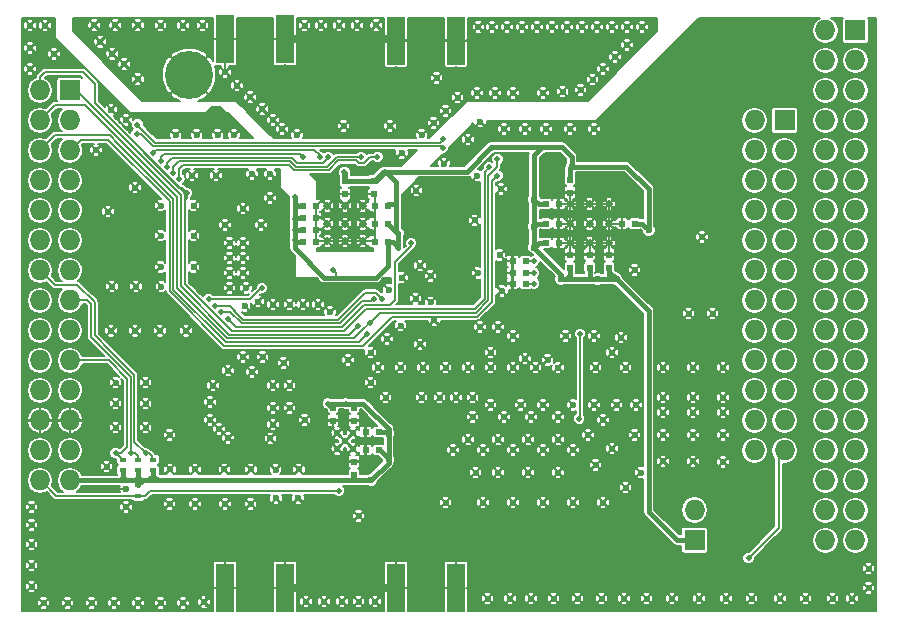
<source format=gbl>
G04 #@! TF.FileFunction,Copper,L4,Bot,Signal*
%FSLAX46Y46*%
G04 Gerber Fmt 4.6, Leading zero omitted, Abs format (unit mm)*
G04 Created by KiCad (PCBNEW 4.0.0-rc1-stable) date 26/07/2016 12:52:27*
%MOMM*%
G01*
G04 APERTURE LIST*
%ADD10C,0.100000*%
%ADD11C,0.600000*%
%ADD12R,1.524000X4.064000*%
%ADD13C,0.762000*%
%ADD14C,0.635000*%
%ADD15R,0.600000X0.500000*%
%ADD16R,0.500000X0.600000*%
%ADD17R,0.600000X0.400000*%
%ADD18C,4.064000*%
%ADD19R,1.727200X1.727200*%
%ADD20O,1.727200X1.727200*%
%ADD21C,0.500000*%
%ADD22C,0.150000*%
%ADD23C,0.700000*%
%ADD24C,0.400000*%
G04 APERTURE END LIST*
D10*
D11*
X49022000Y-68199000D03*
X28194000Y-75311000D03*
X29464000Y-76200000D03*
X23368000Y-70612000D03*
X49149000Y-109728000D03*
X22606000Y-68199000D03*
X21336000Y-68199000D03*
X55753000Y-72644000D03*
X71882000Y-69850000D03*
X66421000Y-73787000D03*
X30454600Y-72745600D03*
X29311600Y-71475600D03*
X28295600Y-70586600D03*
X27279600Y-69570600D03*
X26771600Y-68173600D03*
X28549600Y-68173600D03*
X30454600Y-68173600D03*
X44577000Y-68199000D03*
X45974000Y-68199000D03*
X86995000Y-116713000D03*
X84836000Y-116713000D03*
X82423000Y-116713000D03*
X80264000Y-116713000D03*
X77978000Y-116713000D03*
X75692000Y-116713000D03*
X73533000Y-116713000D03*
X71628000Y-116713000D03*
X69723000Y-116713000D03*
X67691000Y-116713000D03*
X65659000Y-116713000D03*
X63754000Y-116713000D03*
X61976000Y-116713000D03*
X60071000Y-116713000D03*
X56388000Y-79883000D03*
X59182000Y-80899000D03*
X61468000Y-76962000D03*
X59182000Y-73914000D03*
X62230000Y-73914000D03*
X64770000Y-73914000D03*
X67945000Y-73660000D03*
X68961000Y-72771000D03*
X69850000Y-71882000D03*
X70866000Y-70866000D03*
X73152000Y-68326000D03*
X71882000Y-68326000D03*
X70612000Y-68326000D03*
X69342000Y-68326000D03*
X68072000Y-68326000D03*
X66802000Y-68326000D03*
X65532000Y-68326000D03*
X64262000Y-68326000D03*
X62992000Y-68326000D03*
X61722000Y-68326000D03*
X39979600Y-74269600D03*
X28575000Y-102235000D03*
X31115000Y-102235000D03*
X31115000Y-100203000D03*
X28575000Y-100203000D03*
X31115000Y-98425000D03*
X28575000Y-98425000D03*
X30226000Y-81915000D03*
X27940000Y-83947000D03*
X37084000Y-80899000D03*
X37211000Y-77470000D03*
X35052000Y-80899000D03*
X33655000Y-77470000D03*
X35179000Y-88646000D03*
X35179000Y-85979000D03*
X35179000Y-83439000D03*
X32385000Y-88646000D03*
X32385000Y-85979000D03*
X32385000Y-83439000D03*
X32448500Y-90297000D03*
X30289500Y-90297000D03*
X28257500Y-90297000D03*
X34544000Y-94043500D03*
X32321500Y-94043500D03*
X30226000Y-94043500D03*
X28194000Y-94043500D03*
X60452000Y-68326000D03*
X59290000Y-68324000D03*
X52806600Y-78968600D03*
X38862000Y-73279000D03*
X40995600Y-75285600D03*
X37846000Y-72136000D03*
X47879000Y-76708000D03*
X41910000Y-76200000D03*
X54483000Y-77470000D03*
X55499000Y-76454000D03*
X56515000Y-75438000D03*
X57531000Y-74295000D03*
X24511000Y-117094000D03*
X21463000Y-108966000D03*
X21463000Y-113919000D03*
X21463000Y-110490000D03*
X22479000Y-117094000D03*
X21463000Y-115697000D03*
X21463000Y-112141000D03*
X21336000Y-71882000D03*
X21336000Y-70104000D03*
X89281000Y-116713000D03*
X58970000Y-84700000D03*
X43307000Y-100584000D03*
X65024000Y-76962000D03*
X52705000Y-93599000D03*
X43307000Y-98679000D03*
X61087000Y-87630000D03*
X26543000Y-117094000D03*
X28448000Y-117094000D03*
X61214000Y-82042000D03*
X69088000Y-76962000D03*
X30480000Y-117094000D03*
X32385000Y-117094000D03*
X67056000Y-76962000D03*
X44577000Y-101600000D03*
X34290000Y-117094000D03*
X42799000Y-96774000D03*
X36576000Y-101600000D03*
X61277500Y-90678000D03*
X36576000Y-100076000D03*
X40132000Y-80772000D03*
X67310000Y-108585000D03*
X92329000Y-115824000D03*
X49149000Y-116967000D03*
X36083240Y-117000020D03*
X50546000Y-116967000D03*
X46228000Y-116967000D03*
X47752000Y-116967000D03*
X92329000Y-114173000D03*
X44704000Y-116967000D03*
X35433000Y-77470000D03*
X80010000Y-102870000D03*
X59436000Y-93726000D03*
X65151000Y-96520000D03*
X62230000Y-94488000D03*
X37779960Y-105780840D03*
X36830000Y-98679000D03*
X80010000Y-100965000D03*
X77470000Y-102870000D03*
X59245500Y-89154000D03*
X77470000Y-100965000D03*
X72517000Y-88900000D03*
X74930000Y-100965000D03*
X90932000Y-116713000D03*
X80010000Y-105156000D03*
X42123360Y-105811320D03*
X77470000Y-105092500D03*
X42166540Y-108231940D03*
X54356000Y-95186500D03*
X74930000Y-105092500D03*
X55562500Y-93154500D03*
X40020240Y-105780840D03*
X60325000Y-95885000D03*
X60960000Y-93726000D03*
X33147000Y-102870000D03*
X40005000Y-108712000D03*
X63246000Y-96393000D03*
X73025000Y-106045000D03*
X71755000Y-107315000D03*
X69850000Y-108585000D03*
X72517000Y-102870000D03*
X64770000Y-108585000D03*
X59690000Y-108585000D03*
X59436000Y-76327000D03*
X41021000Y-96266000D03*
X56515000Y-108585000D03*
X62230000Y-108585000D03*
X52832000Y-89535000D03*
X39370000Y-96266000D03*
X33147000Y-108712000D03*
X33177480Y-105780840D03*
X44041060Y-108209080D03*
X44089320Y-105780840D03*
X63246000Y-76962000D03*
X29464000Y-108966000D03*
X27813000Y-105537000D03*
X70612000Y-104013000D03*
X72644000Y-100330000D03*
X70993000Y-100330000D03*
X69088000Y-94488000D03*
X66040000Y-106045000D03*
X68580000Y-102870000D03*
X67310000Y-104140000D03*
X41910000Y-101981000D03*
X64770000Y-104140000D03*
X66040000Y-103251000D03*
X62230000Y-104140000D03*
X60960000Y-106045000D03*
X59690000Y-104140000D03*
X57150000Y-104140000D03*
X69850000Y-101600000D03*
X41910000Y-98679000D03*
X35311080Y-105780840D03*
X63500000Y-106045000D03*
X35306000Y-108712000D03*
X60960000Y-103251000D03*
X63500000Y-103251000D03*
X58420000Y-103251000D03*
X37846000Y-108712000D03*
X66040000Y-101346000D03*
X69215000Y-105410000D03*
X63754000Y-101346000D03*
X61468000Y-101346000D03*
X38100000Y-97409000D03*
X58801000Y-101346000D03*
X59055000Y-106045000D03*
X80010000Y-97155000D03*
X51562000Y-94742000D03*
X77470000Y-97155000D03*
X70612000Y-95885000D03*
X66675000Y-94488000D03*
X80010000Y-99695000D03*
X55245000Y-91630500D03*
X55245000Y-89408000D03*
X77470000Y-99695000D03*
X74930000Y-102870000D03*
X74930000Y-99695000D03*
X74930000Y-97155000D03*
X40132000Y-97536000D03*
X71755000Y-97155000D03*
X69215000Y-97155000D03*
X41910000Y-100584000D03*
X41680000Y-103160000D03*
X54356000Y-88519000D03*
X66040000Y-97155000D03*
X64135000Y-97155000D03*
X62230000Y-97155000D03*
X60325000Y-97155000D03*
X58420000Y-97155000D03*
X56515000Y-97155000D03*
X54610000Y-97155000D03*
X52705000Y-97155000D03*
X77089000Y-92583000D03*
X79121000Y-92583000D03*
X29464000Y-107442000D03*
X69088000Y-100330000D03*
X67310000Y-100330000D03*
X64770000Y-100330000D03*
X62865000Y-100330000D03*
X71374000Y-94615000D03*
X60325000Y-100330000D03*
X38100000Y-103124000D03*
X58801000Y-99695000D03*
X57404000Y-99695000D03*
X56007000Y-99695000D03*
X54483000Y-99695000D03*
X51435000Y-99695000D03*
X50800000Y-97155000D03*
X53975000Y-91313000D03*
X50165000Y-98425000D03*
X51689000Y-90551000D03*
X50165000Y-95885000D03*
X37338000Y-102362000D03*
X48260000Y-96520000D03*
X46736000Y-92456000D03*
X45720000Y-91821000D03*
X44450000Y-91821000D03*
X43307000Y-91821000D03*
X41910000Y-91821000D03*
X40640000Y-91567000D03*
X39497000Y-91948000D03*
X39624000Y-90424000D03*
X39370000Y-89154000D03*
X39370000Y-87884000D03*
X39370000Y-86614000D03*
X38227000Y-90424000D03*
X38227000Y-89154000D03*
X38227000Y-87884000D03*
X38227000Y-86614000D03*
X37846000Y-85090000D03*
X39370000Y-83693000D03*
X40894000Y-85090000D03*
X41656000Y-82804000D03*
X41656000Y-80772000D03*
X50647600Y-68173600D03*
X47498000Y-68199000D03*
X32385000Y-68199000D03*
X34290000Y-68199000D03*
X35941000Y-68199000D03*
D12*
X42926000Y-115824000D03*
X37846000Y-115824000D03*
D13*
X38186000Y-114256000D03*
X37486000Y-114256000D03*
X38186000Y-115256000D03*
X38186000Y-116256000D03*
X37486000Y-116256000D03*
X37486000Y-115256000D03*
X42586000Y-114256000D03*
X42586000Y-115256000D03*
X42586000Y-116256000D03*
X43286000Y-116256000D03*
X43286000Y-115256000D03*
X43286000Y-114256000D03*
D11*
X48006000Y-103378000D03*
X47346000Y-102718000D03*
X48666000Y-102718000D03*
X48666000Y-104038000D03*
X47346000Y-104038000D03*
D14*
X48006000Y-84963000D03*
X48006000Y-83463000D03*
X49506000Y-83463000D03*
X49506000Y-84963000D03*
X49506000Y-86463000D03*
X48006000Y-86463000D03*
X46506000Y-86463000D03*
X46506000Y-84963000D03*
X46506000Y-83463000D03*
X68707000Y-84963000D03*
X68707000Y-86613000D03*
X67057000Y-86613000D03*
X67057000Y-84963000D03*
X67057000Y-83313000D03*
X68707000Y-83313000D03*
X70357000Y-83313000D03*
X70357000Y-84963000D03*
X70357000Y-86613000D03*
D15*
X51604000Y-86487000D03*
X50504000Y-86487000D03*
D16*
X50419000Y-81365000D03*
X50419000Y-82465000D03*
D12*
X52324000Y-69469000D03*
X57404000Y-69469000D03*
D13*
X57064000Y-71037000D03*
X57764000Y-71037000D03*
X57064000Y-70037000D03*
X57064000Y-69037000D03*
X57764000Y-69037000D03*
X57764000Y-70037000D03*
X52664000Y-71037000D03*
X52664000Y-70037000D03*
X52664000Y-69037000D03*
X51964000Y-69037000D03*
X51964000Y-70037000D03*
X51964000Y-71037000D03*
D12*
X37846000Y-69342000D03*
X42926000Y-69342000D03*
D13*
X42586000Y-70910000D03*
X43286000Y-70910000D03*
X42586000Y-69910000D03*
X42586000Y-68910000D03*
X43286000Y-68910000D03*
X43286000Y-69910000D03*
X38186000Y-70910000D03*
X38186000Y-69910000D03*
X38186000Y-68910000D03*
X37486000Y-68910000D03*
X37486000Y-69910000D03*
X37486000Y-70910000D03*
D12*
X57404000Y-115824000D03*
X52324000Y-115824000D03*
D13*
X52664000Y-114256000D03*
X51964000Y-114256000D03*
X52664000Y-115256000D03*
X52664000Y-116256000D03*
X51964000Y-116256000D03*
X51964000Y-115256000D03*
X57064000Y-114256000D03*
X57064000Y-115256000D03*
X57064000Y-116256000D03*
X57764000Y-116256000D03*
X57764000Y-115256000D03*
X57764000Y-114256000D03*
D16*
X48006000Y-81365000D03*
X48006000Y-82465000D03*
D15*
X64982000Y-83312000D03*
X66082000Y-83312000D03*
X51604000Y-83439000D03*
X50504000Y-83439000D03*
D16*
X68707000Y-88688000D03*
X68707000Y-87588000D03*
D15*
X64982000Y-84963000D03*
X66082000Y-84963000D03*
X64982000Y-86614000D03*
X66082000Y-86614000D03*
D16*
X67056000Y-81238000D03*
X67056000Y-82338000D03*
D15*
X63288000Y-88138000D03*
X62188000Y-88138000D03*
X63288000Y-89154000D03*
X62188000Y-89154000D03*
X63288000Y-90043000D03*
X62188000Y-90043000D03*
D16*
X67056000Y-88688000D03*
X67056000Y-87588000D03*
D17*
X29210000Y-105860000D03*
X29210000Y-104960000D03*
X31750000Y-105860000D03*
X31750000Y-104960000D03*
X30480000Y-105860000D03*
X30480000Y-104960000D03*
X30480000Y-107119000D03*
X30480000Y-108019000D03*
D15*
X44408000Y-84455000D03*
X45508000Y-84455000D03*
X44408000Y-86487000D03*
X45508000Y-86487000D03*
X44408000Y-83439000D03*
X45508000Y-83439000D03*
D16*
X70358000Y-88688000D03*
X70358000Y-87588000D03*
D15*
X44408000Y-85471000D03*
X45508000Y-85471000D03*
X72559000Y-84963000D03*
X71459000Y-84963000D03*
X51604000Y-84963000D03*
X50504000Y-84963000D03*
D18*
X34798000Y-72390000D03*
D19*
X77597000Y-111760000D03*
D20*
X77597000Y-109220000D03*
D11*
X51816000Y-76708000D03*
X38608000Y-77470000D03*
D15*
X50842000Y-104140000D03*
X49742000Y-104140000D03*
D16*
X48768000Y-106214000D03*
X48768000Y-105114000D03*
D15*
X50842000Y-102616000D03*
X49742000Y-102616000D03*
D16*
X46990000Y-100542000D03*
X46990000Y-101642000D03*
X48768000Y-100542000D03*
X48768000Y-101642000D03*
D19*
X24713000Y-73679000D03*
D20*
X22173000Y-73679000D03*
X24713000Y-76219000D03*
X22173000Y-76219000D03*
X24713000Y-78759000D03*
X22173000Y-78759000D03*
X24713000Y-81299000D03*
X22173000Y-81299000D03*
X24713000Y-83839000D03*
X22173000Y-83839000D03*
X24713000Y-86379000D03*
X22173000Y-86379000D03*
X24713000Y-88919000D03*
X22173000Y-88919000D03*
X24713000Y-91459000D03*
X22173000Y-91459000D03*
X24713000Y-93999000D03*
X22173000Y-93999000D03*
X24713000Y-96539000D03*
X22173000Y-96539000D03*
X24713000Y-99079000D03*
X22173000Y-99079000D03*
X24713000Y-101619000D03*
X22173000Y-101619000D03*
X24713000Y-104159000D03*
X22173000Y-104159000D03*
X24713000Y-106699000D03*
X22173000Y-106699000D03*
D19*
X85213000Y-76219000D03*
D20*
X82673000Y-76219000D03*
X85213000Y-78759000D03*
X82673000Y-78759000D03*
X85213000Y-81299000D03*
X82673000Y-81299000D03*
X85213000Y-83839000D03*
X82673000Y-83839000D03*
X85213000Y-86379000D03*
X82673000Y-86379000D03*
X85213000Y-88919000D03*
X82673000Y-88919000D03*
X85213000Y-91459000D03*
X82673000Y-91459000D03*
X85213000Y-93999000D03*
X82673000Y-93999000D03*
X85213000Y-96539000D03*
X82673000Y-96539000D03*
X85213000Y-99079000D03*
X82673000Y-99079000D03*
X85213000Y-101619000D03*
X82673000Y-101619000D03*
X85213000Y-104159000D03*
X82673000Y-104159000D03*
D19*
X91213000Y-68599000D03*
D20*
X88673000Y-68599000D03*
X91213000Y-71139000D03*
X88673000Y-71139000D03*
X91213000Y-73679000D03*
X88673000Y-73679000D03*
X91213000Y-76219000D03*
X88673000Y-76219000D03*
X91213000Y-78759000D03*
X88673000Y-78759000D03*
X91213000Y-81299000D03*
X88673000Y-81299000D03*
X91213000Y-83839000D03*
X88673000Y-83839000D03*
X91213000Y-86379000D03*
X88673000Y-86379000D03*
X91213000Y-88919000D03*
X88673000Y-88919000D03*
X91213000Y-91459000D03*
X88673000Y-91459000D03*
X91213000Y-93999000D03*
X88673000Y-93999000D03*
X91213000Y-96539000D03*
X88673000Y-96539000D03*
X91213000Y-99079000D03*
X88673000Y-99079000D03*
X91213000Y-101619000D03*
X88673000Y-101619000D03*
X91213000Y-104159000D03*
X88673000Y-104159000D03*
X91213000Y-106699000D03*
X88673000Y-106699000D03*
X91213000Y-109239000D03*
X88673000Y-109239000D03*
X91213000Y-111779000D03*
X88673000Y-111779000D03*
D11*
X43942000Y-77470000D03*
X78232000Y-86106000D03*
X42672000Y-76962000D03*
X54038500Y-82169000D03*
X60706000Y-73914000D03*
X58420000Y-77851000D03*
X26924000Y-78740000D03*
D21*
X52514500Y-87058500D03*
X52514500Y-85788500D03*
X47006000Y-88916000D03*
X43751500Y-84582000D03*
X43751500Y-85471000D03*
X43751500Y-82740500D03*
X43751500Y-86360000D03*
X51371500Y-80581500D03*
X47942500Y-80581500D03*
D11*
X64008000Y-86995000D03*
X67183000Y-80137000D03*
X73723500Y-85534500D03*
X70993000Y-89662000D03*
X66294000Y-89662000D03*
X69405500Y-89662000D03*
D21*
X52324000Y-83312000D03*
D11*
X64008000Y-85217000D03*
X64008000Y-82931000D03*
X50228500Y-106680000D03*
X51689000Y-102743000D03*
X51689000Y-104902000D03*
D21*
X46545500Y-100203000D03*
X48069500Y-100203000D03*
X64008000Y-88138000D03*
X64008000Y-89154000D03*
X64008000Y-90043000D03*
X49085500Y-93599000D03*
X67818000Y-101473000D03*
X67881500Y-94297500D03*
X31115000Y-104394000D03*
X28575000Y-104394000D03*
X34607500Y-82359500D03*
X60198000Y-80200500D03*
X60896500Y-79502000D03*
X50101500Y-93345000D03*
X49847500Y-94297500D03*
X60896500Y-80899000D03*
X30353000Y-77406500D03*
X56261000Y-78549500D03*
X56324500Y-77787500D03*
X30416500Y-76581000D03*
X82169000Y-113284000D03*
X36449000Y-91376500D03*
X40957500Y-90424000D03*
X47498000Y-107569000D03*
X38100000Y-93027500D03*
X53594000Y-86614000D03*
X50419000Y-91313000D03*
X37528500Y-92456000D03*
X37020500Y-91948000D03*
X51117500Y-91313000D03*
X33972500Y-81153000D03*
X50736500Y-79311500D03*
X33464500Y-80645000D03*
X49339500Y-79311500D03*
X32893000Y-80137000D03*
X46545500Y-79311500D03*
X31750000Y-78994000D03*
X45847000Y-79311500D03*
X32385000Y-79629000D03*
X44450000Y-79311500D03*
D11*
X65595500Y-79248000D03*
X64960500Y-81280000D03*
D21*
X53594000Y-100584000D03*
X53594000Y-106426000D03*
X53594000Y-103632000D03*
X64452500Y-92583000D03*
X67691000Y-92583000D03*
X69342000Y-92583000D03*
X70993000Y-92583000D03*
X29845000Y-104394000D03*
D22*
X88673000Y-78759000D02*
X88093500Y-78759000D01*
X88220500Y-78759000D02*
X88673000Y-78759000D01*
X37846000Y-72136000D02*
X37846000Y-69342000D01*
D23*
X42926000Y-69342000D02*
X52197000Y-69342000D01*
X52197000Y-69342000D02*
X52324000Y-69469000D01*
X57404000Y-70104000D02*
X57404000Y-69469000D01*
D22*
X45508000Y-86487000D02*
X45508000Y-85471000D01*
X45508000Y-85471000D02*
X45508000Y-84455000D01*
X45508000Y-84455000D02*
X45508000Y-83439000D01*
X45508000Y-83439000D02*
X46482000Y-82465000D01*
X46482000Y-82465000D02*
X50419000Y-82465000D01*
X50419000Y-82465000D02*
X50504000Y-82550000D01*
X50504000Y-82550000D02*
X50504000Y-85259000D01*
X50504000Y-85259000D02*
X50504000Y-86487000D01*
X50504000Y-86487000D02*
X50480000Y-86463000D01*
X50480000Y-86463000D02*
X45532000Y-86463000D01*
X45532000Y-86463000D02*
X45508000Y-86487000D01*
D24*
X50419000Y-81365000D02*
X48006000Y-81365000D01*
X51371500Y-80581500D02*
X51498500Y-80581500D01*
X52324000Y-81407000D02*
X52324000Y-83312000D01*
X51498500Y-80581500D02*
X52324000Y-81407000D01*
X52514500Y-85788500D02*
X52429500Y-85788500D01*
X52429500Y-85788500D02*
X51604000Y-84963000D01*
X52324000Y-83312000D02*
X52324000Y-85598000D01*
X52324000Y-85598000D02*
X52514500Y-85788500D01*
X52514500Y-87058500D02*
X52514500Y-86931500D01*
X52514500Y-86931500D02*
X52070000Y-86487000D01*
X52070000Y-86487000D02*
X51604000Y-86487000D01*
X52514500Y-87058500D02*
X52514500Y-85788500D01*
D22*
X52070000Y-86487000D02*
X51604000Y-86487000D01*
X52514500Y-85788500D02*
X51816000Y-84963000D01*
X51816000Y-84963000D02*
X51604000Y-84963000D01*
X51604000Y-85005000D02*
X51604000Y-84963000D01*
D24*
X64008000Y-82931000D02*
X64008000Y-79184500D01*
X64008000Y-79184500D02*
X64706500Y-78486000D01*
X63754000Y-78486000D02*
X64706500Y-78486000D01*
X64706500Y-78486000D02*
X66357500Y-78486000D01*
X66357500Y-78486000D02*
X67183000Y-79311500D01*
X67183000Y-79311500D02*
X67183000Y-80137000D01*
D22*
X47244000Y-89154000D02*
X47244000Y-89535000D01*
X47006000Y-88916000D02*
X47244000Y-89154000D01*
D24*
X51604000Y-86487000D02*
X51604000Y-88074500D01*
X51604000Y-88074500D02*
X51604000Y-88540500D01*
X50609500Y-89535000D02*
X47244000Y-89535000D01*
X51604000Y-88540500D02*
X50609500Y-89535000D01*
X47244000Y-89535000D02*
X46228000Y-89535000D01*
X46228000Y-89535000D02*
X43751500Y-87058500D01*
X43751500Y-87058500D02*
X43751500Y-82740500D01*
X47942500Y-80581500D02*
X47942500Y-81301500D01*
X47942500Y-81301500D02*
X48006000Y-81365000D01*
X51371500Y-80581500D02*
X51202500Y-80581500D01*
X51202500Y-80581500D02*
X50419000Y-81365000D01*
X51371500Y-80581500D02*
X58293000Y-80581500D01*
X63754000Y-78486000D02*
X60325000Y-78486000D01*
X58293000Y-80581500D02*
X60388500Y-78486000D01*
X60388500Y-78486000D02*
X60325000Y-78549500D01*
X60325000Y-78549500D02*
X60325000Y-78486000D01*
X67183000Y-80137000D02*
X71818500Y-80137000D01*
X71818500Y-80137000D02*
X73723500Y-82042000D01*
X73723500Y-82042000D02*
X73723500Y-85534500D01*
X64008000Y-85217000D02*
X64008000Y-86995000D01*
X64008000Y-82931000D02*
X64008000Y-85217000D01*
X73723500Y-92456000D02*
X73723500Y-92392500D01*
X73723500Y-92392500D02*
X70993000Y-89662000D01*
X66294000Y-89662000D02*
X66294000Y-89281000D01*
X66294000Y-89281000D02*
X64008000Y-86995000D01*
X73723500Y-96393000D02*
X73723500Y-109410500D01*
X76073000Y-111760000D02*
X77597000Y-111760000D01*
X73723500Y-109410500D02*
X76073000Y-111760000D01*
X73723500Y-92456000D02*
X73723500Y-96393000D01*
X44408000Y-86487000D02*
X43878500Y-86487000D01*
X43878500Y-86487000D02*
X43751500Y-86360000D01*
X43751500Y-85471000D02*
X44408000Y-85471000D01*
X44408000Y-84455000D02*
X43878500Y-84455000D01*
X43878500Y-84455000D02*
X43751500Y-84582000D01*
X51604000Y-86487000D02*
X51689000Y-86487000D01*
X43751500Y-82740500D02*
X43751500Y-86360000D01*
X44408000Y-83439000D02*
X43942000Y-83439000D01*
X43751500Y-83248500D02*
X43751500Y-82740500D01*
X43942000Y-83439000D02*
X43751500Y-83248500D01*
X44408000Y-83439000D02*
X44196000Y-83439000D01*
X48006000Y-80645000D02*
X47942500Y-80581500D01*
X48006000Y-81365000D02*
X48006000Y-80645000D01*
X47879000Y-80645000D02*
X47879000Y-80708500D01*
X47942500Y-80581500D02*
X47879000Y-80645000D01*
X67056000Y-80264000D02*
X67183000Y-80137000D01*
X67056000Y-81238000D02*
X67056000Y-80264000D01*
X64389000Y-86614000D02*
X64008000Y-86995000D01*
X64982000Y-86614000D02*
X64389000Y-86614000D01*
X67119500Y-80073500D02*
X67183000Y-80137000D01*
X67246500Y-80073500D02*
X67183000Y-80137000D01*
X73152000Y-84963000D02*
X73723500Y-85534500D01*
X72559000Y-84963000D02*
X73152000Y-84963000D01*
X51371500Y-80581500D02*
X50588000Y-81365000D01*
X69405500Y-89662000D02*
X68897500Y-89662000D01*
X68707000Y-89471500D02*
X68707000Y-88688000D01*
X68897500Y-89662000D02*
X68707000Y-89471500D01*
X67056000Y-88688000D02*
X67056000Y-89281000D01*
X66675000Y-89662000D02*
X66294000Y-89662000D01*
X67056000Y-89281000D02*
X66675000Y-89662000D01*
X70358000Y-88688000D02*
X70358000Y-89281000D01*
X70739000Y-89662000D02*
X69405500Y-89662000D01*
X70358000Y-89281000D02*
X70739000Y-89662000D01*
X69405500Y-89662000D02*
X66294000Y-89662000D01*
X64982000Y-83312000D02*
X64389000Y-83312000D01*
X64389000Y-83312000D02*
X64008000Y-82931000D01*
X64982000Y-84963000D02*
X64262000Y-84963000D01*
X64262000Y-84963000D02*
X64008000Y-85217000D01*
X70358000Y-88688000D02*
X70358000Y-89027000D01*
X70358000Y-89027000D02*
X70993000Y-89662000D01*
X52324000Y-83312000D02*
X51604000Y-83312000D01*
X48768000Y-106214000D02*
X48768000Y-106489500D01*
X48768000Y-106489500D02*
X48577500Y-106680000D01*
X46990000Y-100542000D02*
X46884500Y-100542000D01*
X46884500Y-100542000D02*
X46545500Y-100203000D01*
X48768000Y-100542000D02*
X48768000Y-100266500D01*
X48768000Y-100266500D02*
X48704500Y-100203000D01*
X48704500Y-100203000D02*
X48069500Y-100203000D01*
X50842000Y-102616000D02*
X51562000Y-102616000D01*
X51562000Y-102616000D02*
X51689000Y-102743000D01*
X50842000Y-104140000D02*
X50927000Y-104140000D01*
X50927000Y-104140000D02*
X51689000Y-104902000D01*
X31750000Y-105860000D02*
X31750000Y-106299000D01*
X31750000Y-106299000D02*
X31350000Y-106699000D01*
X31750000Y-106299000D02*
X32131000Y-106680000D01*
X32131000Y-106680000D02*
X48577500Y-106680000D01*
X48577500Y-106680000D02*
X50228500Y-106680000D01*
X31750000Y-105860000D02*
X31750000Y-106553000D01*
X31750000Y-106553000D02*
X31896000Y-106699000D01*
X31750000Y-106299000D02*
X31350000Y-106699000D01*
X28067000Y-106699000D02*
X28937000Y-106699000D01*
X28937000Y-106699000D02*
X29210000Y-106426000D01*
X30480000Y-105860000D02*
X30480000Y-106426000D01*
X30480000Y-106426000D02*
X30207000Y-106699000D01*
X30480000Y-105860000D02*
X30480000Y-106445000D01*
X30480000Y-106445000D02*
X30734000Y-106699000D01*
X29210000Y-105860000D02*
X29210000Y-106426000D01*
X29273500Y-106553000D02*
X29273500Y-106699000D01*
X29210000Y-106426000D02*
X29483000Y-106699000D01*
X29483000Y-106699000D02*
X29419500Y-106699000D01*
X29419500Y-106699000D02*
X29273500Y-106553000D01*
X51689000Y-104902000D02*
X51689000Y-105219500D01*
X51689000Y-105219500D02*
X50228500Y-106680000D01*
X49149000Y-106699000D02*
X50209500Y-106699000D01*
X50209500Y-106699000D02*
X50228500Y-106680000D01*
X31896000Y-106699000D02*
X49149000Y-106699000D01*
X30734000Y-106699000D02*
X30988000Y-106699000D01*
X30988000Y-106699000D02*
X31350000Y-106699000D01*
X31350000Y-106699000D02*
X31896000Y-106699000D01*
X30480000Y-107119000D02*
X30480000Y-106972000D01*
X30480000Y-106972000D02*
X30753000Y-106699000D01*
X30734000Y-106807000D02*
X30734000Y-106699000D01*
X30753000Y-106788000D02*
X30734000Y-106807000D01*
X30753000Y-106699000D02*
X30753000Y-106788000D01*
X30207000Y-106699000D02*
X30734000Y-106699000D01*
X24713000Y-106699000D02*
X28067000Y-106699000D01*
X28067000Y-106699000D02*
X29273500Y-106699000D01*
X29273500Y-106699000D02*
X30207000Y-106699000D01*
X30207000Y-106699000D02*
X30480000Y-106972000D01*
X48069500Y-100203000D02*
X46545500Y-100203000D01*
X51689000Y-102743000D02*
X51689000Y-102362000D01*
X49530000Y-100203000D02*
X48069500Y-100203000D01*
X51689000Y-102362000D02*
X49530000Y-100203000D01*
X51689000Y-102743000D02*
X51689000Y-104902000D01*
X25075000Y-107061000D02*
X24713000Y-106699000D01*
D22*
X64008000Y-88138000D02*
X63288000Y-88138000D01*
X63288000Y-89154000D02*
X64008000Y-89154000D01*
X63288000Y-90043000D02*
X64008000Y-90043000D01*
X24713000Y-73679000D02*
X25228500Y-73679000D01*
X25228500Y-73679000D02*
X34128205Y-82578705D01*
X48323500Y-94361000D02*
X49085500Y-93599000D01*
X38212004Y-94361000D02*
X48323500Y-94361000D01*
X34128205Y-90277201D02*
X38212004Y-94361000D01*
X34128205Y-82578705D02*
X34128205Y-90277201D01*
X67881500Y-101409500D02*
X67881500Y-94297500D01*
X67818000Y-101473000D02*
X67881500Y-101409500D01*
X30162500Y-99187000D02*
X30162500Y-97790000D01*
X25336500Y-90170000D02*
X23424000Y-90170000D01*
X26797000Y-91630500D02*
X25336500Y-90170000D01*
X26797000Y-94424500D02*
X26797000Y-91630500D01*
X28130500Y-95758000D02*
X26797000Y-94424500D01*
X28130500Y-95758000D02*
X28130500Y-95758000D01*
X30162500Y-97790000D02*
X28130500Y-95758000D01*
X30162500Y-103441500D02*
X31115000Y-104394000D01*
X30162500Y-99187000D02*
X30162500Y-103441500D01*
X31115000Y-104394000D02*
X31369000Y-104394000D01*
X31369000Y-104394000D02*
X31623000Y-104648000D01*
X31623000Y-104648000D02*
X31623000Y-104960000D01*
X23424000Y-90170000D02*
X22173000Y-88919000D01*
X28575000Y-104394000D02*
X28644000Y-104394000D01*
X28644000Y-104394000D02*
X29210000Y-104960000D01*
X24713000Y-96539000D02*
X27984500Y-96539000D01*
X29534998Y-103878502D02*
X29019500Y-104394000D01*
X29534998Y-98089498D02*
X29534998Y-103878502D01*
X27984500Y-96539000D02*
X29534998Y-98089498D01*
X29019500Y-104394000D02*
X28575000Y-104394000D01*
X29019500Y-104394000D02*
X28575000Y-104394000D01*
X59817000Y-90043000D02*
X59817000Y-91319090D01*
X59817000Y-91319090D02*
X58973230Y-92162860D01*
X58973230Y-92162860D02*
X49784000Y-92162860D01*
X50355500Y-92162860D02*
X49784000Y-92162860D01*
X50355500Y-92162860D02*
X58973230Y-92162860D01*
X49784000Y-92162860D02*
X49759640Y-92162860D01*
X49759640Y-92162860D02*
X47879000Y-94043500D01*
X38417500Y-94043500D02*
X37719000Y-93345000D01*
X47879000Y-94043500D02*
X38417500Y-94043500D01*
X37719000Y-93345000D02*
X34480500Y-90106500D01*
X34480500Y-90106500D02*
X34480500Y-83312000D01*
X59817000Y-81153000D02*
X59817000Y-89725500D01*
X59817000Y-89725500D02*
X59817000Y-90043000D01*
X34607500Y-82359500D02*
X34544000Y-82359500D01*
X34544000Y-82359500D02*
X34099500Y-81915000D01*
X34099500Y-81978500D02*
X34099500Y-82042000D01*
X34099500Y-81915000D02*
X34099500Y-81978500D01*
X34544000Y-82359500D02*
X34226500Y-82042000D01*
X34480500Y-83312000D02*
X34480500Y-82423000D01*
X34480500Y-82423000D02*
X34099500Y-82042000D01*
X34099500Y-82042000D02*
X26797000Y-74739500D01*
X34607500Y-82359500D02*
X34607500Y-82296000D01*
X34226500Y-81915000D02*
X33972500Y-81915000D01*
X34607500Y-82296000D02*
X34226500Y-81915000D01*
X34607500Y-82359500D02*
X34607500Y-82804000D01*
X34607500Y-82804000D02*
X34480500Y-82931000D01*
X34480500Y-83121500D02*
X34480500Y-82486500D01*
X34480500Y-82486500D02*
X34607500Y-82359500D01*
X22173000Y-73679000D02*
X22173000Y-72569000D01*
X22173000Y-72569000D02*
X22606000Y-72136000D01*
X22606000Y-72136000D02*
X25781000Y-72136000D01*
X25781000Y-72136000D02*
X26797000Y-73152000D01*
X26797000Y-73152000D02*
X26797000Y-74739500D01*
X26797000Y-74739500D02*
X33972500Y-81915000D01*
X34480500Y-82423000D02*
X34480500Y-82931000D01*
X34480500Y-83312000D02*
X34480500Y-83121500D01*
X34480500Y-83121500D02*
X34480500Y-82931000D01*
X34480500Y-82931000D02*
X34480500Y-82423000D01*
X59817000Y-81153000D02*
X59817000Y-80581500D01*
X59817000Y-80581500D02*
X60198000Y-80200500D01*
X59817000Y-80835500D02*
X59817000Y-80969998D01*
X59817000Y-81153000D02*
X59817000Y-80969998D01*
X59817000Y-80969998D02*
X59817000Y-80835500D01*
X51625500Y-92519500D02*
X50927000Y-92519500D01*
X50927000Y-92519500D02*
X48757457Y-94689043D01*
X33782000Y-90430090D02*
X33782000Y-90170000D01*
X38040953Y-94689043D02*
X33782000Y-90430090D01*
X48757457Y-94689043D02*
X38040953Y-94689043D01*
X52324000Y-92519500D02*
X51625500Y-92519500D01*
X60896500Y-79502000D02*
X60896500Y-80200500D01*
X60127002Y-80969998D02*
X60127002Y-90614500D01*
X60896500Y-80200500D02*
X60127002Y-80969998D01*
X60127002Y-91453588D02*
X59061090Y-92519500D01*
X59061090Y-92519500D02*
X52324000Y-92519500D01*
X60127002Y-90614500D02*
X60127002Y-91453588D01*
X50927000Y-92519500D02*
X50101500Y-93345000D01*
X23431500Y-74930000D02*
X25971500Y-74930000D01*
X25971500Y-74930000D02*
X33782000Y-82740500D01*
X33782000Y-82740500D02*
X33782000Y-90170000D01*
X22173000Y-76188500D02*
X23431500Y-74930000D01*
X22173000Y-76219000D02*
X22173000Y-76188500D01*
X33461455Y-89852500D02*
X33461455Y-90547955D01*
X33461455Y-90547955D02*
X37912545Y-94999045D01*
X49145955Y-94999045D02*
X49847500Y-94297500D01*
X37912545Y-94999045D02*
X49145955Y-94999045D01*
X24193500Y-77470000D02*
X28073090Y-77470000D01*
X28895545Y-78292455D02*
X28895545Y-78298545D01*
X28073090Y-77470000D02*
X28895545Y-78292455D01*
X33461455Y-82994500D02*
X33461455Y-82864455D01*
X33461455Y-82994500D02*
X33461455Y-89852500D01*
X33461455Y-82864455D02*
X28895545Y-78298545D01*
X23462000Y-77470000D02*
X22173000Y-78759000D01*
X24193500Y-77470000D02*
X23462000Y-77470000D01*
X49657000Y-94488000D02*
X49847500Y-94297500D01*
X49657000Y-94488000D02*
X49847500Y-94297500D01*
X49847500Y-94297500D02*
X49657000Y-94488000D01*
X22173000Y-78759000D02*
X22173000Y-78728500D01*
X53086000Y-92837000D02*
X52006500Y-92837000D01*
X52006500Y-92837000D02*
X49530000Y-95313500D01*
X37782500Y-95313500D02*
X33147000Y-90678000D01*
X49530000Y-95313500D02*
X37782500Y-95313500D01*
X53086000Y-92837000D02*
X59182000Y-92837000D01*
X33147000Y-83185000D02*
X33147000Y-83058000D01*
X25621000Y-77851000D02*
X24713000Y-78759000D01*
X27940000Y-77851000D02*
X25621000Y-77851000D01*
X33147000Y-83058000D02*
X27940000Y-77851000D01*
X33147000Y-83185000D02*
X33147000Y-90678000D01*
X60896500Y-80899000D02*
X60437004Y-81358496D01*
X60437004Y-81358496D02*
X60437004Y-91581996D01*
X60437004Y-91581996D02*
X59182000Y-92837000D01*
X30353000Y-77406500D02*
X30734000Y-77406500D01*
X56126502Y-78415002D02*
X56261000Y-78549500D01*
X31742502Y-78415002D02*
X56126502Y-78415002D01*
X30734000Y-77406500D02*
X31742502Y-78415002D01*
X56007000Y-78105000D02*
X56324500Y-77787500D01*
X31940500Y-78105000D02*
X56007000Y-78105000D01*
X30416500Y-76581000D02*
X31940500Y-78105000D01*
X82169000Y-113284000D02*
X84709000Y-110744000D01*
X84709000Y-110744000D02*
X84709000Y-104663000D01*
X84709000Y-104663000D02*
X85213000Y-104159000D01*
X40957500Y-90360500D02*
X40957500Y-90424000D01*
X39941500Y-91376500D02*
X40957500Y-90360500D01*
X39751000Y-91376500D02*
X39941500Y-91376500D01*
X39624000Y-91376500D02*
X39751000Y-91376500D01*
X38290500Y-91376500D02*
X39624000Y-91376500D01*
X36449000Y-91376500D02*
X38290500Y-91376500D01*
X30480000Y-108019000D02*
X23564000Y-108019000D01*
X23564000Y-108019000D02*
X22244000Y-106699000D01*
X22244000Y-106699000D02*
X22173000Y-106699000D01*
X47498000Y-107569000D02*
X31496000Y-107569000D01*
X31046000Y-108019000D02*
X30480000Y-108019000D01*
X31496000Y-107569000D02*
X31046000Y-108019000D01*
X51435000Y-91852858D02*
X49631232Y-91852858D01*
X38798500Y-93726000D02*
X38100000Y-93027500D01*
X47758090Y-93726000D02*
X38798500Y-93726000D01*
X49631232Y-91852858D02*
X47758090Y-93726000D01*
X53594000Y-86614000D02*
X53594000Y-86868000D01*
X52260500Y-88201500D02*
X52260500Y-91408358D01*
X53594000Y-86868000D02*
X52260500Y-88201500D01*
X52260500Y-91408358D02*
X51816000Y-91852858D01*
X51816000Y-91852858D02*
X51435000Y-91852858D01*
X50189144Y-91542856D02*
X50419000Y-91313000D01*
X49427144Y-91542856D02*
X50189144Y-91542856D01*
X47561500Y-93408500D02*
X49427144Y-91542856D01*
X39243000Y-93408500D02*
X47561500Y-93408500D01*
X38290500Y-92456000D02*
X39243000Y-93408500D01*
X37528500Y-92456000D02*
X38290500Y-92456000D01*
X37020500Y-91948000D02*
X38227000Y-91948000D01*
X38227000Y-91948000D02*
X39373045Y-93094045D01*
X47437545Y-93094045D02*
X49726590Y-90805000D01*
X39373045Y-93094045D02*
X47437545Y-93094045D01*
X38865045Y-92586045D02*
X38227000Y-91948000D01*
X38227000Y-91948000D02*
X38865045Y-92586045D01*
X49726590Y-90805000D02*
X50609500Y-90805000D01*
X50609500Y-90805000D02*
X51117500Y-91313000D01*
X46037500Y-80454500D02*
X46609000Y-80454500D01*
X46609000Y-80454500D02*
X47441998Y-79621502D01*
X48951002Y-79621502D02*
X49149000Y-79819500D01*
X47441998Y-79621502D02*
X48951002Y-79621502D01*
X35877500Y-80010000D02*
X34290000Y-80010000D01*
X33972500Y-80327500D02*
X33972500Y-81153000D01*
X34290000Y-80010000D02*
X33972500Y-80327500D01*
X50736500Y-79311500D02*
X50101500Y-79311500D01*
X43249590Y-80010000D02*
X35877500Y-80010000D01*
X43694090Y-80454500D02*
X43249590Y-80010000D01*
X46037500Y-80454500D02*
X43694090Y-80454500D01*
X49593500Y-79819500D02*
X49149000Y-79819500D01*
X50101500Y-79311500D02*
X49593500Y-79819500D01*
X50736500Y-79311500D02*
X50292000Y-79311500D01*
X34734500Y-79685002D02*
X33916498Y-79685002D01*
X33464500Y-80137000D02*
X33464500Y-80645000D01*
X33916498Y-79685002D02*
X33464500Y-80137000D01*
X49339500Y-79311500D02*
X47307500Y-79311500D01*
X43363002Y-79685002D02*
X34734500Y-79685002D01*
X43815000Y-80137000D02*
X43363002Y-79685002D01*
X46482000Y-80137000D02*
X43815000Y-80137000D01*
X47307500Y-79311500D02*
X46482000Y-80137000D01*
X49339500Y-79311500D02*
X48958500Y-79311500D01*
X33972500Y-79375000D02*
X33337500Y-79375000D01*
X32893000Y-79819500D02*
X32893000Y-80137000D01*
X33337500Y-79375000D02*
X32893000Y-79819500D01*
X44069000Y-79819500D02*
X43942000Y-79819500D01*
X43497500Y-79375000D02*
X33972500Y-79375000D01*
X43942000Y-79819500D02*
X43497500Y-79375000D01*
X46545500Y-79311500D02*
X46545500Y-79375000D01*
X46101000Y-79819500D02*
X44069000Y-79819500D01*
X46545500Y-79375000D02*
X46101000Y-79819500D01*
X33401000Y-78740000D02*
X32004000Y-78740000D01*
X32004000Y-78740000D02*
X31750000Y-78994000D01*
X45847000Y-79311500D02*
X45847000Y-79184500D01*
X45402500Y-78740000D02*
X33401000Y-78740000D01*
X45847000Y-79184500D02*
X45402500Y-78740000D01*
X33528000Y-79057500D02*
X32639000Y-79057500D01*
X32385000Y-79311500D02*
X32385000Y-79629000D01*
X32639000Y-79057500D02*
X32385000Y-79311500D01*
X44450000Y-79311500D02*
X44450000Y-79304002D01*
X44203498Y-79057500D02*
X33528000Y-79057500D01*
X44450000Y-79304002D02*
X44203498Y-79057500D01*
X37846000Y-115824000D02*
X36258500Y-115824000D01*
X36195000Y-115887500D02*
X36195000Y-117348000D01*
X36258500Y-115824000D02*
X36195000Y-115887500D01*
X41148000Y-103251000D02*
X38227000Y-103251000D01*
X38227000Y-103251000D02*
X38100000Y-103124000D01*
X38227000Y-103251000D02*
X38100000Y-103124000D01*
X29464000Y-107442000D02*
X28448000Y-107442000D01*
X65595500Y-80645000D02*
X65595500Y-79248000D01*
X64960500Y-81280000D02*
X65595500Y-80645000D01*
D23*
X42926000Y-115824000D02*
X52324000Y-115824000D01*
D22*
X53594000Y-103632000D02*
X53594000Y-100584000D01*
X53594000Y-106426000D02*
X53594000Y-103632000D01*
X68707000Y-86613000D02*
X67057000Y-86613000D01*
X67057000Y-86613000D02*
X67057000Y-84963000D01*
X67057000Y-84963000D02*
X67057000Y-83313000D01*
X67057000Y-83313000D02*
X68707000Y-83313000D01*
X68707000Y-83313000D02*
X70357000Y-83313000D01*
X70357000Y-83313000D02*
X70357000Y-84963000D01*
X70357000Y-84963000D02*
X70357000Y-86613000D01*
X70357000Y-84963000D02*
X71459000Y-84963000D01*
X67057000Y-83313000D02*
X67057000Y-82339000D01*
X67057000Y-82339000D02*
X67056000Y-82338000D01*
X66082000Y-83312000D02*
X67056000Y-83312000D01*
X67056000Y-83312000D02*
X67057000Y-83313000D01*
X66082000Y-84963000D02*
X67057000Y-84963000D01*
X66082000Y-86614000D02*
X67056000Y-86614000D01*
X67056000Y-86614000D02*
X67057000Y-86613000D01*
X67056000Y-87588000D02*
X67056000Y-86614000D01*
X67056000Y-86614000D02*
X67057000Y-86613000D01*
X70358000Y-87588000D02*
X70358000Y-86614000D01*
X70358000Y-86614000D02*
X70357000Y-86613000D01*
X70357000Y-86613000D02*
X68707000Y-86613000D01*
X68707000Y-86613000D02*
X68707000Y-87588000D01*
X67691000Y-92583000D02*
X64452500Y-92583000D01*
X64452500Y-92583000D02*
X64008000Y-92583000D01*
X62188000Y-90763000D02*
X62188000Y-88138000D01*
X64008000Y-92583000D02*
X62188000Y-90763000D01*
X69342000Y-92583000D02*
X67691000Y-92583000D01*
X70993000Y-92583000D02*
X69342000Y-92583000D01*
X29845000Y-98742500D02*
X29845000Y-97917000D01*
X26181000Y-91459000D02*
X24713000Y-91459000D01*
X26479500Y-91757500D02*
X26181000Y-91459000D01*
X26479500Y-94551500D02*
X26479500Y-91757500D01*
X28067000Y-96139000D02*
X26479500Y-94551500D01*
X28067000Y-96139000D02*
X28067000Y-96139000D01*
X29845000Y-97917000D02*
X28067000Y-96139000D01*
X30480000Y-104960000D02*
X30411000Y-104960000D01*
X29845000Y-104394000D02*
X29845000Y-98742500D01*
X29845000Y-104394000D02*
X30226000Y-104394000D01*
X30480000Y-104648000D02*
X30480000Y-104960000D01*
X30226000Y-104394000D02*
X30480000Y-104648000D01*
G36*
X52231216Y-78856173D02*
X52231990Y-79084921D01*
X52318038Y-79292659D01*
X52423411Y-79316434D01*
X52771245Y-78968600D01*
X52757103Y-78954458D01*
X52792458Y-78919103D01*
X52806600Y-78933245D01*
X52820743Y-78919103D01*
X52856098Y-78954458D01*
X52841955Y-78968600D01*
X53189789Y-79316434D01*
X53295162Y-79292659D01*
X53381984Y-79081027D01*
X53381210Y-78852279D01*
X53345059Y-78765002D01*
X54123332Y-78765002D01*
X52781834Y-80106500D01*
X51596580Y-80106500D01*
X51476387Y-80056592D01*
X51267529Y-80056409D01*
X51094130Y-80128056D01*
X51020725Y-80142657D01*
X50866624Y-80245624D01*
X50866622Y-80245627D01*
X50327635Y-80784613D01*
X50169000Y-80784613D01*
X50067091Y-80803788D01*
X49973494Y-80864016D01*
X49955740Y-80890000D01*
X48481000Y-80890000D01*
X48481000Y-80645005D01*
X48481001Y-80645000D01*
X48467504Y-80577144D01*
X48467591Y-80477529D01*
X48387833Y-80284500D01*
X48240277Y-80136686D01*
X48047387Y-80056592D01*
X47838529Y-80056409D01*
X47645500Y-80136167D01*
X47497686Y-80283723D01*
X47417592Y-80476613D01*
X47417504Y-80577111D01*
X47404000Y-80645000D01*
X47404000Y-80708500D01*
X47440157Y-80890275D01*
X47467500Y-80931197D01*
X47467500Y-81301500D01*
X47475613Y-81342287D01*
X47475613Y-81665000D01*
X47494788Y-81766909D01*
X47555016Y-81860506D01*
X47637101Y-81916591D01*
X47600225Y-81931866D01*
X47522866Y-82009225D01*
X47481000Y-82110299D01*
X47481000Y-82371250D01*
X47549750Y-82440000D01*
X47981000Y-82440000D01*
X47981000Y-82420000D01*
X48031000Y-82420000D01*
X48031000Y-82440000D01*
X48462250Y-82440000D01*
X48531000Y-82371250D01*
X48531000Y-82110299D01*
X48489134Y-82009225D01*
X48411775Y-81931866D01*
X48373658Y-81916078D01*
X48451506Y-81865984D01*
X48469260Y-81840000D01*
X49954821Y-81840000D01*
X49968016Y-81860506D01*
X50050101Y-81916591D01*
X50013225Y-81931866D01*
X49935866Y-82009225D01*
X49894000Y-82110299D01*
X49894000Y-82371250D01*
X49962750Y-82440000D01*
X50394000Y-82440000D01*
X50394000Y-82420000D01*
X50444000Y-82420000D01*
X50444000Y-82440000D01*
X50448334Y-82440000D01*
X50394000Y-82494334D01*
X50394000Y-82490000D01*
X49962750Y-82490000D01*
X49894000Y-82558750D01*
X49894000Y-82819701D01*
X49935866Y-82920775D01*
X50009591Y-82994500D01*
X49970866Y-83033225D01*
X49938486Y-83111398D01*
X49901820Y-83102535D01*
X49541355Y-83463000D01*
X49901820Y-83823465D01*
X49956559Y-83810234D01*
X49970866Y-83844775D01*
X50048225Y-83922134D01*
X50149299Y-83964000D01*
X50369400Y-83964000D01*
X50369400Y-84438000D01*
X50149299Y-84438000D01*
X50048225Y-84479866D01*
X49970866Y-84557225D01*
X49947522Y-84613582D01*
X49901820Y-84602535D01*
X49541355Y-84963000D01*
X49901820Y-85323465D01*
X49947522Y-85312418D01*
X49970866Y-85368775D01*
X50048225Y-85446134D01*
X50149299Y-85488000D01*
X50369400Y-85488000D01*
X50369400Y-85962000D01*
X50149299Y-85962000D01*
X50048225Y-86003866D01*
X49970866Y-86081225D01*
X49956559Y-86115766D01*
X49901820Y-86102535D01*
X49541355Y-86463000D01*
X49901820Y-86823465D01*
X49938486Y-86814602D01*
X49970866Y-86892775D01*
X50048225Y-86970134D01*
X50149299Y-87012000D01*
X50369400Y-87012000D01*
X50369400Y-87301000D01*
X45642600Y-87301000D01*
X45642600Y-87012000D01*
X45862701Y-87012000D01*
X45963775Y-86970134D01*
X46041134Y-86892775D01*
X46055198Y-86858820D01*
X46145535Y-86858820D01*
X46171444Y-86966009D01*
X46389403Y-87055749D01*
X46625114Y-87055249D01*
X46840556Y-86966009D01*
X46866465Y-86858820D01*
X47645535Y-86858820D01*
X47671444Y-86966009D01*
X47889403Y-87055749D01*
X48125114Y-87055249D01*
X48340556Y-86966009D01*
X48366465Y-86858820D01*
X49145535Y-86858820D01*
X49171444Y-86966009D01*
X49389403Y-87055749D01*
X49625114Y-87055249D01*
X49840556Y-86966009D01*
X49866465Y-86858820D01*
X49506000Y-86498355D01*
X49145535Y-86858820D01*
X48366465Y-86858820D01*
X48006000Y-86498355D01*
X47645535Y-86858820D01*
X46866465Y-86858820D01*
X46506000Y-86498355D01*
X46145535Y-86858820D01*
X46055198Y-86858820D01*
X46073514Y-86814602D01*
X46110180Y-86823465D01*
X46470645Y-86463000D01*
X46541355Y-86463000D01*
X46901820Y-86823465D01*
X47009009Y-86797556D01*
X47098749Y-86579597D01*
X47098255Y-86346403D01*
X47413251Y-86346403D01*
X47413751Y-86582114D01*
X47502991Y-86797556D01*
X47610180Y-86823465D01*
X47970645Y-86463000D01*
X48041355Y-86463000D01*
X48401820Y-86823465D01*
X48509009Y-86797556D01*
X48598749Y-86579597D01*
X48598255Y-86346403D01*
X48913251Y-86346403D01*
X48913751Y-86582114D01*
X49002991Y-86797556D01*
X49110180Y-86823465D01*
X49470645Y-86463000D01*
X49110180Y-86102535D01*
X49002991Y-86128444D01*
X48913251Y-86346403D01*
X48598255Y-86346403D01*
X48598249Y-86343886D01*
X48509009Y-86128444D01*
X48401820Y-86102535D01*
X48041355Y-86463000D01*
X47970645Y-86463000D01*
X47610180Y-86102535D01*
X47502991Y-86128444D01*
X47413251Y-86346403D01*
X47098255Y-86346403D01*
X47098249Y-86343886D01*
X47009009Y-86128444D01*
X46901820Y-86102535D01*
X46541355Y-86463000D01*
X46470645Y-86463000D01*
X46110180Y-86102535D01*
X46055441Y-86115766D01*
X46041134Y-86081225D01*
X46027089Y-86067180D01*
X46145535Y-86067180D01*
X46506000Y-86427645D01*
X46866465Y-86067180D01*
X47645535Y-86067180D01*
X48006000Y-86427645D01*
X48366465Y-86067180D01*
X49145535Y-86067180D01*
X49506000Y-86427645D01*
X49866465Y-86067180D01*
X49840556Y-85959991D01*
X49622597Y-85870251D01*
X49386886Y-85870751D01*
X49171444Y-85959991D01*
X49145535Y-86067180D01*
X48366465Y-86067180D01*
X48340556Y-85959991D01*
X48122597Y-85870251D01*
X47886886Y-85870751D01*
X47671444Y-85959991D01*
X47645535Y-86067180D01*
X46866465Y-86067180D01*
X46840556Y-85959991D01*
X46622597Y-85870251D01*
X46386886Y-85870751D01*
X46171444Y-85959991D01*
X46145535Y-86067180D01*
X46027089Y-86067180D01*
X45963775Y-86003866D01*
X45903743Y-85979000D01*
X45963775Y-85954134D01*
X46041134Y-85876775D01*
X46083000Y-85775701D01*
X46083000Y-85564750D01*
X46014250Y-85496000D01*
X45642600Y-85496000D01*
X45642600Y-85446000D01*
X46014250Y-85446000D01*
X46083000Y-85377250D01*
X46083000Y-85358820D01*
X46145535Y-85358820D01*
X46171444Y-85466009D01*
X46389403Y-85555749D01*
X46625114Y-85555249D01*
X46840556Y-85466009D01*
X46866465Y-85358820D01*
X47645535Y-85358820D01*
X47671444Y-85466009D01*
X47889403Y-85555749D01*
X48125114Y-85555249D01*
X48340556Y-85466009D01*
X48366465Y-85358820D01*
X49145535Y-85358820D01*
X49171444Y-85466009D01*
X49389403Y-85555749D01*
X49625114Y-85555249D01*
X49840556Y-85466009D01*
X49866465Y-85358820D01*
X49506000Y-84998355D01*
X49145535Y-85358820D01*
X48366465Y-85358820D01*
X48006000Y-84998355D01*
X47645535Y-85358820D01*
X46866465Y-85358820D01*
X46506000Y-84998355D01*
X46145535Y-85358820D01*
X46083000Y-85358820D01*
X46083000Y-85316895D01*
X46110180Y-85323465D01*
X46470645Y-84963000D01*
X46541355Y-84963000D01*
X46901820Y-85323465D01*
X47009009Y-85297556D01*
X47098749Y-85079597D01*
X47098255Y-84846403D01*
X47413251Y-84846403D01*
X47413751Y-85082114D01*
X47502991Y-85297556D01*
X47610180Y-85323465D01*
X47970645Y-84963000D01*
X48041355Y-84963000D01*
X48401820Y-85323465D01*
X48509009Y-85297556D01*
X48598749Y-85079597D01*
X48598255Y-84846403D01*
X48913251Y-84846403D01*
X48913751Y-85082114D01*
X49002991Y-85297556D01*
X49110180Y-85323465D01*
X49470645Y-84963000D01*
X49110180Y-84602535D01*
X49002991Y-84628444D01*
X48913251Y-84846403D01*
X48598255Y-84846403D01*
X48598249Y-84843886D01*
X48509009Y-84628444D01*
X48401820Y-84602535D01*
X48041355Y-84963000D01*
X47970645Y-84963000D01*
X47610180Y-84602535D01*
X47502991Y-84628444D01*
X47413251Y-84846403D01*
X47098255Y-84846403D01*
X47098249Y-84843886D01*
X47009009Y-84628444D01*
X46901820Y-84602535D01*
X46541355Y-84963000D01*
X46470645Y-84963000D01*
X46110180Y-84602535D01*
X46083000Y-84609105D01*
X46083000Y-84567180D01*
X46145535Y-84567180D01*
X46506000Y-84927645D01*
X46866465Y-84567180D01*
X47645535Y-84567180D01*
X48006000Y-84927645D01*
X48366465Y-84567180D01*
X49145535Y-84567180D01*
X49506000Y-84927645D01*
X49866465Y-84567180D01*
X49840556Y-84459991D01*
X49622597Y-84370251D01*
X49386886Y-84370751D01*
X49171444Y-84459991D01*
X49145535Y-84567180D01*
X48366465Y-84567180D01*
X48340556Y-84459991D01*
X48122597Y-84370251D01*
X47886886Y-84370751D01*
X47671444Y-84459991D01*
X47645535Y-84567180D01*
X46866465Y-84567180D01*
X46840556Y-84459991D01*
X46622597Y-84370251D01*
X46386886Y-84370751D01*
X46171444Y-84459991D01*
X46145535Y-84567180D01*
X46083000Y-84567180D01*
X46083000Y-84548750D01*
X46014250Y-84480000D01*
X45642600Y-84480000D01*
X45642600Y-84430000D01*
X46014250Y-84430000D01*
X46083000Y-84361250D01*
X46083000Y-84150299D01*
X46041134Y-84049225D01*
X45963775Y-83971866D01*
X45903743Y-83947000D01*
X45963775Y-83922134D01*
X46027089Y-83858820D01*
X46145535Y-83858820D01*
X46171444Y-83966009D01*
X46389403Y-84055749D01*
X46625114Y-84055249D01*
X46840556Y-83966009D01*
X46866465Y-83858820D01*
X47645535Y-83858820D01*
X47671444Y-83966009D01*
X47889403Y-84055749D01*
X48125114Y-84055249D01*
X48340556Y-83966009D01*
X48366465Y-83858820D01*
X49145535Y-83858820D01*
X49171444Y-83966009D01*
X49389403Y-84055749D01*
X49625114Y-84055249D01*
X49840556Y-83966009D01*
X49866465Y-83858820D01*
X49506000Y-83498355D01*
X49145535Y-83858820D01*
X48366465Y-83858820D01*
X48006000Y-83498355D01*
X47645535Y-83858820D01*
X46866465Y-83858820D01*
X46506000Y-83498355D01*
X46145535Y-83858820D01*
X46027089Y-83858820D01*
X46041134Y-83844775D01*
X46055441Y-83810234D01*
X46110180Y-83823465D01*
X46470645Y-83463000D01*
X46541355Y-83463000D01*
X46901820Y-83823465D01*
X47009009Y-83797556D01*
X47098749Y-83579597D01*
X47098255Y-83346403D01*
X47413251Y-83346403D01*
X47413751Y-83582114D01*
X47502991Y-83797556D01*
X47610180Y-83823465D01*
X47970645Y-83463000D01*
X48041355Y-83463000D01*
X48401820Y-83823465D01*
X48509009Y-83797556D01*
X48598749Y-83579597D01*
X48598255Y-83346403D01*
X48913251Y-83346403D01*
X48913751Y-83582114D01*
X49002991Y-83797556D01*
X49110180Y-83823465D01*
X49470645Y-83463000D01*
X49110180Y-83102535D01*
X49002991Y-83128444D01*
X48913251Y-83346403D01*
X48598255Y-83346403D01*
X48598249Y-83343886D01*
X48509009Y-83128444D01*
X48401820Y-83102535D01*
X48041355Y-83463000D01*
X47970645Y-83463000D01*
X47610180Y-83102535D01*
X47502991Y-83128444D01*
X47413251Y-83346403D01*
X47098255Y-83346403D01*
X47098249Y-83343886D01*
X47009009Y-83128444D01*
X46901820Y-83102535D01*
X46541355Y-83463000D01*
X46470645Y-83463000D01*
X46110180Y-83102535D01*
X46073514Y-83111398D01*
X46055199Y-83067180D01*
X46145535Y-83067180D01*
X46506000Y-83427645D01*
X46866465Y-83067180D01*
X46840556Y-82959991D01*
X46622597Y-82870251D01*
X46386886Y-82870751D01*
X46171444Y-82959991D01*
X46145535Y-83067180D01*
X46055199Y-83067180D01*
X46041134Y-83033225D01*
X45963775Y-82955866D01*
X45862701Y-82914000D01*
X45642600Y-82914000D01*
X45642600Y-82558750D01*
X47481000Y-82558750D01*
X47481000Y-82819701D01*
X47522866Y-82920775D01*
X47600225Y-82998134D01*
X47656582Y-83021478D01*
X47645535Y-83067180D01*
X48006000Y-83427645D01*
X48366465Y-83067180D01*
X49145535Y-83067180D01*
X49506000Y-83427645D01*
X49866465Y-83067180D01*
X49840556Y-82959991D01*
X49622597Y-82870251D01*
X49386886Y-82870751D01*
X49171444Y-82959991D01*
X49145535Y-83067180D01*
X48366465Y-83067180D01*
X48355418Y-83021478D01*
X48411775Y-82998134D01*
X48489134Y-82920775D01*
X48531000Y-82819701D01*
X48531000Y-82558750D01*
X48462250Y-82490000D01*
X48031000Y-82490000D01*
X48031000Y-82510000D01*
X47981000Y-82510000D01*
X47981000Y-82490000D01*
X47549750Y-82490000D01*
X47481000Y-82558750D01*
X45642600Y-82558750D01*
X45642600Y-81432400D01*
X45636691Y-81403221D01*
X45620633Y-81379367D01*
X45045766Y-80804500D01*
X46609000Y-80804500D01*
X46742939Y-80777858D01*
X46856487Y-80701987D01*
X47586972Y-79971502D01*
X48806027Y-79971502D01*
X48901512Y-80066987D01*
X48960646Y-80106499D01*
X49015061Y-80142858D01*
X49149000Y-80169500D01*
X49593500Y-80169500D01*
X49727439Y-80142858D01*
X49840987Y-80066987D01*
X50246475Y-79661500D01*
X50344074Y-79661500D01*
X50438723Y-79756314D01*
X50631613Y-79836408D01*
X50840471Y-79836591D01*
X51033500Y-79756833D01*
X51181314Y-79609277D01*
X51261408Y-79416387D01*
X51261464Y-79351789D01*
X52458766Y-79351789D01*
X52482541Y-79457162D01*
X52694173Y-79543984D01*
X52922921Y-79543210D01*
X53130659Y-79457162D01*
X53154434Y-79351789D01*
X52806600Y-79003955D01*
X52458766Y-79351789D01*
X51261464Y-79351789D01*
X51261591Y-79207529D01*
X51181833Y-79014500D01*
X51034277Y-78866686D01*
X50841387Y-78786592D01*
X50632529Y-78786409D01*
X50439500Y-78866167D01*
X50344000Y-78961500D01*
X50101500Y-78961500D01*
X49967561Y-78988142D01*
X49940106Y-79006487D01*
X49854012Y-79064013D01*
X49819536Y-79098489D01*
X49784833Y-79014500D01*
X49637277Y-78866686D01*
X49444387Y-78786592D01*
X49235529Y-78786409D01*
X49042500Y-78866167D01*
X48947000Y-78961500D01*
X47307500Y-78961500D01*
X47195782Y-78983722D01*
X47173560Y-78988142D01*
X47060012Y-79064013D01*
X47025536Y-79098489D01*
X46990833Y-79014500D01*
X46843277Y-78866686D01*
X46650387Y-78786592D01*
X46441529Y-78786409D01*
X46248500Y-78866167D01*
X46196288Y-78918287D01*
X46144777Y-78866686D01*
X45951887Y-78786592D01*
X45944059Y-78786585D01*
X45922476Y-78765002D01*
X52268619Y-78765002D01*
X52231216Y-78856173D01*
X52231216Y-78856173D01*
G37*
X52231216Y-78856173D02*
X52231990Y-79084921D01*
X52318038Y-79292659D01*
X52423411Y-79316434D01*
X52771245Y-78968600D01*
X52757103Y-78954458D01*
X52792458Y-78919103D01*
X52806600Y-78933245D01*
X52820743Y-78919103D01*
X52856098Y-78954458D01*
X52841955Y-78968600D01*
X53189789Y-79316434D01*
X53295162Y-79292659D01*
X53381984Y-79081027D01*
X53381210Y-78852279D01*
X53345059Y-78765002D01*
X54123332Y-78765002D01*
X52781834Y-80106500D01*
X51596580Y-80106500D01*
X51476387Y-80056592D01*
X51267529Y-80056409D01*
X51094130Y-80128056D01*
X51020725Y-80142657D01*
X50866624Y-80245624D01*
X50866622Y-80245627D01*
X50327635Y-80784613D01*
X50169000Y-80784613D01*
X50067091Y-80803788D01*
X49973494Y-80864016D01*
X49955740Y-80890000D01*
X48481000Y-80890000D01*
X48481000Y-80645005D01*
X48481001Y-80645000D01*
X48467504Y-80577144D01*
X48467591Y-80477529D01*
X48387833Y-80284500D01*
X48240277Y-80136686D01*
X48047387Y-80056592D01*
X47838529Y-80056409D01*
X47645500Y-80136167D01*
X47497686Y-80283723D01*
X47417592Y-80476613D01*
X47417504Y-80577111D01*
X47404000Y-80645000D01*
X47404000Y-80708500D01*
X47440157Y-80890275D01*
X47467500Y-80931197D01*
X47467500Y-81301500D01*
X47475613Y-81342287D01*
X47475613Y-81665000D01*
X47494788Y-81766909D01*
X47555016Y-81860506D01*
X47637101Y-81916591D01*
X47600225Y-81931866D01*
X47522866Y-82009225D01*
X47481000Y-82110299D01*
X47481000Y-82371250D01*
X47549750Y-82440000D01*
X47981000Y-82440000D01*
X47981000Y-82420000D01*
X48031000Y-82420000D01*
X48031000Y-82440000D01*
X48462250Y-82440000D01*
X48531000Y-82371250D01*
X48531000Y-82110299D01*
X48489134Y-82009225D01*
X48411775Y-81931866D01*
X48373658Y-81916078D01*
X48451506Y-81865984D01*
X48469260Y-81840000D01*
X49954821Y-81840000D01*
X49968016Y-81860506D01*
X50050101Y-81916591D01*
X50013225Y-81931866D01*
X49935866Y-82009225D01*
X49894000Y-82110299D01*
X49894000Y-82371250D01*
X49962750Y-82440000D01*
X50394000Y-82440000D01*
X50394000Y-82420000D01*
X50444000Y-82420000D01*
X50444000Y-82440000D01*
X50448334Y-82440000D01*
X50394000Y-82494334D01*
X50394000Y-82490000D01*
X49962750Y-82490000D01*
X49894000Y-82558750D01*
X49894000Y-82819701D01*
X49935866Y-82920775D01*
X50009591Y-82994500D01*
X49970866Y-83033225D01*
X49938486Y-83111398D01*
X49901820Y-83102535D01*
X49541355Y-83463000D01*
X49901820Y-83823465D01*
X49956559Y-83810234D01*
X49970866Y-83844775D01*
X50048225Y-83922134D01*
X50149299Y-83964000D01*
X50369400Y-83964000D01*
X50369400Y-84438000D01*
X50149299Y-84438000D01*
X50048225Y-84479866D01*
X49970866Y-84557225D01*
X49947522Y-84613582D01*
X49901820Y-84602535D01*
X49541355Y-84963000D01*
X49901820Y-85323465D01*
X49947522Y-85312418D01*
X49970866Y-85368775D01*
X50048225Y-85446134D01*
X50149299Y-85488000D01*
X50369400Y-85488000D01*
X50369400Y-85962000D01*
X50149299Y-85962000D01*
X50048225Y-86003866D01*
X49970866Y-86081225D01*
X49956559Y-86115766D01*
X49901820Y-86102535D01*
X49541355Y-86463000D01*
X49901820Y-86823465D01*
X49938486Y-86814602D01*
X49970866Y-86892775D01*
X50048225Y-86970134D01*
X50149299Y-87012000D01*
X50369400Y-87012000D01*
X50369400Y-87301000D01*
X45642600Y-87301000D01*
X45642600Y-87012000D01*
X45862701Y-87012000D01*
X45963775Y-86970134D01*
X46041134Y-86892775D01*
X46055198Y-86858820D01*
X46145535Y-86858820D01*
X46171444Y-86966009D01*
X46389403Y-87055749D01*
X46625114Y-87055249D01*
X46840556Y-86966009D01*
X46866465Y-86858820D01*
X47645535Y-86858820D01*
X47671444Y-86966009D01*
X47889403Y-87055749D01*
X48125114Y-87055249D01*
X48340556Y-86966009D01*
X48366465Y-86858820D01*
X49145535Y-86858820D01*
X49171444Y-86966009D01*
X49389403Y-87055749D01*
X49625114Y-87055249D01*
X49840556Y-86966009D01*
X49866465Y-86858820D01*
X49506000Y-86498355D01*
X49145535Y-86858820D01*
X48366465Y-86858820D01*
X48006000Y-86498355D01*
X47645535Y-86858820D01*
X46866465Y-86858820D01*
X46506000Y-86498355D01*
X46145535Y-86858820D01*
X46055198Y-86858820D01*
X46073514Y-86814602D01*
X46110180Y-86823465D01*
X46470645Y-86463000D01*
X46541355Y-86463000D01*
X46901820Y-86823465D01*
X47009009Y-86797556D01*
X47098749Y-86579597D01*
X47098255Y-86346403D01*
X47413251Y-86346403D01*
X47413751Y-86582114D01*
X47502991Y-86797556D01*
X47610180Y-86823465D01*
X47970645Y-86463000D01*
X48041355Y-86463000D01*
X48401820Y-86823465D01*
X48509009Y-86797556D01*
X48598749Y-86579597D01*
X48598255Y-86346403D01*
X48913251Y-86346403D01*
X48913751Y-86582114D01*
X49002991Y-86797556D01*
X49110180Y-86823465D01*
X49470645Y-86463000D01*
X49110180Y-86102535D01*
X49002991Y-86128444D01*
X48913251Y-86346403D01*
X48598255Y-86346403D01*
X48598249Y-86343886D01*
X48509009Y-86128444D01*
X48401820Y-86102535D01*
X48041355Y-86463000D01*
X47970645Y-86463000D01*
X47610180Y-86102535D01*
X47502991Y-86128444D01*
X47413251Y-86346403D01*
X47098255Y-86346403D01*
X47098249Y-86343886D01*
X47009009Y-86128444D01*
X46901820Y-86102535D01*
X46541355Y-86463000D01*
X46470645Y-86463000D01*
X46110180Y-86102535D01*
X46055441Y-86115766D01*
X46041134Y-86081225D01*
X46027089Y-86067180D01*
X46145535Y-86067180D01*
X46506000Y-86427645D01*
X46866465Y-86067180D01*
X47645535Y-86067180D01*
X48006000Y-86427645D01*
X48366465Y-86067180D01*
X49145535Y-86067180D01*
X49506000Y-86427645D01*
X49866465Y-86067180D01*
X49840556Y-85959991D01*
X49622597Y-85870251D01*
X49386886Y-85870751D01*
X49171444Y-85959991D01*
X49145535Y-86067180D01*
X48366465Y-86067180D01*
X48340556Y-85959991D01*
X48122597Y-85870251D01*
X47886886Y-85870751D01*
X47671444Y-85959991D01*
X47645535Y-86067180D01*
X46866465Y-86067180D01*
X46840556Y-85959991D01*
X46622597Y-85870251D01*
X46386886Y-85870751D01*
X46171444Y-85959991D01*
X46145535Y-86067180D01*
X46027089Y-86067180D01*
X45963775Y-86003866D01*
X45903743Y-85979000D01*
X45963775Y-85954134D01*
X46041134Y-85876775D01*
X46083000Y-85775701D01*
X46083000Y-85564750D01*
X46014250Y-85496000D01*
X45642600Y-85496000D01*
X45642600Y-85446000D01*
X46014250Y-85446000D01*
X46083000Y-85377250D01*
X46083000Y-85358820D01*
X46145535Y-85358820D01*
X46171444Y-85466009D01*
X46389403Y-85555749D01*
X46625114Y-85555249D01*
X46840556Y-85466009D01*
X46866465Y-85358820D01*
X47645535Y-85358820D01*
X47671444Y-85466009D01*
X47889403Y-85555749D01*
X48125114Y-85555249D01*
X48340556Y-85466009D01*
X48366465Y-85358820D01*
X49145535Y-85358820D01*
X49171444Y-85466009D01*
X49389403Y-85555749D01*
X49625114Y-85555249D01*
X49840556Y-85466009D01*
X49866465Y-85358820D01*
X49506000Y-84998355D01*
X49145535Y-85358820D01*
X48366465Y-85358820D01*
X48006000Y-84998355D01*
X47645535Y-85358820D01*
X46866465Y-85358820D01*
X46506000Y-84998355D01*
X46145535Y-85358820D01*
X46083000Y-85358820D01*
X46083000Y-85316895D01*
X46110180Y-85323465D01*
X46470645Y-84963000D01*
X46541355Y-84963000D01*
X46901820Y-85323465D01*
X47009009Y-85297556D01*
X47098749Y-85079597D01*
X47098255Y-84846403D01*
X47413251Y-84846403D01*
X47413751Y-85082114D01*
X47502991Y-85297556D01*
X47610180Y-85323465D01*
X47970645Y-84963000D01*
X48041355Y-84963000D01*
X48401820Y-85323465D01*
X48509009Y-85297556D01*
X48598749Y-85079597D01*
X48598255Y-84846403D01*
X48913251Y-84846403D01*
X48913751Y-85082114D01*
X49002991Y-85297556D01*
X49110180Y-85323465D01*
X49470645Y-84963000D01*
X49110180Y-84602535D01*
X49002991Y-84628444D01*
X48913251Y-84846403D01*
X48598255Y-84846403D01*
X48598249Y-84843886D01*
X48509009Y-84628444D01*
X48401820Y-84602535D01*
X48041355Y-84963000D01*
X47970645Y-84963000D01*
X47610180Y-84602535D01*
X47502991Y-84628444D01*
X47413251Y-84846403D01*
X47098255Y-84846403D01*
X47098249Y-84843886D01*
X47009009Y-84628444D01*
X46901820Y-84602535D01*
X46541355Y-84963000D01*
X46470645Y-84963000D01*
X46110180Y-84602535D01*
X46083000Y-84609105D01*
X46083000Y-84567180D01*
X46145535Y-84567180D01*
X46506000Y-84927645D01*
X46866465Y-84567180D01*
X47645535Y-84567180D01*
X48006000Y-84927645D01*
X48366465Y-84567180D01*
X49145535Y-84567180D01*
X49506000Y-84927645D01*
X49866465Y-84567180D01*
X49840556Y-84459991D01*
X49622597Y-84370251D01*
X49386886Y-84370751D01*
X49171444Y-84459991D01*
X49145535Y-84567180D01*
X48366465Y-84567180D01*
X48340556Y-84459991D01*
X48122597Y-84370251D01*
X47886886Y-84370751D01*
X47671444Y-84459991D01*
X47645535Y-84567180D01*
X46866465Y-84567180D01*
X46840556Y-84459991D01*
X46622597Y-84370251D01*
X46386886Y-84370751D01*
X46171444Y-84459991D01*
X46145535Y-84567180D01*
X46083000Y-84567180D01*
X46083000Y-84548750D01*
X46014250Y-84480000D01*
X45642600Y-84480000D01*
X45642600Y-84430000D01*
X46014250Y-84430000D01*
X46083000Y-84361250D01*
X46083000Y-84150299D01*
X46041134Y-84049225D01*
X45963775Y-83971866D01*
X45903743Y-83947000D01*
X45963775Y-83922134D01*
X46027089Y-83858820D01*
X46145535Y-83858820D01*
X46171444Y-83966009D01*
X46389403Y-84055749D01*
X46625114Y-84055249D01*
X46840556Y-83966009D01*
X46866465Y-83858820D01*
X47645535Y-83858820D01*
X47671444Y-83966009D01*
X47889403Y-84055749D01*
X48125114Y-84055249D01*
X48340556Y-83966009D01*
X48366465Y-83858820D01*
X49145535Y-83858820D01*
X49171444Y-83966009D01*
X49389403Y-84055749D01*
X49625114Y-84055249D01*
X49840556Y-83966009D01*
X49866465Y-83858820D01*
X49506000Y-83498355D01*
X49145535Y-83858820D01*
X48366465Y-83858820D01*
X48006000Y-83498355D01*
X47645535Y-83858820D01*
X46866465Y-83858820D01*
X46506000Y-83498355D01*
X46145535Y-83858820D01*
X46027089Y-83858820D01*
X46041134Y-83844775D01*
X46055441Y-83810234D01*
X46110180Y-83823465D01*
X46470645Y-83463000D01*
X46541355Y-83463000D01*
X46901820Y-83823465D01*
X47009009Y-83797556D01*
X47098749Y-83579597D01*
X47098255Y-83346403D01*
X47413251Y-83346403D01*
X47413751Y-83582114D01*
X47502991Y-83797556D01*
X47610180Y-83823465D01*
X47970645Y-83463000D01*
X48041355Y-83463000D01*
X48401820Y-83823465D01*
X48509009Y-83797556D01*
X48598749Y-83579597D01*
X48598255Y-83346403D01*
X48913251Y-83346403D01*
X48913751Y-83582114D01*
X49002991Y-83797556D01*
X49110180Y-83823465D01*
X49470645Y-83463000D01*
X49110180Y-83102535D01*
X49002991Y-83128444D01*
X48913251Y-83346403D01*
X48598255Y-83346403D01*
X48598249Y-83343886D01*
X48509009Y-83128444D01*
X48401820Y-83102535D01*
X48041355Y-83463000D01*
X47970645Y-83463000D01*
X47610180Y-83102535D01*
X47502991Y-83128444D01*
X47413251Y-83346403D01*
X47098255Y-83346403D01*
X47098249Y-83343886D01*
X47009009Y-83128444D01*
X46901820Y-83102535D01*
X46541355Y-83463000D01*
X46470645Y-83463000D01*
X46110180Y-83102535D01*
X46073514Y-83111398D01*
X46055199Y-83067180D01*
X46145535Y-83067180D01*
X46506000Y-83427645D01*
X46866465Y-83067180D01*
X46840556Y-82959991D01*
X46622597Y-82870251D01*
X46386886Y-82870751D01*
X46171444Y-82959991D01*
X46145535Y-83067180D01*
X46055199Y-83067180D01*
X46041134Y-83033225D01*
X45963775Y-82955866D01*
X45862701Y-82914000D01*
X45642600Y-82914000D01*
X45642600Y-82558750D01*
X47481000Y-82558750D01*
X47481000Y-82819701D01*
X47522866Y-82920775D01*
X47600225Y-82998134D01*
X47656582Y-83021478D01*
X47645535Y-83067180D01*
X48006000Y-83427645D01*
X48366465Y-83067180D01*
X49145535Y-83067180D01*
X49506000Y-83427645D01*
X49866465Y-83067180D01*
X49840556Y-82959991D01*
X49622597Y-82870251D01*
X49386886Y-82870751D01*
X49171444Y-82959991D01*
X49145535Y-83067180D01*
X48366465Y-83067180D01*
X48355418Y-83021478D01*
X48411775Y-82998134D01*
X48489134Y-82920775D01*
X48531000Y-82819701D01*
X48531000Y-82558750D01*
X48462250Y-82490000D01*
X48031000Y-82490000D01*
X48031000Y-82510000D01*
X47981000Y-82510000D01*
X47981000Y-82490000D01*
X47549750Y-82490000D01*
X47481000Y-82558750D01*
X45642600Y-82558750D01*
X45642600Y-81432400D01*
X45636691Y-81403221D01*
X45620633Y-81379367D01*
X45045766Y-80804500D01*
X46609000Y-80804500D01*
X46742939Y-80777858D01*
X46856487Y-80701987D01*
X47586972Y-79971502D01*
X48806027Y-79971502D01*
X48901512Y-80066987D01*
X48960646Y-80106499D01*
X49015061Y-80142858D01*
X49149000Y-80169500D01*
X49593500Y-80169500D01*
X49727439Y-80142858D01*
X49840987Y-80066987D01*
X50246475Y-79661500D01*
X50344074Y-79661500D01*
X50438723Y-79756314D01*
X50631613Y-79836408D01*
X50840471Y-79836591D01*
X51033500Y-79756833D01*
X51181314Y-79609277D01*
X51261408Y-79416387D01*
X51261464Y-79351789D01*
X52458766Y-79351789D01*
X52482541Y-79457162D01*
X52694173Y-79543984D01*
X52922921Y-79543210D01*
X53130659Y-79457162D01*
X53154434Y-79351789D01*
X52806600Y-79003955D01*
X52458766Y-79351789D01*
X51261464Y-79351789D01*
X51261591Y-79207529D01*
X51181833Y-79014500D01*
X51034277Y-78866686D01*
X50841387Y-78786592D01*
X50632529Y-78786409D01*
X50439500Y-78866167D01*
X50344000Y-78961500D01*
X50101500Y-78961500D01*
X49967561Y-78988142D01*
X49940106Y-79006487D01*
X49854012Y-79064013D01*
X49819536Y-79098489D01*
X49784833Y-79014500D01*
X49637277Y-78866686D01*
X49444387Y-78786592D01*
X49235529Y-78786409D01*
X49042500Y-78866167D01*
X48947000Y-78961500D01*
X47307500Y-78961500D01*
X47195782Y-78983722D01*
X47173560Y-78988142D01*
X47060012Y-79064013D01*
X47025536Y-79098489D01*
X46990833Y-79014500D01*
X46843277Y-78866686D01*
X46650387Y-78786592D01*
X46441529Y-78786409D01*
X46248500Y-78866167D01*
X46196288Y-78918287D01*
X46144777Y-78866686D01*
X45951887Y-78786592D01*
X45944059Y-78786585D01*
X45922476Y-78765002D01*
X52268619Y-78765002D01*
X52231216Y-78856173D01*
G36*
X36809000Y-69248250D02*
X36877750Y-69317000D01*
X37043642Y-69317000D01*
X36996411Y-69364231D01*
X36999180Y-69367000D01*
X36877750Y-69367000D01*
X36809000Y-69435750D01*
X36809000Y-71188545D01*
X36790401Y-71139734D01*
X36715554Y-71027717D01*
X36430222Y-70793134D01*
X34833355Y-72390000D01*
X36430222Y-73986866D01*
X36552409Y-73886411D01*
X39631766Y-73886411D01*
X39979600Y-74234245D01*
X40302034Y-73911811D01*
X57183166Y-73911811D01*
X57531000Y-74259645D01*
X57878834Y-73911811D01*
X57855059Y-73806438D01*
X57843201Y-73801573D01*
X58606616Y-73801573D01*
X58607390Y-74030321D01*
X58693438Y-74238059D01*
X58798811Y-74261834D01*
X59146645Y-73914000D01*
X59217355Y-73914000D01*
X59565189Y-74261834D01*
X59670562Y-74238059D01*
X59757384Y-74026427D01*
X59756624Y-73801573D01*
X60130616Y-73801573D01*
X60131390Y-74030321D01*
X60217438Y-74238059D01*
X60322811Y-74261834D01*
X60670645Y-73914000D01*
X60741355Y-73914000D01*
X61089189Y-74261834D01*
X61194562Y-74238059D01*
X61281384Y-74026427D01*
X61280624Y-73801573D01*
X61654616Y-73801573D01*
X61655390Y-74030321D01*
X61741438Y-74238059D01*
X61846811Y-74261834D01*
X62194645Y-73914000D01*
X62265355Y-73914000D01*
X62613189Y-74261834D01*
X62718562Y-74238059D01*
X62805384Y-74026427D01*
X62804624Y-73801573D01*
X64194616Y-73801573D01*
X64195390Y-74030321D01*
X64281438Y-74238059D01*
X64386811Y-74261834D01*
X64734645Y-73914000D01*
X64805355Y-73914000D01*
X65153189Y-74261834D01*
X65258562Y-74238059D01*
X65286405Y-74170189D01*
X66073166Y-74170189D01*
X66096941Y-74275562D01*
X66308573Y-74362384D01*
X66537321Y-74361610D01*
X66745059Y-74275562D01*
X66768834Y-74170189D01*
X66421000Y-73822355D01*
X66073166Y-74170189D01*
X65286405Y-74170189D01*
X65345384Y-74026427D01*
X65344610Y-73797679D01*
X65293618Y-73674573D01*
X65845616Y-73674573D01*
X65846390Y-73903321D01*
X65932438Y-74111059D01*
X66037811Y-74134834D01*
X66385645Y-73787000D01*
X66456355Y-73787000D01*
X66804189Y-74134834D01*
X66909562Y-74111059D01*
X66937405Y-74043189D01*
X67597166Y-74043189D01*
X67620941Y-74148562D01*
X67832573Y-74235384D01*
X68061321Y-74234610D01*
X68269059Y-74148562D01*
X68292834Y-74043189D01*
X67945000Y-73695355D01*
X67597166Y-74043189D01*
X66937405Y-74043189D01*
X66996384Y-73899427D01*
X66995610Y-73670679D01*
X66944618Y-73547573D01*
X67369616Y-73547573D01*
X67370390Y-73776321D01*
X67456438Y-73984059D01*
X67561811Y-74007834D01*
X67909645Y-73660000D01*
X67980355Y-73660000D01*
X68328189Y-74007834D01*
X68433562Y-73984059D01*
X68520384Y-73772427D01*
X68519610Y-73543679D01*
X68433562Y-73335941D01*
X68328189Y-73312166D01*
X67980355Y-73660000D01*
X67909645Y-73660000D01*
X67561811Y-73312166D01*
X67456438Y-73335941D01*
X67369616Y-73547573D01*
X66944618Y-73547573D01*
X66909562Y-73462941D01*
X66804189Y-73439166D01*
X66456355Y-73787000D01*
X66385645Y-73787000D01*
X66037811Y-73439166D01*
X65932438Y-73462941D01*
X65845616Y-73674573D01*
X65293618Y-73674573D01*
X65258562Y-73589941D01*
X65153189Y-73566166D01*
X64805355Y-73914000D01*
X64734645Y-73914000D01*
X64386811Y-73566166D01*
X64281438Y-73589941D01*
X64194616Y-73801573D01*
X62804624Y-73801573D01*
X62804610Y-73797679D01*
X62718562Y-73589941D01*
X62613189Y-73566166D01*
X62265355Y-73914000D01*
X62194645Y-73914000D01*
X61846811Y-73566166D01*
X61741438Y-73589941D01*
X61654616Y-73801573D01*
X61280624Y-73801573D01*
X61280610Y-73797679D01*
X61194562Y-73589941D01*
X61089189Y-73566166D01*
X60741355Y-73914000D01*
X60670645Y-73914000D01*
X60322811Y-73566166D01*
X60217438Y-73589941D01*
X60130616Y-73801573D01*
X59756624Y-73801573D01*
X59756610Y-73797679D01*
X59670562Y-73589941D01*
X59565189Y-73566166D01*
X59217355Y-73914000D01*
X59146645Y-73914000D01*
X58798811Y-73566166D01*
X58693438Y-73589941D01*
X58606616Y-73801573D01*
X57843201Y-73801573D01*
X57643427Y-73719616D01*
X57414679Y-73720390D01*
X57206941Y-73806438D01*
X57183166Y-73911811D01*
X40302034Y-73911811D01*
X40327434Y-73886411D01*
X40303659Y-73781038D01*
X40092027Y-73694216D01*
X39863279Y-73694990D01*
X39655541Y-73781038D01*
X39631766Y-73886411D01*
X36552409Y-73886411D01*
X36715554Y-73752283D01*
X36755932Y-73662189D01*
X38514166Y-73662189D01*
X38537941Y-73767562D01*
X38749573Y-73854384D01*
X38978321Y-73853610D01*
X39186059Y-73767562D01*
X39209834Y-73662189D01*
X38862000Y-73314355D01*
X38514166Y-73662189D01*
X36755932Y-73662189D01*
X36978058Y-73166573D01*
X38286616Y-73166573D01*
X38287390Y-73395321D01*
X38373438Y-73603059D01*
X38478811Y-73626834D01*
X38826645Y-73279000D01*
X38897355Y-73279000D01*
X39245189Y-73626834D01*
X39350562Y-73603059D01*
X39380201Y-73530811D01*
X58834166Y-73530811D01*
X59182000Y-73878645D01*
X59529834Y-73530811D01*
X60358166Y-73530811D01*
X60706000Y-73878645D01*
X61053834Y-73530811D01*
X61882166Y-73530811D01*
X62230000Y-73878645D01*
X62577834Y-73530811D01*
X64422166Y-73530811D01*
X64770000Y-73878645D01*
X65117834Y-73530811D01*
X65094059Y-73425438D01*
X65041343Y-73403811D01*
X66073166Y-73403811D01*
X66421000Y-73751645D01*
X66768834Y-73403811D01*
X66745059Y-73298438D01*
X66692343Y-73276811D01*
X67597166Y-73276811D01*
X67945000Y-73624645D01*
X68292834Y-73276811D01*
X68269059Y-73171438D01*
X68227014Y-73154189D01*
X68613166Y-73154189D01*
X68636941Y-73259562D01*
X68848573Y-73346384D01*
X69077321Y-73345610D01*
X69285059Y-73259562D01*
X69308834Y-73154189D01*
X68961000Y-72806355D01*
X68613166Y-73154189D01*
X68227014Y-73154189D01*
X68057427Y-73084616D01*
X67828679Y-73085390D01*
X67620941Y-73171438D01*
X67597166Y-73276811D01*
X66692343Y-73276811D01*
X66533427Y-73211616D01*
X66304679Y-73212390D01*
X66096941Y-73298438D01*
X66073166Y-73403811D01*
X65041343Y-73403811D01*
X64882427Y-73338616D01*
X64653679Y-73339390D01*
X64445941Y-73425438D01*
X64422166Y-73530811D01*
X62577834Y-73530811D01*
X62554059Y-73425438D01*
X62342427Y-73338616D01*
X62113679Y-73339390D01*
X61905941Y-73425438D01*
X61882166Y-73530811D01*
X61053834Y-73530811D01*
X61030059Y-73425438D01*
X60818427Y-73338616D01*
X60589679Y-73339390D01*
X60381941Y-73425438D01*
X60358166Y-73530811D01*
X59529834Y-73530811D01*
X59506059Y-73425438D01*
X59294427Y-73338616D01*
X59065679Y-73339390D01*
X58857941Y-73425438D01*
X58834166Y-73530811D01*
X39380201Y-73530811D01*
X39437384Y-73391427D01*
X39436610Y-73162679D01*
X39380489Y-73027189D01*
X55405166Y-73027189D01*
X55428941Y-73132562D01*
X55640573Y-73219384D01*
X55869321Y-73218610D01*
X56077059Y-73132562D01*
X56100834Y-73027189D01*
X55753000Y-72679355D01*
X55405166Y-73027189D01*
X39380489Y-73027189D01*
X39350562Y-72954941D01*
X39245189Y-72931166D01*
X38897355Y-73279000D01*
X38826645Y-73279000D01*
X38478811Y-72931166D01*
X38373438Y-72954941D01*
X38286616Y-73166573D01*
X36978058Y-73166573D01*
X37090913Y-72914769D01*
X37091456Y-72895811D01*
X38514166Y-72895811D01*
X38862000Y-73243645D01*
X39209834Y-72895811D01*
X39186059Y-72790438D01*
X38974427Y-72703616D01*
X38745679Y-72704390D01*
X38537941Y-72790438D01*
X38514166Y-72895811D01*
X37091456Y-72895811D01*
X37102245Y-72519189D01*
X37498166Y-72519189D01*
X37521941Y-72624562D01*
X37733573Y-72711384D01*
X37962321Y-72710610D01*
X38170059Y-72624562D01*
X38191039Y-72531573D01*
X55177616Y-72531573D01*
X55178390Y-72760321D01*
X55264438Y-72968059D01*
X55369811Y-72991834D01*
X55717645Y-72644000D01*
X55788355Y-72644000D01*
X56136189Y-72991834D01*
X56241562Y-72968059D01*
X56328384Y-72756427D01*
X56328053Y-72658573D01*
X68385616Y-72658573D01*
X68386390Y-72887321D01*
X68472438Y-73095059D01*
X68577811Y-73118834D01*
X68925645Y-72771000D01*
X68996355Y-72771000D01*
X69344189Y-73118834D01*
X69449562Y-73095059D01*
X69536384Y-72883427D01*
X69535610Y-72654679D01*
X69449562Y-72446941D01*
X69344189Y-72423166D01*
X68996355Y-72771000D01*
X68925645Y-72771000D01*
X68577811Y-72423166D01*
X68472438Y-72446941D01*
X68385616Y-72658573D01*
X56328053Y-72658573D01*
X56327610Y-72527679D01*
X56269675Y-72387811D01*
X68613166Y-72387811D01*
X68961000Y-72735645D01*
X69308834Y-72387811D01*
X69285059Y-72282438D01*
X69243014Y-72265189D01*
X69502166Y-72265189D01*
X69525941Y-72370562D01*
X69737573Y-72457384D01*
X69966321Y-72456610D01*
X70174059Y-72370562D01*
X70197834Y-72265189D01*
X69850000Y-71917355D01*
X69502166Y-72265189D01*
X69243014Y-72265189D01*
X69073427Y-72195616D01*
X68844679Y-72196390D01*
X68636941Y-72282438D01*
X68613166Y-72387811D01*
X56269675Y-72387811D01*
X56241562Y-72319941D01*
X56136189Y-72296166D01*
X55788355Y-72644000D01*
X55717645Y-72644000D01*
X55369811Y-72296166D01*
X55264438Y-72319941D01*
X55177616Y-72531573D01*
X38191039Y-72531573D01*
X38193834Y-72519189D01*
X37846000Y-72171355D01*
X37498166Y-72519189D01*
X37102245Y-72519189D01*
X37116444Y-72023573D01*
X37270616Y-72023573D01*
X37271390Y-72252321D01*
X37357438Y-72460059D01*
X37462811Y-72483834D01*
X37810645Y-72136000D01*
X37881355Y-72136000D01*
X38229189Y-72483834D01*
X38334562Y-72460059D01*
X38416303Y-72260811D01*
X55405166Y-72260811D01*
X55753000Y-72608645D01*
X56100834Y-72260811D01*
X56077059Y-72155438D01*
X55865427Y-72068616D01*
X55636679Y-72069390D01*
X55428941Y-72155438D01*
X55405166Y-72260811D01*
X38416303Y-72260811D01*
X38421384Y-72248427D01*
X38420610Y-72019679D01*
X38334562Y-71811941D01*
X38229189Y-71788166D01*
X37881355Y-72136000D01*
X37810645Y-72136000D01*
X37462811Y-71788166D01*
X37357438Y-71811941D01*
X37270616Y-72023573D01*
X37116444Y-72023573D01*
X37117195Y-71997364D01*
X36976049Y-71626943D01*
X37029299Y-71649000D01*
X37521589Y-71649000D01*
X37498166Y-71752811D01*
X37846000Y-72100645D01*
X38193834Y-71752811D01*
X38170411Y-71649000D01*
X38662701Y-71649000D01*
X38763775Y-71607134D01*
X38841134Y-71529775D01*
X38883000Y-71428701D01*
X38883000Y-69435750D01*
X38814250Y-69367000D01*
X38672820Y-69367000D01*
X38675589Y-69364231D01*
X38628358Y-69317000D01*
X38814250Y-69317000D01*
X38883000Y-69248250D01*
X38883000Y-67539000D01*
X41889000Y-67539000D01*
X41889000Y-69248250D01*
X41957750Y-69317000D01*
X42143642Y-69317000D01*
X42096411Y-69364231D01*
X42099180Y-69367000D01*
X41957750Y-69367000D01*
X41889000Y-69435750D01*
X41889000Y-71428701D01*
X41930866Y-71529775D01*
X42008225Y-71607134D01*
X42109299Y-71649000D01*
X42832250Y-71649000D01*
X42901000Y-71580250D01*
X42901000Y-71489715D01*
X42936526Y-71475077D01*
X42951000Y-71481104D01*
X42951000Y-71580250D01*
X43019750Y-71649000D01*
X43742701Y-71649000D01*
X43843775Y-71607134D01*
X43921134Y-71529775D01*
X43963000Y-71428701D01*
X43963000Y-69435750D01*
X43894250Y-69367000D01*
X43772820Y-69367000D01*
X43775589Y-69364231D01*
X43728358Y-69317000D01*
X43894250Y-69317000D01*
X43963000Y-69248250D01*
X43963000Y-68582189D01*
X44229166Y-68582189D01*
X44252941Y-68687562D01*
X44464573Y-68774384D01*
X44693321Y-68773610D01*
X44901059Y-68687562D01*
X44924834Y-68582189D01*
X45626166Y-68582189D01*
X45649941Y-68687562D01*
X45861573Y-68774384D01*
X46090321Y-68773610D01*
X46298059Y-68687562D01*
X46321834Y-68582189D01*
X47150166Y-68582189D01*
X47173941Y-68687562D01*
X47385573Y-68774384D01*
X47614321Y-68773610D01*
X47822059Y-68687562D01*
X47845834Y-68582189D01*
X48674166Y-68582189D01*
X48697941Y-68687562D01*
X48909573Y-68774384D01*
X49138321Y-68773610D01*
X49346059Y-68687562D01*
X49369834Y-68582189D01*
X49344434Y-68556789D01*
X50299766Y-68556789D01*
X50323541Y-68662162D01*
X50535173Y-68748984D01*
X50763921Y-68748210D01*
X50971659Y-68662162D01*
X50995434Y-68556789D01*
X50647600Y-68208955D01*
X50299766Y-68556789D01*
X49344434Y-68556789D01*
X49022000Y-68234355D01*
X48674166Y-68582189D01*
X47845834Y-68582189D01*
X47498000Y-68234355D01*
X47150166Y-68582189D01*
X46321834Y-68582189D01*
X45974000Y-68234355D01*
X45626166Y-68582189D01*
X44924834Y-68582189D01*
X44577000Y-68234355D01*
X44229166Y-68582189D01*
X43963000Y-68582189D01*
X43963000Y-68086573D01*
X44001616Y-68086573D01*
X44002390Y-68315321D01*
X44088438Y-68523059D01*
X44193811Y-68546834D01*
X44541645Y-68199000D01*
X44612355Y-68199000D01*
X44960189Y-68546834D01*
X45065562Y-68523059D01*
X45152384Y-68311427D01*
X45151624Y-68086573D01*
X45398616Y-68086573D01*
X45399390Y-68315321D01*
X45485438Y-68523059D01*
X45590811Y-68546834D01*
X45938645Y-68199000D01*
X46009355Y-68199000D01*
X46357189Y-68546834D01*
X46462562Y-68523059D01*
X46549384Y-68311427D01*
X46548624Y-68086573D01*
X46922616Y-68086573D01*
X46923390Y-68315321D01*
X47009438Y-68523059D01*
X47114811Y-68546834D01*
X47462645Y-68199000D01*
X47533355Y-68199000D01*
X47881189Y-68546834D01*
X47986562Y-68523059D01*
X48073384Y-68311427D01*
X48072624Y-68086573D01*
X48446616Y-68086573D01*
X48447390Y-68315321D01*
X48533438Y-68523059D01*
X48638811Y-68546834D01*
X48986645Y-68199000D01*
X49057355Y-68199000D01*
X49405189Y-68546834D01*
X49510562Y-68523059D01*
X49597384Y-68311427D01*
X49596610Y-68082679D01*
X49587702Y-68061173D01*
X50072216Y-68061173D01*
X50072990Y-68289921D01*
X50159038Y-68497659D01*
X50264411Y-68521434D01*
X50612245Y-68173600D01*
X50682955Y-68173600D01*
X51030789Y-68521434D01*
X51136162Y-68497659D01*
X51222984Y-68286027D01*
X51222210Y-68057279D01*
X51136162Y-67849541D01*
X51030789Y-67825766D01*
X50682955Y-68173600D01*
X50612245Y-68173600D01*
X50264411Y-67825766D01*
X50159038Y-67849541D01*
X50072216Y-68061173D01*
X49587702Y-68061173D01*
X49510562Y-67874941D01*
X49405189Y-67851166D01*
X49057355Y-68199000D01*
X48986645Y-68199000D01*
X48638811Y-67851166D01*
X48533438Y-67874941D01*
X48446616Y-68086573D01*
X48072624Y-68086573D01*
X48072610Y-68082679D01*
X47986562Y-67874941D01*
X47881189Y-67851166D01*
X47533355Y-68199000D01*
X47462645Y-68199000D01*
X47114811Y-67851166D01*
X47009438Y-67874941D01*
X46922616Y-68086573D01*
X46548624Y-68086573D01*
X46548610Y-68082679D01*
X46462562Y-67874941D01*
X46357189Y-67851166D01*
X46009355Y-68199000D01*
X45938645Y-68199000D01*
X45590811Y-67851166D01*
X45485438Y-67874941D01*
X45398616Y-68086573D01*
X45151624Y-68086573D01*
X45151610Y-68082679D01*
X45065562Y-67874941D01*
X44960189Y-67851166D01*
X44612355Y-68199000D01*
X44541645Y-68199000D01*
X44193811Y-67851166D01*
X44088438Y-67874941D01*
X44001616Y-68086573D01*
X43963000Y-68086573D01*
X43963000Y-67815811D01*
X44229166Y-67815811D01*
X44577000Y-68163645D01*
X44924834Y-67815811D01*
X45626166Y-67815811D01*
X45974000Y-68163645D01*
X46321834Y-67815811D01*
X47150166Y-67815811D01*
X47498000Y-68163645D01*
X47845834Y-67815811D01*
X48674166Y-67815811D01*
X49022000Y-68163645D01*
X49369834Y-67815811D01*
X49364104Y-67790411D01*
X50299766Y-67790411D01*
X50647600Y-68138245D01*
X50995434Y-67790411D01*
X50971659Y-67685038D01*
X50760027Y-67598216D01*
X50531279Y-67598990D01*
X50323541Y-67685038D01*
X50299766Y-67790411D01*
X49364104Y-67790411D01*
X49346059Y-67710438D01*
X49134427Y-67623616D01*
X48905679Y-67624390D01*
X48697941Y-67710438D01*
X48674166Y-67815811D01*
X47845834Y-67815811D01*
X47822059Y-67710438D01*
X47610427Y-67623616D01*
X47381679Y-67624390D01*
X47173941Y-67710438D01*
X47150166Y-67815811D01*
X46321834Y-67815811D01*
X46298059Y-67710438D01*
X46086427Y-67623616D01*
X45857679Y-67624390D01*
X45649941Y-67710438D01*
X45626166Y-67815811D01*
X44924834Y-67815811D01*
X44901059Y-67710438D01*
X44689427Y-67623616D01*
X44460679Y-67624390D01*
X44252941Y-67710438D01*
X44229166Y-67815811D01*
X43963000Y-67815811D01*
X43963000Y-67539000D01*
X51287000Y-67539000D01*
X51287000Y-69375250D01*
X51355750Y-69444000D01*
X51521642Y-69444000D01*
X51474411Y-69491231D01*
X51477180Y-69494000D01*
X51355750Y-69494000D01*
X51287000Y-69562750D01*
X51287000Y-71555701D01*
X51328866Y-71656775D01*
X51406225Y-71734134D01*
X51507299Y-71776000D01*
X52230250Y-71776000D01*
X52299000Y-71707250D01*
X52299000Y-71608474D01*
X52314526Y-71602077D01*
X52349000Y-71616433D01*
X52349000Y-71707250D01*
X52417750Y-71776000D01*
X53140701Y-71776000D01*
X53241775Y-71734134D01*
X53319134Y-71656775D01*
X53361000Y-71555701D01*
X53361000Y-69562750D01*
X53292250Y-69494000D01*
X53150820Y-69494000D01*
X53153589Y-69491231D01*
X53106358Y-69444000D01*
X53292250Y-69444000D01*
X53361000Y-69375250D01*
X53361000Y-67539000D01*
X56367000Y-67539000D01*
X56367000Y-69375250D01*
X56435750Y-69444000D01*
X56621642Y-69444000D01*
X56574411Y-69491231D01*
X56577180Y-69494000D01*
X56435750Y-69494000D01*
X56367000Y-69562750D01*
X56367000Y-71555701D01*
X56408866Y-71656775D01*
X56486225Y-71734134D01*
X56587299Y-71776000D01*
X57310250Y-71776000D01*
X57379000Y-71707250D01*
X57379000Y-71616715D01*
X57414526Y-71602077D01*
X57429000Y-71608104D01*
X57429000Y-71707250D01*
X57497750Y-71776000D01*
X58220701Y-71776000D01*
X58236217Y-71769573D01*
X69274616Y-71769573D01*
X69275390Y-71998321D01*
X69361438Y-72206059D01*
X69466811Y-72229834D01*
X69814645Y-71882000D01*
X69885355Y-71882000D01*
X70233189Y-72229834D01*
X70338562Y-72206059D01*
X70425384Y-71994427D01*
X70424610Y-71765679D01*
X70338562Y-71557941D01*
X70233189Y-71534166D01*
X69885355Y-71882000D01*
X69814645Y-71882000D01*
X69466811Y-71534166D01*
X69361438Y-71557941D01*
X69274616Y-71769573D01*
X58236217Y-71769573D01*
X58321775Y-71734134D01*
X58399134Y-71656775D01*
X58441000Y-71555701D01*
X58441000Y-71498811D01*
X69502166Y-71498811D01*
X69850000Y-71846645D01*
X70197834Y-71498811D01*
X70174059Y-71393438D01*
X69962427Y-71306616D01*
X69733679Y-71307390D01*
X69525941Y-71393438D01*
X69502166Y-71498811D01*
X58441000Y-71498811D01*
X58441000Y-71249189D01*
X70518166Y-71249189D01*
X70541941Y-71354562D01*
X70753573Y-71441384D01*
X70982321Y-71440610D01*
X71190059Y-71354562D01*
X71213834Y-71249189D01*
X70866000Y-70901355D01*
X70518166Y-71249189D01*
X58441000Y-71249189D01*
X58441000Y-70753573D01*
X70290616Y-70753573D01*
X70291390Y-70982321D01*
X70377438Y-71190059D01*
X70482811Y-71213834D01*
X70830645Y-70866000D01*
X70901355Y-70866000D01*
X71249189Y-71213834D01*
X71354562Y-71190059D01*
X71441384Y-70978427D01*
X71440610Y-70749679D01*
X71354562Y-70541941D01*
X71249189Y-70518166D01*
X70901355Y-70866000D01*
X70830645Y-70866000D01*
X70482811Y-70518166D01*
X70377438Y-70541941D01*
X70290616Y-70753573D01*
X58441000Y-70753573D01*
X58441000Y-70482811D01*
X70518166Y-70482811D01*
X70866000Y-70830645D01*
X71213834Y-70482811D01*
X71190059Y-70377438D01*
X70978427Y-70290616D01*
X70749679Y-70291390D01*
X70541941Y-70377438D01*
X70518166Y-70482811D01*
X58441000Y-70482811D01*
X58441000Y-70233189D01*
X71534166Y-70233189D01*
X71557941Y-70338562D01*
X71769573Y-70425384D01*
X71998321Y-70424610D01*
X72206059Y-70338562D01*
X72229834Y-70233189D01*
X71882000Y-69885355D01*
X71534166Y-70233189D01*
X58441000Y-70233189D01*
X58441000Y-69737573D01*
X71306616Y-69737573D01*
X71307390Y-69966321D01*
X71393438Y-70174059D01*
X71498811Y-70197834D01*
X71846645Y-69850000D01*
X71917355Y-69850000D01*
X72265189Y-70197834D01*
X72370562Y-70174059D01*
X72457384Y-69962427D01*
X72456610Y-69733679D01*
X72370562Y-69525941D01*
X72265189Y-69502166D01*
X71917355Y-69850000D01*
X71846645Y-69850000D01*
X71498811Y-69502166D01*
X71393438Y-69525941D01*
X71306616Y-69737573D01*
X58441000Y-69737573D01*
X58441000Y-69562750D01*
X58372250Y-69494000D01*
X58250820Y-69494000D01*
X58253589Y-69491231D01*
X58229169Y-69466811D01*
X71534166Y-69466811D01*
X71882000Y-69814645D01*
X72229834Y-69466811D01*
X72206059Y-69361438D01*
X71994427Y-69274616D01*
X71765679Y-69275390D01*
X71557941Y-69361438D01*
X71534166Y-69466811D01*
X58229169Y-69466811D01*
X58206358Y-69444000D01*
X58372250Y-69444000D01*
X58441000Y-69375250D01*
X58441000Y-68707189D01*
X58942166Y-68707189D01*
X58965941Y-68812562D01*
X59177573Y-68899384D01*
X59406321Y-68898610D01*
X59614059Y-68812562D01*
X59637382Y-68709189D01*
X60104166Y-68709189D01*
X60127941Y-68814562D01*
X60339573Y-68901384D01*
X60568321Y-68900610D01*
X60776059Y-68814562D01*
X60799834Y-68709189D01*
X61374166Y-68709189D01*
X61397941Y-68814562D01*
X61609573Y-68901384D01*
X61838321Y-68900610D01*
X62046059Y-68814562D01*
X62069834Y-68709189D01*
X62644166Y-68709189D01*
X62667941Y-68814562D01*
X62879573Y-68901384D01*
X63108321Y-68900610D01*
X63316059Y-68814562D01*
X63339834Y-68709189D01*
X63914166Y-68709189D01*
X63937941Y-68814562D01*
X64149573Y-68901384D01*
X64378321Y-68900610D01*
X64586059Y-68814562D01*
X64609834Y-68709189D01*
X65184166Y-68709189D01*
X65207941Y-68814562D01*
X65419573Y-68901384D01*
X65648321Y-68900610D01*
X65856059Y-68814562D01*
X65879834Y-68709189D01*
X66454166Y-68709189D01*
X66477941Y-68814562D01*
X66689573Y-68901384D01*
X66918321Y-68900610D01*
X67126059Y-68814562D01*
X67149834Y-68709189D01*
X67724166Y-68709189D01*
X67747941Y-68814562D01*
X67959573Y-68901384D01*
X68188321Y-68900610D01*
X68396059Y-68814562D01*
X68419834Y-68709189D01*
X68994166Y-68709189D01*
X69017941Y-68814562D01*
X69229573Y-68901384D01*
X69458321Y-68900610D01*
X69666059Y-68814562D01*
X69689834Y-68709189D01*
X70264166Y-68709189D01*
X70287941Y-68814562D01*
X70499573Y-68901384D01*
X70728321Y-68900610D01*
X70936059Y-68814562D01*
X70959834Y-68709189D01*
X71534166Y-68709189D01*
X71557941Y-68814562D01*
X71769573Y-68901384D01*
X71998321Y-68900610D01*
X72206059Y-68814562D01*
X72229834Y-68709189D01*
X72804166Y-68709189D01*
X72827941Y-68814562D01*
X73039573Y-68901384D01*
X73268321Y-68900610D01*
X73476059Y-68814562D01*
X73499834Y-68709189D01*
X73152000Y-68361355D01*
X72804166Y-68709189D01*
X72229834Y-68709189D01*
X71882000Y-68361355D01*
X71534166Y-68709189D01*
X70959834Y-68709189D01*
X70612000Y-68361355D01*
X70264166Y-68709189D01*
X69689834Y-68709189D01*
X69342000Y-68361355D01*
X68994166Y-68709189D01*
X68419834Y-68709189D01*
X68072000Y-68361355D01*
X67724166Y-68709189D01*
X67149834Y-68709189D01*
X66802000Y-68361355D01*
X66454166Y-68709189D01*
X65879834Y-68709189D01*
X65532000Y-68361355D01*
X65184166Y-68709189D01*
X64609834Y-68709189D01*
X64262000Y-68361355D01*
X63914166Y-68709189D01*
X63339834Y-68709189D01*
X62992000Y-68361355D01*
X62644166Y-68709189D01*
X62069834Y-68709189D01*
X61722000Y-68361355D01*
X61374166Y-68709189D01*
X60799834Y-68709189D01*
X60452000Y-68361355D01*
X60104166Y-68709189D01*
X59637382Y-68709189D01*
X59637834Y-68707189D01*
X59290000Y-68359355D01*
X58942166Y-68707189D01*
X58441000Y-68707189D01*
X58441000Y-68211573D01*
X58714616Y-68211573D01*
X58715390Y-68440321D01*
X58801438Y-68648059D01*
X58906811Y-68671834D01*
X59254645Y-68324000D01*
X59325355Y-68324000D01*
X59673189Y-68671834D01*
X59778562Y-68648059D01*
X59865384Y-68436427D01*
X59864630Y-68213573D01*
X59876616Y-68213573D01*
X59877390Y-68442321D01*
X59963438Y-68650059D01*
X60068811Y-68673834D01*
X60416645Y-68326000D01*
X60487355Y-68326000D01*
X60835189Y-68673834D01*
X60940562Y-68650059D01*
X61027384Y-68438427D01*
X61026624Y-68213573D01*
X61146616Y-68213573D01*
X61147390Y-68442321D01*
X61233438Y-68650059D01*
X61338811Y-68673834D01*
X61686645Y-68326000D01*
X61757355Y-68326000D01*
X62105189Y-68673834D01*
X62210562Y-68650059D01*
X62297384Y-68438427D01*
X62296624Y-68213573D01*
X62416616Y-68213573D01*
X62417390Y-68442321D01*
X62503438Y-68650059D01*
X62608811Y-68673834D01*
X62956645Y-68326000D01*
X63027355Y-68326000D01*
X63375189Y-68673834D01*
X63480562Y-68650059D01*
X63567384Y-68438427D01*
X63566624Y-68213573D01*
X63686616Y-68213573D01*
X63687390Y-68442321D01*
X63773438Y-68650059D01*
X63878811Y-68673834D01*
X64226645Y-68326000D01*
X64297355Y-68326000D01*
X64645189Y-68673834D01*
X64750562Y-68650059D01*
X64837384Y-68438427D01*
X64836624Y-68213573D01*
X64956616Y-68213573D01*
X64957390Y-68442321D01*
X65043438Y-68650059D01*
X65148811Y-68673834D01*
X65496645Y-68326000D01*
X65567355Y-68326000D01*
X65915189Y-68673834D01*
X66020562Y-68650059D01*
X66107384Y-68438427D01*
X66106624Y-68213573D01*
X66226616Y-68213573D01*
X66227390Y-68442321D01*
X66313438Y-68650059D01*
X66418811Y-68673834D01*
X66766645Y-68326000D01*
X66837355Y-68326000D01*
X67185189Y-68673834D01*
X67290562Y-68650059D01*
X67377384Y-68438427D01*
X67376624Y-68213573D01*
X67496616Y-68213573D01*
X67497390Y-68442321D01*
X67583438Y-68650059D01*
X67688811Y-68673834D01*
X68036645Y-68326000D01*
X68107355Y-68326000D01*
X68455189Y-68673834D01*
X68560562Y-68650059D01*
X68647384Y-68438427D01*
X68646624Y-68213573D01*
X68766616Y-68213573D01*
X68767390Y-68442321D01*
X68853438Y-68650059D01*
X68958811Y-68673834D01*
X69306645Y-68326000D01*
X69377355Y-68326000D01*
X69725189Y-68673834D01*
X69830562Y-68650059D01*
X69917384Y-68438427D01*
X69916624Y-68213573D01*
X70036616Y-68213573D01*
X70037390Y-68442321D01*
X70123438Y-68650059D01*
X70228811Y-68673834D01*
X70576645Y-68326000D01*
X70647355Y-68326000D01*
X70995189Y-68673834D01*
X71100562Y-68650059D01*
X71187384Y-68438427D01*
X71186624Y-68213573D01*
X71306616Y-68213573D01*
X71307390Y-68442321D01*
X71393438Y-68650059D01*
X71498811Y-68673834D01*
X71846645Y-68326000D01*
X71917355Y-68326000D01*
X72265189Y-68673834D01*
X72370562Y-68650059D01*
X72457384Y-68438427D01*
X72456624Y-68213573D01*
X72576616Y-68213573D01*
X72577390Y-68442321D01*
X72663438Y-68650059D01*
X72768811Y-68673834D01*
X73116645Y-68326000D01*
X73187355Y-68326000D01*
X73535189Y-68673834D01*
X73640562Y-68650059D01*
X73727384Y-68438427D01*
X73726610Y-68209679D01*
X73640562Y-68001941D01*
X73535189Y-67978166D01*
X73187355Y-68326000D01*
X73116645Y-68326000D01*
X72768811Y-67978166D01*
X72663438Y-68001941D01*
X72576616Y-68213573D01*
X72456624Y-68213573D01*
X72456610Y-68209679D01*
X72370562Y-68001941D01*
X72265189Y-67978166D01*
X71917355Y-68326000D01*
X71846645Y-68326000D01*
X71498811Y-67978166D01*
X71393438Y-68001941D01*
X71306616Y-68213573D01*
X71186624Y-68213573D01*
X71186610Y-68209679D01*
X71100562Y-68001941D01*
X70995189Y-67978166D01*
X70647355Y-68326000D01*
X70576645Y-68326000D01*
X70228811Y-67978166D01*
X70123438Y-68001941D01*
X70036616Y-68213573D01*
X69916624Y-68213573D01*
X69916610Y-68209679D01*
X69830562Y-68001941D01*
X69725189Y-67978166D01*
X69377355Y-68326000D01*
X69306645Y-68326000D01*
X68958811Y-67978166D01*
X68853438Y-68001941D01*
X68766616Y-68213573D01*
X68646624Y-68213573D01*
X68646610Y-68209679D01*
X68560562Y-68001941D01*
X68455189Y-67978166D01*
X68107355Y-68326000D01*
X68036645Y-68326000D01*
X67688811Y-67978166D01*
X67583438Y-68001941D01*
X67496616Y-68213573D01*
X67376624Y-68213573D01*
X67376610Y-68209679D01*
X67290562Y-68001941D01*
X67185189Y-67978166D01*
X66837355Y-68326000D01*
X66766645Y-68326000D01*
X66418811Y-67978166D01*
X66313438Y-68001941D01*
X66226616Y-68213573D01*
X66106624Y-68213573D01*
X66106610Y-68209679D01*
X66020562Y-68001941D01*
X65915189Y-67978166D01*
X65567355Y-68326000D01*
X65496645Y-68326000D01*
X65148811Y-67978166D01*
X65043438Y-68001941D01*
X64956616Y-68213573D01*
X64836624Y-68213573D01*
X64836610Y-68209679D01*
X64750562Y-68001941D01*
X64645189Y-67978166D01*
X64297355Y-68326000D01*
X64226645Y-68326000D01*
X63878811Y-67978166D01*
X63773438Y-68001941D01*
X63686616Y-68213573D01*
X63566624Y-68213573D01*
X63566610Y-68209679D01*
X63480562Y-68001941D01*
X63375189Y-67978166D01*
X63027355Y-68326000D01*
X62956645Y-68326000D01*
X62608811Y-67978166D01*
X62503438Y-68001941D01*
X62416616Y-68213573D01*
X62296624Y-68213573D01*
X62296610Y-68209679D01*
X62210562Y-68001941D01*
X62105189Y-67978166D01*
X61757355Y-68326000D01*
X61686645Y-68326000D01*
X61338811Y-67978166D01*
X61233438Y-68001941D01*
X61146616Y-68213573D01*
X61026624Y-68213573D01*
X61026610Y-68209679D01*
X60940562Y-68001941D01*
X60835189Y-67978166D01*
X60487355Y-68326000D01*
X60416645Y-68326000D01*
X60068811Y-67978166D01*
X59963438Y-68001941D01*
X59876616Y-68213573D01*
X59864630Y-68213573D01*
X59864610Y-68207679D01*
X59778562Y-67999941D01*
X59673189Y-67976166D01*
X59325355Y-68324000D01*
X59254645Y-68324000D01*
X58906811Y-67976166D01*
X58801438Y-67999941D01*
X58714616Y-68211573D01*
X58441000Y-68211573D01*
X58441000Y-67940811D01*
X58942166Y-67940811D01*
X59290000Y-68288645D01*
X59635834Y-67942811D01*
X60104166Y-67942811D01*
X60452000Y-68290645D01*
X60799834Y-67942811D01*
X61374166Y-67942811D01*
X61722000Y-68290645D01*
X62069834Y-67942811D01*
X62644166Y-67942811D01*
X62992000Y-68290645D01*
X63339834Y-67942811D01*
X63914166Y-67942811D01*
X64262000Y-68290645D01*
X64609834Y-67942811D01*
X65184166Y-67942811D01*
X65532000Y-68290645D01*
X65879834Y-67942811D01*
X66454166Y-67942811D01*
X66802000Y-68290645D01*
X67149834Y-67942811D01*
X67724166Y-67942811D01*
X68072000Y-68290645D01*
X68419834Y-67942811D01*
X68994166Y-67942811D01*
X69342000Y-68290645D01*
X69689834Y-67942811D01*
X70264166Y-67942811D01*
X70612000Y-68290645D01*
X70959834Y-67942811D01*
X71534166Y-67942811D01*
X71882000Y-68290645D01*
X72229834Y-67942811D01*
X72804166Y-67942811D01*
X73152000Y-68290645D01*
X73499834Y-67942811D01*
X73476059Y-67837438D01*
X73264427Y-67750616D01*
X73035679Y-67751390D01*
X72827941Y-67837438D01*
X72804166Y-67942811D01*
X72229834Y-67942811D01*
X72206059Y-67837438D01*
X71994427Y-67750616D01*
X71765679Y-67751390D01*
X71557941Y-67837438D01*
X71534166Y-67942811D01*
X70959834Y-67942811D01*
X70936059Y-67837438D01*
X70724427Y-67750616D01*
X70495679Y-67751390D01*
X70287941Y-67837438D01*
X70264166Y-67942811D01*
X69689834Y-67942811D01*
X69666059Y-67837438D01*
X69454427Y-67750616D01*
X69225679Y-67751390D01*
X69017941Y-67837438D01*
X68994166Y-67942811D01*
X68419834Y-67942811D01*
X68396059Y-67837438D01*
X68184427Y-67750616D01*
X67955679Y-67751390D01*
X67747941Y-67837438D01*
X67724166Y-67942811D01*
X67149834Y-67942811D01*
X67126059Y-67837438D01*
X66914427Y-67750616D01*
X66685679Y-67751390D01*
X66477941Y-67837438D01*
X66454166Y-67942811D01*
X65879834Y-67942811D01*
X65856059Y-67837438D01*
X65644427Y-67750616D01*
X65415679Y-67751390D01*
X65207941Y-67837438D01*
X65184166Y-67942811D01*
X64609834Y-67942811D01*
X64586059Y-67837438D01*
X64374427Y-67750616D01*
X64145679Y-67751390D01*
X63937941Y-67837438D01*
X63914166Y-67942811D01*
X63339834Y-67942811D01*
X63316059Y-67837438D01*
X63104427Y-67750616D01*
X62875679Y-67751390D01*
X62667941Y-67837438D01*
X62644166Y-67942811D01*
X62069834Y-67942811D01*
X62046059Y-67837438D01*
X61834427Y-67750616D01*
X61605679Y-67751390D01*
X61397941Y-67837438D01*
X61374166Y-67942811D01*
X60799834Y-67942811D01*
X60776059Y-67837438D01*
X60564427Y-67750616D01*
X60335679Y-67751390D01*
X60127941Y-67837438D01*
X60104166Y-67942811D01*
X59635834Y-67942811D01*
X59637834Y-67940811D01*
X59614059Y-67835438D01*
X59402427Y-67748616D01*
X59173679Y-67749390D01*
X58965941Y-67835438D01*
X58942166Y-67940811D01*
X58441000Y-67940811D01*
X58441000Y-67539000D01*
X74455000Y-67539000D01*
X74455000Y-68648934D01*
X68548934Y-74555000D01*
X58428441Y-74555000D01*
X58423033Y-74546967D01*
X58422233Y-74546167D01*
X58397422Y-74529712D01*
X58368164Y-74524207D01*
X58339069Y-74530519D01*
X58314722Y-74547652D01*
X58298959Y-74572909D01*
X58295320Y-74593014D01*
X55133334Y-77755000D01*
X54987586Y-77755000D01*
X55058384Y-77582427D01*
X55057610Y-77353679D01*
X54971562Y-77145941D01*
X54866189Y-77122166D01*
X54518355Y-77470000D01*
X54532498Y-77484143D01*
X54497143Y-77519498D01*
X54483000Y-77505355D01*
X54468858Y-77519498D01*
X54433503Y-77484143D01*
X54447645Y-77470000D01*
X54099811Y-77122166D01*
X53994438Y-77145941D01*
X53907616Y-77357573D01*
X53908390Y-77586321D01*
X53978259Y-77755000D01*
X44446586Y-77755000D01*
X44517384Y-77582427D01*
X44516610Y-77353679D01*
X44430562Y-77145941D01*
X44325189Y-77122166D01*
X43977355Y-77470000D01*
X43991498Y-77484143D01*
X43956143Y-77519498D01*
X43942000Y-77505355D01*
X43927858Y-77519498D01*
X43892503Y-77484143D01*
X43906645Y-77470000D01*
X43558811Y-77122166D01*
X43453438Y-77145941D01*
X43366616Y-77357573D01*
X43367390Y-77586321D01*
X43437259Y-77755000D01*
X41996266Y-77755000D01*
X41586455Y-77345189D01*
X42324166Y-77345189D01*
X42347941Y-77450562D01*
X42559573Y-77537384D01*
X42788321Y-77536610D01*
X42996059Y-77450562D01*
X43019834Y-77345189D01*
X42672000Y-76997355D01*
X42324166Y-77345189D01*
X41586455Y-77345189D01*
X40824455Y-76583189D01*
X41562166Y-76583189D01*
X41585941Y-76688562D01*
X41797573Y-76775384D01*
X42026321Y-76774610D01*
X42148056Y-76724186D01*
X42096616Y-76849573D01*
X42097390Y-77078321D01*
X42183438Y-77286059D01*
X42288811Y-77309834D01*
X42636645Y-76962000D01*
X42707355Y-76962000D01*
X43055189Y-77309834D01*
X43160562Y-77286059D01*
X43242303Y-77086811D01*
X43594166Y-77086811D01*
X43942000Y-77434645D01*
X44285456Y-77091189D01*
X47531166Y-77091189D01*
X47554941Y-77196562D01*
X47766573Y-77283384D01*
X47995321Y-77282610D01*
X48203059Y-77196562D01*
X48226834Y-77091189D01*
X51468166Y-77091189D01*
X51491941Y-77196562D01*
X51703573Y-77283384D01*
X51932321Y-77282610D01*
X52140059Y-77196562D01*
X52163834Y-77091189D01*
X52159456Y-77086811D01*
X54135166Y-77086811D01*
X54483000Y-77434645D01*
X54830834Y-77086811D01*
X54807059Y-76981438D01*
X54595427Y-76894616D01*
X54366679Y-76895390D01*
X54158941Y-76981438D01*
X54135166Y-77086811D01*
X52159456Y-77086811D01*
X51816000Y-76743355D01*
X51468166Y-77091189D01*
X48226834Y-77091189D01*
X47879000Y-76743355D01*
X47531166Y-77091189D01*
X44285456Y-77091189D01*
X44289834Y-77086811D01*
X44266059Y-76981438D01*
X44054427Y-76894616D01*
X43825679Y-76895390D01*
X43617941Y-76981438D01*
X43594166Y-77086811D01*
X43242303Y-77086811D01*
X43247384Y-77074427D01*
X43246610Y-76845679D01*
X43160562Y-76637941D01*
X43055189Y-76614166D01*
X42707355Y-76962000D01*
X42636645Y-76962000D01*
X42288811Y-76614166D01*
X42248808Y-76623192D01*
X42257834Y-76583189D01*
X41910000Y-76235355D01*
X41562166Y-76583189D01*
X40824455Y-76583189D01*
X40328839Y-76087573D01*
X41334616Y-76087573D01*
X41335390Y-76316321D01*
X41421438Y-76524059D01*
X41526811Y-76547834D01*
X41874645Y-76200000D01*
X41945355Y-76200000D01*
X42293189Y-76547834D01*
X42333192Y-76538808D01*
X42324166Y-76578811D01*
X42672000Y-76926645D01*
X43003072Y-76595573D01*
X47303616Y-76595573D01*
X47304390Y-76824321D01*
X47390438Y-77032059D01*
X47495811Y-77055834D01*
X47843645Y-76708000D01*
X47914355Y-76708000D01*
X48262189Y-77055834D01*
X48367562Y-77032059D01*
X48454384Y-76820427D01*
X48453624Y-76595573D01*
X51240616Y-76595573D01*
X51241390Y-76824321D01*
X51327438Y-77032059D01*
X51432811Y-77055834D01*
X51780645Y-76708000D01*
X51851355Y-76708000D01*
X52199189Y-77055834D01*
X52304562Y-77032059D01*
X52384507Y-76837189D01*
X55151166Y-76837189D01*
X55174941Y-76942562D01*
X55386573Y-77029384D01*
X55615321Y-77028610D01*
X55823059Y-76942562D01*
X55846834Y-76837189D01*
X55499000Y-76489355D01*
X55151166Y-76837189D01*
X52384507Y-76837189D01*
X52391384Y-76820427D01*
X52390610Y-76591679D01*
X52304562Y-76383941D01*
X52199189Y-76360166D01*
X51851355Y-76708000D01*
X51780645Y-76708000D01*
X51432811Y-76360166D01*
X51327438Y-76383941D01*
X51240616Y-76595573D01*
X48453624Y-76595573D01*
X48453610Y-76591679D01*
X48367562Y-76383941D01*
X48262189Y-76360166D01*
X47914355Y-76708000D01*
X47843645Y-76708000D01*
X47495811Y-76360166D01*
X47390438Y-76383941D01*
X47303616Y-76595573D01*
X43003072Y-76595573D01*
X43019834Y-76578811D01*
X42996059Y-76473438D01*
X42784427Y-76386616D01*
X42555679Y-76387390D01*
X42433944Y-76437814D01*
X42480303Y-76324811D01*
X47531166Y-76324811D01*
X47879000Y-76672645D01*
X48226834Y-76324811D01*
X51468166Y-76324811D01*
X51816000Y-76672645D01*
X52147072Y-76341573D01*
X54923616Y-76341573D01*
X54924390Y-76570321D01*
X55010438Y-76778059D01*
X55115811Y-76801834D01*
X55463645Y-76454000D01*
X55534355Y-76454000D01*
X55882189Y-76801834D01*
X55987562Y-76778059D01*
X56074384Y-76566427D01*
X56073610Y-76337679D01*
X55987562Y-76129941D01*
X55882189Y-76106166D01*
X55534355Y-76454000D01*
X55463645Y-76454000D01*
X55115811Y-76106166D01*
X55010438Y-76129941D01*
X54923616Y-76341573D01*
X52147072Y-76341573D01*
X52163834Y-76324811D01*
X52140059Y-76219438D01*
X51928427Y-76132616D01*
X51699679Y-76133390D01*
X51491941Y-76219438D01*
X51468166Y-76324811D01*
X48226834Y-76324811D01*
X48203059Y-76219438D01*
X47991427Y-76132616D01*
X47762679Y-76133390D01*
X47554941Y-76219438D01*
X47531166Y-76324811D01*
X42480303Y-76324811D01*
X42485384Y-76312427D01*
X42484610Y-76083679D01*
X42479280Y-76070811D01*
X55151166Y-76070811D01*
X55499000Y-76418645D01*
X55846834Y-76070811D01*
X55823059Y-75965438D01*
X55611427Y-75878616D01*
X55382679Y-75879390D01*
X55174941Y-75965438D01*
X55151166Y-76070811D01*
X42479280Y-76070811D01*
X42398562Y-75875941D01*
X42293189Y-75852166D01*
X41945355Y-76200000D01*
X41874645Y-76200000D01*
X41526811Y-75852166D01*
X41421438Y-75875941D01*
X41334616Y-76087573D01*
X40328839Y-76087573D01*
X39910055Y-75668789D01*
X40647766Y-75668789D01*
X40671541Y-75774162D01*
X40883173Y-75860984D01*
X41111921Y-75860210D01*
X41216695Y-75816811D01*
X41562166Y-75816811D01*
X41910000Y-76164645D01*
X42253456Y-75821189D01*
X56167166Y-75821189D01*
X56190941Y-75926562D01*
X56402573Y-76013384D01*
X56631321Y-76012610D01*
X56839059Y-75926562D01*
X56862834Y-75821189D01*
X56515000Y-75473355D01*
X56167166Y-75821189D01*
X42253456Y-75821189D01*
X42257834Y-75816811D01*
X42234059Y-75711438D01*
X42022427Y-75624616D01*
X41793679Y-75625390D01*
X41585941Y-75711438D01*
X41562166Y-75816811D01*
X41216695Y-75816811D01*
X41319659Y-75774162D01*
X41343434Y-75668789D01*
X40995600Y-75320955D01*
X40647766Y-75668789D01*
X39910055Y-75668789D01*
X39414439Y-75173173D01*
X40420216Y-75173173D01*
X40420990Y-75401921D01*
X40507038Y-75609659D01*
X40612411Y-75633434D01*
X40960245Y-75285600D01*
X41030955Y-75285600D01*
X41378789Y-75633434D01*
X41484162Y-75609659D01*
X41570984Y-75398027D01*
X41570739Y-75325573D01*
X55939616Y-75325573D01*
X55940390Y-75554321D01*
X56026438Y-75762059D01*
X56131811Y-75785834D01*
X56479645Y-75438000D01*
X56550355Y-75438000D01*
X56898189Y-75785834D01*
X57003562Y-75762059D01*
X57090384Y-75550427D01*
X57089610Y-75321679D01*
X57003562Y-75113941D01*
X56898189Y-75090166D01*
X56550355Y-75438000D01*
X56479645Y-75438000D01*
X56131811Y-75090166D01*
X56026438Y-75113941D01*
X55939616Y-75325573D01*
X41570739Y-75325573D01*
X41570210Y-75169279D01*
X41522796Y-75054811D01*
X56167166Y-75054811D01*
X56515000Y-75402645D01*
X56862834Y-75054811D01*
X56839059Y-74949438D01*
X56627427Y-74862616D01*
X56398679Y-74863390D01*
X56190941Y-74949438D01*
X56167166Y-75054811D01*
X41522796Y-75054811D01*
X41484162Y-74961541D01*
X41378789Y-74937766D01*
X41030955Y-75285600D01*
X40960245Y-75285600D01*
X40612411Y-74937766D01*
X40507038Y-74961541D01*
X40420216Y-75173173D01*
X39414439Y-75173173D01*
X39143677Y-74902411D01*
X40647766Y-74902411D01*
X40995600Y-75250245D01*
X41343434Y-74902411D01*
X41319659Y-74797038D01*
X41108027Y-74710216D01*
X40879279Y-74710990D01*
X40671541Y-74797038D01*
X40647766Y-74902411D01*
X39143677Y-74902411D01*
X38894055Y-74652789D01*
X39631766Y-74652789D01*
X39655541Y-74758162D01*
X39867173Y-74844984D01*
X40095921Y-74844210D01*
X40303659Y-74758162D01*
X40321703Y-74678189D01*
X57183166Y-74678189D01*
X57206941Y-74783562D01*
X57418573Y-74870384D01*
X57647321Y-74869610D01*
X57855059Y-74783562D01*
X57878834Y-74678189D01*
X57531000Y-74330355D01*
X57183166Y-74678189D01*
X40321703Y-74678189D01*
X40327434Y-74652789D01*
X39979600Y-74304955D01*
X39631766Y-74652789D01*
X38894055Y-74652789D01*
X38848233Y-74606967D01*
X38823422Y-74590512D01*
X38795200Y-74585000D01*
X35516570Y-74585000D01*
X36048266Y-74382401D01*
X36160283Y-74307554D01*
X36283917Y-74157173D01*
X39404216Y-74157173D01*
X39404990Y-74385921D01*
X39491038Y-74593659D01*
X39596411Y-74617434D01*
X39944245Y-74269600D01*
X40014955Y-74269600D01*
X40362789Y-74617434D01*
X40468162Y-74593659D01*
X40554984Y-74382027D01*
X40554310Y-74182573D01*
X56955616Y-74182573D01*
X56956390Y-74411321D01*
X57042438Y-74619059D01*
X57147811Y-74642834D01*
X57495645Y-74295000D01*
X57566355Y-74295000D01*
X57914189Y-74642834D01*
X58019562Y-74619059D01*
X58106384Y-74407427D01*
X58106011Y-74297189D01*
X58834166Y-74297189D01*
X58857941Y-74402562D01*
X59069573Y-74489384D01*
X59298321Y-74488610D01*
X59506059Y-74402562D01*
X59529834Y-74297189D01*
X60358166Y-74297189D01*
X60381941Y-74402562D01*
X60593573Y-74489384D01*
X60822321Y-74488610D01*
X61030059Y-74402562D01*
X61053834Y-74297189D01*
X61882166Y-74297189D01*
X61905941Y-74402562D01*
X62117573Y-74489384D01*
X62346321Y-74488610D01*
X62554059Y-74402562D01*
X62577834Y-74297189D01*
X64422166Y-74297189D01*
X64445941Y-74402562D01*
X64657573Y-74489384D01*
X64886321Y-74488610D01*
X65094059Y-74402562D01*
X65117834Y-74297189D01*
X64770000Y-73949355D01*
X64422166Y-74297189D01*
X62577834Y-74297189D01*
X62230000Y-73949355D01*
X61882166Y-74297189D01*
X61053834Y-74297189D01*
X60706000Y-73949355D01*
X60358166Y-74297189D01*
X59529834Y-74297189D01*
X59182000Y-73949355D01*
X58834166Y-74297189D01*
X58106011Y-74297189D01*
X58105610Y-74178679D01*
X58019562Y-73970941D01*
X57914189Y-73947166D01*
X57566355Y-74295000D01*
X57495645Y-74295000D01*
X57147811Y-73947166D01*
X57042438Y-73970941D01*
X56955616Y-74182573D01*
X40554310Y-74182573D01*
X40554210Y-74153279D01*
X40468162Y-73945541D01*
X40362789Y-73921766D01*
X40014955Y-74269600D01*
X39944245Y-74269600D01*
X39596411Y-73921766D01*
X39491038Y-73945541D01*
X39404216Y-74157173D01*
X36283917Y-74157173D01*
X36394866Y-74022222D01*
X34798000Y-72425355D01*
X33201134Y-74022222D01*
X33435717Y-74307554D01*
X34054764Y-74585000D01*
X30851066Y-74585000D01*
X29394855Y-73128789D01*
X30106766Y-73128789D01*
X30130541Y-73234162D01*
X30342173Y-73320984D01*
X30570921Y-73320210D01*
X30778659Y-73234162D01*
X30802434Y-73128789D01*
X30454600Y-72780955D01*
X30106766Y-73128789D01*
X29394855Y-73128789D01*
X28899239Y-72633173D01*
X29879216Y-72633173D01*
X29879990Y-72861921D01*
X29966038Y-73069659D01*
X30071411Y-73093434D01*
X30419245Y-72745600D01*
X30489955Y-72745600D01*
X30837789Y-73093434D01*
X30943162Y-73069659D01*
X31029984Y-72858027D01*
X31029729Y-72782636D01*
X32478805Y-72782636D01*
X32805599Y-73640266D01*
X32880446Y-73752283D01*
X33165778Y-73986866D01*
X34762645Y-72390000D01*
X33165778Y-70793134D01*
X32880446Y-71027717D01*
X32505087Y-71865231D01*
X32478805Y-72782636D01*
X31029729Y-72782636D01*
X31029210Y-72629279D01*
X30943162Y-72421541D01*
X30837789Y-72397766D01*
X30489955Y-72745600D01*
X30419245Y-72745600D01*
X30071411Y-72397766D01*
X29966038Y-72421541D01*
X29879216Y-72633173D01*
X28899239Y-72633173D01*
X28628477Y-72362411D01*
X30106766Y-72362411D01*
X30454600Y-72710245D01*
X30802434Y-72362411D01*
X30778659Y-72257038D01*
X30567027Y-72170216D01*
X30338279Y-72170990D01*
X30130541Y-72257038D01*
X30106766Y-72362411D01*
X28628477Y-72362411D01*
X28124855Y-71858789D01*
X28963766Y-71858789D01*
X28987541Y-71964162D01*
X29199173Y-72050984D01*
X29427921Y-72050210D01*
X29635659Y-71964162D01*
X29659434Y-71858789D01*
X29311600Y-71510955D01*
X28963766Y-71858789D01*
X28124855Y-71858789D01*
X27629239Y-71363173D01*
X28736216Y-71363173D01*
X28736990Y-71591921D01*
X28823038Y-71799659D01*
X28928411Y-71823434D01*
X29276245Y-71475600D01*
X29346955Y-71475600D01*
X29694789Y-71823434D01*
X29800162Y-71799659D01*
X29886984Y-71588027D01*
X29886210Y-71359279D01*
X29800162Y-71151541D01*
X29694789Y-71127766D01*
X29346955Y-71475600D01*
X29276245Y-71475600D01*
X28928411Y-71127766D01*
X28823038Y-71151541D01*
X28736216Y-71363173D01*
X27629239Y-71363173D01*
X27235855Y-70969789D01*
X27947766Y-70969789D01*
X27971541Y-71075162D01*
X28183173Y-71161984D01*
X28411921Y-71161210D01*
X28578016Y-71092411D01*
X28963766Y-71092411D01*
X29311600Y-71440245D01*
X29659434Y-71092411D01*
X29635659Y-70987038D01*
X29424027Y-70900216D01*
X29195279Y-70900990D01*
X28987541Y-70987038D01*
X28963766Y-71092411D01*
X28578016Y-71092411D01*
X28619659Y-71075162D01*
X28643434Y-70969789D01*
X28295600Y-70621955D01*
X27947766Y-70969789D01*
X27235855Y-70969789D01*
X26740239Y-70474173D01*
X27720216Y-70474173D01*
X27720990Y-70702921D01*
X27807038Y-70910659D01*
X27912411Y-70934434D01*
X28260245Y-70586600D01*
X28330955Y-70586600D01*
X28678789Y-70934434D01*
X28784162Y-70910659D01*
X28846881Y-70757778D01*
X33201134Y-70757778D01*
X34798000Y-72354645D01*
X36394866Y-70757778D01*
X36160283Y-70472446D01*
X35322769Y-70097087D01*
X34405364Y-70070805D01*
X33547734Y-70397599D01*
X33435717Y-70472446D01*
X33201134Y-70757778D01*
X28846881Y-70757778D01*
X28870984Y-70699027D01*
X28870210Y-70470279D01*
X28784162Y-70262541D01*
X28678789Y-70238766D01*
X28330955Y-70586600D01*
X28260245Y-70586600D01*
X27912411Y-70238766D01*
X27807038Y-70262541D01*
X27720216Y-70474173D01*
X26740239Y-70474173D01*
X26469477Y-70203411D01*
X27947766Y-70203411D01*
X28295600Y-70551245D01*
X28643434Y-70203411D01*
X28619659Y-70098038D01*
X28408027Y-70011216D01*
X28179279Y-70011990D01*
X27971541Y-70098038D01*
X27947766Y-70203411D01*
X26469477Y-70203411D01*
X26219855Y-69953789D01*
X26931766Y-69953789D01*
X26955541Y-70059162D01*
X27167173Y-70145984D01*
X27395921Y-70145210D01*
X27603659Y-70059162D01*
X27627434Y-69953789D01*
X27279600Y-69605955D01*
X26931766Y-69953789D01*
X26219855Y-69953789D01*
X25724239Y-69458173D01*
X26704216Y-69458173D01*
X26704990Y-69686921D01*
X26791038Y-69894659D01*
X26896411Y-69918434D01*
X27244245Y-69570600D01*
X27314955Y-69570600D01*
X27662789Y-69918434D01*
X27768162Y-69894659D01*
X27854984Y-69683027D01*
X27854210Y-69454279D01*
X27768162Y-69246541D01*
X27662789Y-69222766D01*
X27314955Y-69570600D01*
X27244245Y-69570600D01*
X26896411Y-69222766D01*
X26791038Y-69246541D01*
X26704216Y-69458173D01*
X25724239Y-69458173D01*
X25453477Y-69187411D01*
X26931766Y-69187411D01*
X27279600Y-69535245D01*
X27627434Y-69187411D01*
X27603659Y-69082038D01*
X27392027Y-68995216D01*
X27163279Y-68995990D01*
X26955541Y-69082038D01*
X26931766Y-69187411D01*
X25453477Y-69187411D01*
X24945000Y-68678934D01*
X24945000Y-68556789D01*
X26423766Y-68556789D01*
X26447541Y-68662162D01*
X26659173Y-68748984D01*
X26887921Y-68748210D01*
X27095659Y-68662162D01*
X27119434Y-68556789D01*
X28201766Y-68556789D01*
X28225541Y-68662162D01*
X28437173Y-68748984D01*
X28665921Y-68748210D01*
X28873659Y-68662162D01*
X28897434Y-68556789D01*
X30106766Y-68556789D01*
X30130541Y-68662162D01*
X30342173Y-68748984D01*
X30570921Y-68748210D01*
X30778659Y-68662162D01*
X30796703Y-68582189D01*
X32037166Y-68582189D01*
X32060941Y-68687562D01*
X32272573Y-68774384D01*
X32501321Y-68773610D01*
X32709059Y-68687562D01*
X32732834Y-68582189D01*
X33942166Y-68582189D01*
X33965941Y-68687562D01*
X34177573Y-68774384D01*
X34406321Y-68773610D01*
X34614059Y-68687562D01*
X34637834Y-68582189D01*
X35593166Y-68582189D01*
X35616941Y-68687562D01*
X35828573Y-68774384D01*
X36057321Y-68773610D01*
X36265059Y-68687562D01*
X36288834Y-68582189D01*
X35941000Y-68234355D01*
X35593166Y-68582189D01*
X34637834Y-68582189D01*
X34290000Y-68234355D01*
X33942166Y-68582189D01*
X32732834Y-68582189D01*
X32385000Y-68234355D01*
X32037166Y-68582189D01*
X30796703Y-68582189D01*
X30802434Y-68556789D01*
X30454600Y-68208955D01*
X30106766Y-68556789D01*
X28897434Y-68556789D01*
X28549600Y-68208955D01*
X28201766Y-68556789D01*
X27119434Y-68556789D01*
X26771600Y-68208955D01*
X26423766Y-68556789D01*
X24945000Y-68556789D01*
X24945000Y-68061173D01*
X26196216Y-68061173D01*
X26196990Y-68289921D01*
X26283038Y-68497659D01*
X26388411Y-68521434D01*
X26736245Y-68173600D01*
X26806955Y-68173600D01*
X27154789Y-68521434D01*
X27260162Y-68497659D01*
X27346984Y-68286027D01*
X27346224Y-68061173D01*
X27974216Y-68061173D01*
X27974990Y-68289921D01*
X28061038Y-68497659D01*
X28166411Y-68521434D01*
X28514245Y-68173600D01*
X28584955Y-68173600D01*
X28932789Y-68521434D01*
X29038162Y-68497659D01*
X29124984Y-68286027D01*
X29124224Y-68061173D01*
X29879216Y-68061173D01*
X29879990Y-68289921D01*
X29966038Y-68497659D01*
X30071411Y-68521434D01*
X30419245Y-68173600D01*
X30489955Y-68173600D01*
X30837789Y-68521434D01*
X30943162Y-68497659D01*
X31029984Y-68286027D01*
X31029310Y-68086573D01*
X31809616Y-68086573D01*
X31810390Y-68315321D01*
X31896438Y-68523059D01*
X32001811Y-68546834D01*
X32349645Y-68199000D01*
X32420355Y-68199000D01*
X32768189Y-68546834D01*
X32873562Y-68523059D01*
X32960384Y-68311427D01*
X32959624Y-68086573D01*
X33714616Y-68086573D01*
X33715390Y-68315321D01*
X33801438Y-68523059D01*
X33906811Y-68546834D01*
X34254645Y-68199000D01*
X34325355Y-68199000D01*
X34673189Y-68546834D01*
X34778562Y-68523059D01*
X34865384Y-68311427D01*
X34864624Y-68086573D01*
X35365616Y-68086573D01*
X35366390Y-68315321D01*
X35452438Y-68523059D01*
X35557811Y-68546834D01*
X35905645Y-68199000D01*
X35976355Y-68199000D01*
X36324189Y-68546834D01*
X36429562Y-68523059D01*
X36516384Y-68311427D01*
X36515610Y-68082679D01*
X36429562Y-67874941D01*
X36324189Y-67851166D01*
X35976355Y-68199000D01*
X35905645Y-68199000D01*
X35557811Y-67851166D01*
X35452438Y-67874941D01*
X35365616Y-68086573D01*
X34864624Y-68086573D01*
X34864610Y-68082679D01*
X34778562Y-67874941D01*
X34673189Y-67851166D01*
X34325355Y-68199000D01*
X34254645Y-68199000D01*
X33906811Y-67851166D01*
X33801438Y-67874941D01*
X33714616Y-68086573D01*
X32959624Y-68086573D01*
X32959610Y-68082679D01*
X32873562Y-67874941D01*
X32768189Y-67851166D01*
X32420355Y-68199000D01*
X32349645Y-68199000D01*
X32001811Y-67851166D01*
X31896438Y-67874941D01*
X31809616Y-68086573D01*
X31029310Y-68086573D01*
X31029210Y-68057279D01*
X30943162Y-67849541D01*
X30837789Y-67825766D01*
X30489955Y-68173600D01*
X30419245Y-68173600D01*
X30071411Y-67825766D01*
X29966038Y-67849541D01*
X29879216Y-68061173D01*
X29124224Y-68061173D01*
X29124210Y-68057279D01*
X29038162Y-67849541D01*
X28932789Y-67825766D01*
X28584955Y-68173600D01*
X28514245Y-68173600D01*
X28166411Y-67825766D01*
X28061038Y-67849541D01*
X27974216Y-68061173D01*
X27346224Y-68061173D01*
X27346210Y-68057279D01*
X27260162Y-67849541D01*
X27154789Y-67825766D01*
X26806955Y-68173600D01*
X26736245Y-68173600D01*
X26388411Y-67825766D01*
X26283038Y-67849541D01*
X26196216Y-68061173D01*
X24945000Y-68061173D01*
X24945000Y-67790411D01*
X26423766Y-67790411D01*
X26771600Y-68138245D01*
X27119434Y-67790411D01*
X28201766Y-67790411D01*
X28549600Y-68138245D01*
X28897434Y-67790411D01*
X30106766Y-67790411D01*
X30454600Y-68138245D01*
X30777034Y-67815811D01*
X32037166Y-67815811D01*
X32385000Y-68163645D01*
X32732834Y-67815811D01*
X33942166Y-67815811D01*
X34290000Y-68163645D01*
X34637834Y-67815811D01*
X35593166Y-67815811D01*
X35941000Y-68163645D01*
X36288834Y-67815811D01*
X36265059Y-67710438D01*
X36053427Y-67623616D01*
X35824679Y-67624390D01*
X35616941Y-67710438D01*
X35593166Y-67815811D01*
X34637834Y-67815811D01*
X34614059Y-67710438D01*
X34402427Y-67623616D01*
X34173679Y-67624390D01*
X33965941Y-67710438D01*
X33942166Y-67815811D01*
X32732834Y-67815811D01*
X32709059Y-67710438D01*
X32497427Y-67623616D01*
X32268679Y-67624390D01*
X32060941Y-67710438D01*
X32037166Y-67815811D01*
X30777034Y-67815811D01*
X30802434Y-67790411D01*
X30778659Y-67685038D01*
X30567027Y-67598216D01*
X30338279Y-67598990D01*
X30130541Y-67685038D01*
X30106766Y-67790411D01*
X28897434Y-67790411D01*
X28873659Y-67685038D01*
X28662027Y-67598216D01*
X28433279Y-67598990D01*
X28225541Y-67685038D01*
X28201766Y-67790411D01*
X27119434Y-67790411D01*
X27095659Y-67685038D01*
X26884027Y-67598216D01*
X26655279Y-67598990D01*
X26447541Y-67685038D01*
X26423766Y-67790411D01*
X24945000Y-67790411D01*
X24945000Y-67539000D01*
X36809000Y-67539000D01*
X36809000Y-69248250D01*
X36809000Y-69248250D01*
G37*
X36809000Y-69248250D02*
X36877750Y-69317000D01*
X37043642Y-69317000D01*
X36996411Y-69364231D01*
X36999180Y-69367000D01*
X36877750Y-69367000D01*
X36809000Y-69435750D01*
X36809000Y-71188545D01*
X36790401Y-71139734D01*
X36715554Y-71027717D01*
X36430222Y-70793134D01*
X34833355Y-72390000D01*
X36430222Y-73986866D01*
X36552409Y-73886411D01*
X39631766Y-73886411D01*
X39979600Y-74234245D01*
X40302034Y-73911811D01*
X57183166Y-73911811D01*
X57531000Y-74259645D01*
X57878834Y-73911811D01*
X57855059Y-73806438D01*
X57843201Y-73801573D01*
X58606616Y-73801573D01*
X58607390Y-74030321D01*
X58693438Y-74238059D01*
X58798811Y-74261834D01*
X59146645Y-73914000D01*
X59217355Y-73914000D01*
X59565189Y-74261834D01*
X59670562Y-74238059D01*
X59757384Y-74026427D01*
X59756624Y-73801573D01*
X60130616Y-73801573D01*
X60131390Y-74030321D01*
X60217438Y-74238059D01*
X60322811Y-74261834D01*
X60670645Y-73914000D01*
X60741355Y-73914000D01*
X61089189Y-74261834D01*
X61194562Y-74238059D01*
X61281384Y-74026427D01*
X61280624Y-73801573D01*
X61654616Y-73801573D01*
X61655390Y-74030321D01*
X61741438Y-74238059D01*
X61846811Y-74261834D01*
X62194645Y-73914000D01*
X62265355Y-73914000D01*
X62613189Y-74261834D01*
X62718562Y-74238059D01*
X62805384Y-74026427D01*
X62804624Y-73801573D01*
X64194616Y-73801573D01*
X64195390Y-74030321D01*
X64281438Y-74238059D01*
X64386811Y-74261834D01*
X64734645Y-73914000D01*
X64805355Y-73914000D01*
X65153189Y-74261834D01*
X65258562Y-74238059D01*
X65286405Y-74170189D01*
X66073166Y-74170189D01*
X66096941Y-74275562D01*
X66308573Y-74362384D01*
X66537321Y-74361610D01*
X66745059Y-74275562D01*
X66768834Y-74170189D01*
X66421000Y-73822355D01*
X66073166Y-74170189D01*
X65286405Y-74170189D01*
X65345384Y-74026427D01*
X65344610Y-73797679D01*
X65293618Y-73674573D01*
X65845616Y-73674573D01*
X65846390Y-73903321D01*
X65932438Y-74111059D01*
X66037811Y-74134834D01*
X66385645Y-73787000D01*
X66456355Y-73787000D01*
X66804189Y-74134834D01*
X66909562Y-74111059D01*
X66937405Y-74043189D01*
X67597166Y-74043189D01*
X67620941Y-74148562D01*
X67832573Y-74235384D01*
X68061321Y-74234610D01*
X68269059Y-74148562D01*
X68292834Y-74043189D01*
X67945000Y-73695355D01*
X67597166Y-74043189D01*
X66937405Y-74043189D01*
X66996384Y-73899427D01*
X66995610Y-73670679D01*
X66944618Y-73547573D01*
X67369616Y-73547573D01*
X67370390Y-73776321D01*
X67456438Y-73984059D01*
X67561811Y-74007834D01*
X67909645Y-73660000D01*
X67980355Y-73660000D01*
X68328189Y-74007834D01*
X68433562Y-73984059D01*
X68520384Y-73772427D01*
X68519610Y-73543679D01*
X68433562Y-73335941D01*
X68328189Y-73312166D01*
X67980355Y-73660000D01*
X67909645Y-73660000D01*
X67561811Y-73312166D01*
X67456438Y-73335941D01*
X67369616Y-73547573D01*
X66944618Y-73547573D01*
X66909562Y-73462941D01*
X66804189Y-73439166D01*
X66456355Y-73787000D01*
X66385645Y-73787000D01*
X66037811Y-73439166D01*
X65932438Y-73462941D01*
X65845616Y-73674573D01*
X65293618Y-73674573D01*
X65258562Y-73589941D01*
X65153189Y-73566166D01*
X64805355Y-73914000D01*
X64734645Y-73914000D01*
X64386811Y-73566166D01*
X64281438Y-73589941D01*
X64194616Y-73801573D01*
X62804624Y-73801573D01*
X62804610Y-73797679D01*
X62718562Y-73589941D01*
X62613189Y-73566166D01*
X62265355Y-73914000D01*
X62194645Y-73914000D01*
X61846811Y-73566166D01*
X61741438Y-73589941D01*
X61654616Y-73801573D01*
X61280624Y-73801573D01*
X61280610Y-73797679D01*
X61194562Y-73589941D01*
X61089189Y-73566166D01*
X60741355Y-73914000D01*
X60670645Y-73914000D01*
X60322811Y-73566166D01*
X60217438Y-73589941D01*
X60130616Y-73801573D01*
X59756624Y-73801573D01*
X59756610Y-73797679D01*
X59670562Y-73589941D01*
X59565189Y-73566166D01*
X59217355Y-73914000D01*
X59146645Y-73914000D01*
X58798811Y-73566166D01*
X58693438Y-73589941D01*
X58606616Y-73801573D01*
X57843201Y-73801573D01*
X57643427Y-73719616D01*
X57414679Y-73720390D01*
X57206941Y-73806438D01*
X57183166Y-73911811D01*
X40302034Y-73911811D01*
X40327434Y-73886411D01*
X40303659Y-73781038D01*
X40092027Y-73694216D01*
X39863279Y-73694990D01*
X39655541Y-73781038D01*
X39631766Y-73886411D01*
X36552409Y-73886411D01*
X36715554Y-73752283D01*
X36755932Y-73662189D01*
X38514166Y-73662189D01*
X38537941Y-73767562D01*
X38749573Y-73854384D01*
X38978321Y-73853610D01*
X39186059Y-73767562D01*
X39209834Y-73662189D01*
X38862000Y-73314355D01*
X38514166Y-73662189D01*
X36755932Y-73662189D01*
X36978058Y-73166573D01*
X38286616Y-73166573D01*
X38287390Y-73395321D01*
X38373438Y-73603059D01*
X38478811Y-73626834D01*
X38826645Y-73279000D01*
X38897355Y-73279000D01*
X39245189Y-73626834D01*
X39350562Y-73603059D01*
X39380201Y-73530811D01*
X58834166Y-73530811D01*
X59182000Y-73878645D01*
X59529834Y-73530811D01*
X60358166Y-73530811D01*
X60706000Y-73878645D01*
X61053834Y-73530811D01*
X61882166Y-73530811D01*
X62230000Y-73878645D01*
X62577834Y-73530811D01*
X64422166Y-73530811D01*
X64770000Y-73878645D01*
X65117834Y-73530811D01*
X65094059Y-73425438D01*
X65041343Y-73403811D01*
X66073166Y-73403811D01*
X66421000Y-73751645D01*
X66768834Y-73403811D01*
X66745059Y-73298438D01*
X66692343Y-73276811D01*
X67597166Y-73276811D01*
X67945000Y-73624645D01*
X68292834Y-73276811D01*
X68269059Y-73171438D01*
X68227014Y-73154189D01*
X68613166Y-73154189D01*
X68636941Y-73259562D01*
X68848573Y-73346384D01*
X69077321Y-73345610D01*
X69285059Y-73259562D01*
X69308834Y-73154189D01*
X68961000Y-72806355D01*
X68613166Y-73154189D01*
X68227014Y-73154189D01*
X68057427Y-73084616D01*
X67828679Y-73085390D01*
X67620941Y-73171438D01*
X67597166Y-73276811D01*
X66692343Y-73276811D01*
X66533427Y-73211616D01*
X66304679Y-73212390D01*
X66096941Y-73298438D01*
X66073166Y-73403811D01*
X65041343Y-73403811D01*
X64882427Y-73338616D01*
X64653679Y-73339390D01*
X64445941Y-73425438D01*
X64422166Y-73530811D01*
X62577834Y-73530811D01*
X62554059Y-73425438D01*
X62342427Y-73338616D01*
X62113679Y-73339390D01*
X61905941Y-73425438D01*
X61882166Y-73530811D01*
X61053834Y-73530811D01*
X61030059Y-73425438D01*
X60818427Y-73338616D01*
X60589679Y-73339390D01*
X60381941Y-73425438D01*
X60358166Y-73530811D01*
X59529834Y-73530811D01*
X59506059Y-73425438D01*
X59294427Y-73338616D01*
X59065679Y-73339390D01*
X58857941Y-73425438D01*
X58834166Y-73530811D01*
X39380201Y-73530811D01*
X39437384Y-73391427D01*
X39436610Y-73162679D01*
X39380489Y-73027189D01*
X55405166Y-73027189D01*
X55428941Y-73132562D01*
X55640573Y-73219384D01*
X55869321Y-73218610D01*
X56077059Y-73132562D01*
X56100834Y-73027189D01*
X55753000Y-72679355D01*
X55405166Y-73027189D01*
X39380489Y-73027189D01*
X39350562Y-72954941D01*
X39245189Y-72931166D01*
X38897355Y-73279000D01*
X38826645Y-73279000D01*
X38478811Y-72931166D01*
X38373438Y-72954941D01*
X38286616Y-73166573D01*
X36978058Y-73166573D01*
X37090913Y-72914769D01*
X37091456Y-72895811D01*
X38514166Y-72895811D01*
X38862000Y-73243645D01*
X39209834Y-72895811D01*
X39186059Y-72790438D01*
X38974427Y-72703616D01*
X38745679Y-72704390D01*
X38537941Y-72790438D01*
X38514166Y-72895811D01*
X37091456Y-72895811D01*
X37102245Y-72519189D01*
X37498166Y-72519189D01*
X37521941Y-72624562D01*
X37733573Y-72711384D01*
X37962321Y-72710610D01*
X38170059Y-72624562D01*
X38191039Y-72531573D01*
X55177616Y-72531573D01*
X55178390Y-72760321D01*
X55264438Y-72968059D01*
X55369811Y-72991834D01*
X55717645Y-72644000D01*
X55788355Y-72644000D01*
X56136189Y-72991834D01*
X56241562Y-72968059D01*
X56328384Y-72756427D01*
X56328053Y-72658573D01*
X68385616Y-72658573D01*
X68386390Y-72887321D01*
X68472438Y-73095059D01*
X68577811Y-73118834D01*
X68925645Y-72771000D01*
X68996355Y-72771000D01*
X69344189Y-73118834D01*
X69449562Y-73095059D01*
X69536384Y-72883427D01*
X69535610Y-72654679D01*
X69449562Y-72446941D01*
X69344189Y-72423166D01*
X68996355Y-72771000D01*
X68925645Y-72771000D01*
X68577811Y-72423166D01*
X68472438Y-72446941D01*
X68385616Y-72658573D01*
X56328053Y-72658573D01*
X56327610Y-72527679D01*
X56269675Y-72387811D01*
X68613166Y-72387811D01*
X68961000Y-72735645D01*
X69308834Y-72387811D01*
X69285059Y-72282438D01*
X69243014Y-72265189D01*
X69502166Y-72265189D01*
X69525941Y-72370562D01*
X69737573Y-72457384D01*
X69966321Y-72456610D01*
X70174059Y-72370562D01*
X70197834Y-72265189D01*
X69850000Y-71917355D01*
X69502166Y-72265189D01*
X69243014Y-72265189D01*
X69073427Y-72195616D01*
X68844679Y-72196390D01*
X68636941Y-72282438D01*
X68613166Y-72387811D01*
X56269675Y-72387811D01*
X56241562Y-72319941D01*
X56136189Y-72296166D01*
X55788355Y-72644000D01*
X55717645Y-72644000D01*
X55369811Y-72296166D01*
X55264438Y-72319941D01*
X55177616Y-72531573D01*
X38191039Y-72531573D01*
X38193834Y-72519189D01*
X37846000Y-72171355D01*
X37498166Y-72519189D01*
X37102245Y-72519189D01*
X37116444Y-72023573D01*
X37270616Y-72023573D01*
X37271390Y-72252321D01*
X37357438Y-72460059D01*
X37462811Y-72483834D01*
X37810645Y-72136000D01*
X37881355Y-72136000D01*
X38229189Y-72483834D01*
X38334562Y-72460059D01*
X38416303Y-72260811D01*
X55405166Y-72260811D01*
X55753000Y-72608645D01*
X56100834Y-72260811D01*
X56077059Y-72155438D01*
X55865427Y-72068616D01*
X55636679Y-72069390D01*
X55428941Y-72155438D01*
X55405166Y-72260811D01*
X38416303Y-72260811D01*
X38421384Y-72248427D01*
X38420610Y-72019679D01*
X38334562Y-71811941D01*
X38229189Y-71788166D01*
X37881355Y-72136000D01*
X37810645Y-72136000D01*
X37462811Y-71788166D01*
X37357438Y-71811941D01*
X37270616Y-72023573D01*
X37116444Y-72023573D01*
X37117195Y-71997364D01*
X36976049Y-71626943D01*
X37029299Y-71649000D01*
X37521589Y-71649000D01*
X37498166Y-71752811D01*
X37846000Y-72100645D01*
X38193834Y-71752811D01*
X38170411Y-71649000D01*
X38662701Y-71649000D01*
X38763775Y-71607134D01*
X38841134Y-71529775D01*
X38883000Y-71428701D01*
X38883000Y-69435750D01*
X38814250Y-69367000D01*
X38672820Y-69367000D01*
X38675589Y-69364231D01*
X38628358Y-69317000D01*
X38814250Y-69317000D01*
X38883000Y-69248250D01*
X38883000Y-67539000D01*
X41889000Y-67539000D01*
X41889000Y-69248250D01*
X41957750Y-69317000D01*
X42143642Y-69317000D01*
X42096411Y-69364231D01*
X42099180Y-69367000D01*
X41957750Y-69367000D01*
X41889000Y-69435750D01*
X41889000Y-71428701D01*
X41930866Y-71529775D01*
X42008225Y-71607134D01*
X42109299Y-71649000D01*
X42832250Y-71649000D01*
X42901000Y-71580250D01*
X42901000Y-71489715D01*
X42936526Y-71475077D01*
X42951000Y-71481104D01*
X42951000Y-71580250D01*
X43019750Y-71649000D01*
X43742701Y-71649000D01*
X43843775Y-71607134D01*
X43921134Y-71529775D01*
X43963000Y-71428701D01*
X43963000Y-69435750D01*
X43894250Y-69367000D01*
X43772820Y-69367000D01*
X43775589Y-69364231D01*
X43728358Y-69317000D01*
X43894250Y-69317000D01*
X43963000Y-69248250D01*
X43963000Y-68582189D01*
X44229166Y-68582189D01*
X44252941Y-68687562D01*
X44464573Y-68774384D01*
X44693321Y-68773610D01*
X44901059Y-68687562D01*
X44924834Y-68582189D01*
X45626166Y-68582189D01*
X45649941Y-68687562D01*
X45861573Y-68774384D01*
X46090321Y-68773610D01*
X46298059Y-68687562D01*
X46321834Y-68582189D01*
X47150166Y-68582189D01*
X47173941Y-68687562D01*
X47385573Y-68774384D01*
X47614321Y-68773610D01*
X47822059Y-68687562D01*
X47845834Y-68582189D01*
X48674166Y-68582189D01*
X48697941Y-68687562D01*
X48909573Y-68774384D01*
X49138321Y-68773610D01*
X49346059Y-68687562D01*
X49369834Y-68582189D01*
X49344434Y-68556789D01*
X50299766Y-68556789D01*
X50323541Y-68662162D01*
X50535173Y-68748984D01*
X50763921Y-68748210D01*
X50971659Y-68662162D01*
X50995434Y-68556789D01*
X50647600Y-68208955D01*
X50299766Y-68556789D01*
X49344434Y-68556789D01*
X49022000Y-68234355D01*
X48674166Y-68582189D01*
X47845834Y-68582189D01*
X47498000Y-68234355D01*
X47150166Y-68582189D01*
X46321834Y-68582189D01*
X45974000Y-68234355D01*
X45626166Y-68582189D01*
X44924834Y-68582189D01*
X44577000Y-68234355D01*
X44229166Y-68582189D01*
X43963000Y-68582189D01*
X43963000Y-68086573D01*
X44001616Y-68086573D01*
X44002390Y-68315321D01*
X44088438Y-68523059D01*
X44193811Y-68546834D01*
X44541645Y-68199000D01*
X44612355Y-68199000D01*
X44960189Y-68546834D01*
X45065562Y-68523059D01*
X45152384Y-68311427D01*
X45151624Y-68086573D01*
X45398616Y-68086573D01*
X45399390Y-68315321D01*
X45485438Y-68523059D01*
X45590811Y-68546834D01*
X45938645Y-68199000D01*
X46009355Y-68199000D01*
X46357189Y-68546834D01*
X46462562Y-68523059D01*
X46549384Y-68311427D01*
X46548624Y-68086573D01*
X46922616Y-68086573D01*
X46923390Y-68315321D01*
X47009438Y-68523059D01*
X47114811Y-68546834D01*
X47462645Y-68199000D01*
X47533355Y-68199000D01*
X47881189Y-68546834D01*
X47986562Y-68523059D01*
X48073384Y-68311427D01*
X48072624Y-68086573D01*
X48446616Y-68086573D01*
X48447390Y-68315321D01*
X48533438Y-68523059D01*
X48638811Y-68546834D01*
X48986645Y-68199000D01*
X49057355Y-68199000D01*
X49405189Y-68546834D01*
X49510562Y-68523059D01*
X49597384Y-68311427D01*
X49596610Y-68082679D01*
X49587702Y-68061173D01*
X50072216Y-68061173D01*
X50072990Y-68289921D01*
X50159038Y-68497659D01*
X50264411Y-68521434D01*
X50612245Y-68173600D01*
X50682955Y-68173600D01*
X51030789Y-68521434D01*
X51136162Y-68497659D01*
X51222984Y-68286027D01*
X51222210Y-68057279D01*
X51136162Y-67849541D01*
X51030789Y-67825766D01*
X50682955Y-68173600D01*
X50612245Y-68173600D01*
X50264411Y-67825766D01*
X50159038Y-67849541D01*
X50072216Y-68061173D01*
X49587702Y-68061173D01*
X49510562Y-67874941D01*
X49405189Y-67851166D01*
X49057355Y-68199000D01*
X48986645Y-68199000D01*
X48638811Y-67851166D01*
X48533438Y-67874941D01*
X48446616Y-68086573D01*
X48072624Y-68086573D01*
X48072610Y-68082679D01*
X47986562Y-67874941D01*
X47881189Y-67851166D01*
X47533355Y-68199000D01*
X47462645Y-68199000D01*
X47114811Y-67851166D01*
X47009438Y-67874941D01*
X46922616Y-68086573D01*
X46548624Y-68086573D01*
X46548610Y-68082679D01*
X46462562Y-67874941D01*
X46357189Y-67851166D01*
X46009355Y-68199000D01*
X45938645Y-68199000D01*
X45590811Y-67851166D01*
X45485438Y-67874941D01*
X45398616Y-68086573D01*
X45151624Y-68086573D01*
X45151610Y-68082679D01*
X45065562Y-67874941D01*
X44960189Y-67851166D01*
X44612355Y-68199000D01*
X44541645Y-68199000D01*
X44193811Y-67851166D01*
X44088438Y-67874941D01*
X44001616Y-68086573D01*
X43963000Y-68086573D01*
X43963000Y-67815811D01*
X44229166Y-67815811D01*
X44577000Y-68163645D01*
X44924834Y-67815811D01*
X45626166Y-67815811D01*
X45974000Y-68163645D01*
X46321834Y-67815811D01*
X47150166Y-67815811D01*
X47498000Y-68163645D01*
X47845834Y-67815811D01*
X48674166Y-67815811D01*
X49022000Y-68163645D01*
X49369834Y-67815811D01*
X49364104Y-67790411D01*
X50299766Y-67790411D01*
X50647600Y-68138245D01*
X50995434Y-67790411D01*
X50971659Y-67685038D01*
X50760027Y-67598216D01*
X50531279Y-67598990D01*
X50323541Y-67685038D01*
X50299766Y-67790411D01*
X49364104Y-67790411D01*
X49346059Y-67710438D01*
X49134427Y-67623616D01*
X48905679Y-67624390D01*
X48697941Y-67710438D01*
X48674166Y-67815811D01*
X47845834Y-67815811D01*
X47822059Y-67710438D01*
X47610427Y-67623616D01*
X47381679Y-67624390D01*
X47173941Y-67710438D01*
X47150166Y-67815811D01*
X46321834Y-67815811D01*
X46298059Y-67710438D01*
X46086427Y-67623616D01*
X45857679Y-67624390D01*
X45649941Y-67710438D01*
X45626166Y-67815811D01*
X44924834Y-67815811D01*
X44901059Y-67710438D01*
X44689427Y-67623616D01*
X44460679Y-67624390D01*
X44252941Y-67710438D01*
X44229166Y-67815811D01*
X43963000Y-67815811D01*
X43963000Y-67539000D01*
X51287000Y-67539000D01*
X51287000Y-69375250D01*
X51355750Y-69444000D01*
X51521642Y-69444000D01*
X51474411Y-69491231D01*
X51477180Y-69494000D01*
X51355750Y-69494000D01*
X51287000Y-69562750D01*
X51287000Y-71555701D01*
X51328866Y-71656775D01*
X51406225Y-71734134D01*
X51507299Y-71776000D01*
X52230250Y-71776000D01*
X52299000Y-71707250D01*
X52299000Y-71608474D01*
X52314526Y-71602077D01*
X52349000Y-71616433D01*
X52349000Y-71707250D01*
X52417750Y-71776000D01*
X53140701Y-71776000D01*
X53241775Y-71734134D01*
X53319134Y-71656775D01*
X53361000Y-71555701D01*
X53361000Y-69562750D01*
X53292250Y-69494000D01*
X53150820Y-69494000D01*
X53153589Y-69491231D01*
X53106358Y-69444000D01*
X53292250Y-69444000D01*
X53361000Y-69375250D01*
X53361000Y-67539000D01*
X56367000Y-67539000D01*
X56367000Y-69375250D01*
X56435750Y-69444000D01*
X56621642Y-69444000D01*
X56574411Y-69491231D01*
X56577180Y-69494000D01*
X56435750Y-69494000D01*
X56367000Y-69562750D01*
X56367000Y-71555701D01*
X56408866Y-71656775D01*
X56486225Y-71734134D01*
X56587299Y-71776000D01*
X57310250Y-71776000D01*
X57379000Y-71707250D01*
X57379000Y-71616715D01*
X57414526Y-71602077D01*
X57429000Y-71608104D01*
X57429000Y-71707250D01*
X57497750Y-71776000D01*
X58220701Y-71776000D01*
X58236217Y-71769573D01*
X69274616Y-71769573D01*
X69275390Y-71998321D01*
X69361438Y-72206059D01*
X69466811Y-72229834D01*
X69814645Y-71882000D01*
X69885355Y-71882000D01*
X70233189Y-72229834D01*
X70338562Y-72206059D01*
X70425384Y-71994427D01*
X70424610Y-71765679D01*
X70338562Y-71557941D01*
X70233189Y-71534166D01*
X69885355Y-71882000D01*
X69814645Y-71882000D01*
X69466811Y-71534166D01*
X69361438Y-71557941D01*
X69274616Y-71769573D01*
X58236217Y-71769573D01*
X58321775Y-71734134D01*
X58399134Y-71656775D01*
X58441000Y-71555701D01*
X58441000Y-71498811D01*
X69502166Y-71498811D01*
X69850000Y-71846645D01*
X70197834Y-71498811D01*
X70174059Y-71393438D01*
X69962427Y-71306616D01*
X69733679Y-71307390D01*
X69525941Y-71393438D01*
X69502166Y-71498811D01*
X58441000Y-71498811D01*
X58441000Y-71249189D01*
X70518166Y-71249189D01*
X70541941Y-71354562D01*
X70753573Y-71441384D01*
X70982321Y-71440610D01*
X71190059Y-71354562D01*
X71213834Y-71249189D01*
X70866000Y-70901355D01*
X70518166Y-71249189D01*
X58441000Y-71249189D01*
X58441000Y-70753573D01*
X70290616Y-70753573D01*
X70291390Y-70982321D01*
X70377438Y-71190059D01*
X70482811Y-71213834D01*
X70830645Y-70866000D01*
X70901355Y-70866000D01*
X71249189Y-71213834D01*
X71354562Y-71190059D01*
X71441384Y-70978427D01*
X71440610Y-70749679D01*
X71354562Y-70541941D01*
X71249189Y-70518166D01*
X70901355Y-70866000D01*
X70830645Y-70866000D01*
X70482811Y-70518166D01*
X70377438Y-70541941D01*
X70290616Y-70753573D01*
X58441000Y-70753573D01*
X58441000Y-70482811D01*
X70518166Y-70482811D01*
X70866000Y-70830645D01*
X71213834Y-70482811D01*
X71190059Y-70377438D01*
X70978427Y-70290616D01*
X70749679Y-70291390D01*
X70541941Y-70377438D01*
X70518166Y-70482811D01*
X58441000Y-70482811D01*
X58441000Y-70233189D01*
X71534166Y-70233189D01*
X71557941Y-70338562D01*
X71769573Y-70425384D01*
X71998321Y-70424610D01*
X72206059Y-70338562D01*
X72229834Y-70233189D01*
X71882000Y-69885355D01*
X71534166Y-70233189D01*
X58441000Y-70233189D01*
X58441000Y-69737573D01*
X71306616Y-69737573D01*
X71307390Y-69966321D01*
X71393438Y-70174059D01*
X71498811Y-70197834D01*
X71846645Y-69850000D01*
X71917355Y-69850000D01*
X72265189Y-70197834D01*
X72370562Y-70174059D01*
X72457384Y-69962427D01*
X72456610Y-69733679D01*
X72370562Y-69525941D01*
X72265189Y-69502166D01*
X71917355Y-69850000D01*
X71846645Y-69850000D01*
X71498811Y-69502166D01*
X71393438Y-69525941D01*
X71306616Y-69737573D01*
X58441000Y-69737573D01*
X58441000Y-69562750D01*
X58372250Y-69494000D01*
X58250820Y-69494000D01*
X58253589Y-69491231D01*
X58229169Y-69466811D01*
X71534166Y-69466811D01*
X71882000Y-69814645D01*
X72229834Y-69466811D01*
X72206059Y-69361438D01*
X71994427Y-69274616D01*
X71765679Y-69275390D01*
X71557941Y-69361438D01*
X71534166Y-69466811D01*
X58229169Y-69466811D01*
X58206358Y-69444000D01*
X58372250Y-69444000D01*
X58441000Y-69375250D01*
X58441000Y-68707189D01*
X58942166Y-68707189D01*
X58965941Y-68812562D01*
X59177573Y-68899384D01*
X59406321Y-68898610D01*
X59614059Y-68812562D01*
X59637382Y-68709189D01*
X60104166Y-68709189D01*
X60127941Y-68814562D01*
X60339573Y-68901384D01*
X60568321Y-68900610D01*
X60776059Y-68814562D01*
X60799834Y-68709189D01*
X61374166Y-68709189D01*
X61397941Y-68814562D01*
X61609573Y-68901384D01*
X61838321Y-68900610D01*
X62046059Y-68814562D01*
X62069834Y-68709189D01*
X62644166Y-68709189D01*
X62667941Y-68814562D01*
X62879573Y-68901384D01*
X63108321Y-68900610D01*
X63316059Y-68814562D01*
X63339834Y-68709189D01*
X63914166Y-68709189D01*
X63937941Y-68814562D01*
X64149573Y-68901384D01*
X64378321Y-68900610D01*
X64586059Y-68814562D01*
X64609834Y-68709189D01*
X65184166Y-68709189D01*
X65207941Y-68814562D01*
X65419573Y-68901384D01*
X65648321Y-68900610D01*
X65856059Y-68814562D01*
X65879834Y-68709189D01*
X66454166Y-68709189D01*
X66477941Y-68814562D01*
X66689573Y-68901384D01*
X66918321Y-68900610D01*
X67126059Y-68814562D01*
X67149834Y-68709189D01*
X67724166Y-68709189D01*
X67747941Y-68814562D01*
X67959573Y-68901384D01*
X68188321Y-68900610D01*
X68396059Y-68814562D01*
X68419834Y-68709189D01*
X68994166Y-68709189D01*
X69017941Y-68814562D01*
X69229573Y-68901384D01*
X69458321Y-68900610D01*
X69666059Y-68814562D01*
X69689834Y-68709189D01*
X70264166Y-68709189D01*
X70287941Y-68814562D01*
X70499573Y-68901384D01*
X70728321Y-68900610D01*
X70936059Y-68814562D01*
X70959834Y-68709189D01*
X71534166Y-68709189D01*
X71557941Y-68814562D01*
X71769573Y-68901384D01*
X71998321Y-68900610D01*
X72206059Y-68814562D01*
X72229834Y-68709189D01*
X72804166Y-68709189D01*
X72827941Y-68814562D01*
X73039573Y-68901384D01*
X73268321Y-68900610D01*
X73476059Y-68814562D01*
X73499834Y-68709189D01*
X73152000Y-68361355D01*
X72804166Y-68709189D01*
X72229834Y-68709189D01*
X71882000Y-68361355D01*
X71534166Y-68709189D01*
X70959834Y-68709189D01*
X70612000Y-68361355D01*
X70264166Y-68709189D01*
X69689834Y-68709189D01*
X69342000Y-68361355D01*
X68994166Y-68709189D01*
X68419834Y-68709189D01*
X68072000Y-68361355D01*
X67724166Y-68709189D01*
X67149834Y-68709189D01*
X66802000Y-68361355D01*
X66454166Y-68709189D01*
X65879834Y-68709189D01*
X65532000Y-68361355D01*
X65184166Y-68709189D01*
X64609834Y-68709189D01*
X64262000Y-68361355D01*
X63914166Y-68709189D01*
X63339834Y-68709189D01*
X62992000Y-68361355D01*
X62644166Y-68709189D01*
X62069834Y-68709189D01*
X61722000Y-68361355D01*
X61374166Y-68709189D01*
X60799834Y-68709189D01*
X60452000Y-68361355D01*
X60104166Y-68709189D01*
X59637382Y-68709189D01*
X59637834Y-68707189D01*
X59290000Y-68359355D01*
X58942166Y-68707189D01*
X58441000Y-68707189D01*
X58441000Y-68211573D01*
X58714616Y-68211573D01*
X58715390Y-68440321D01*
X58801438Y-68648059D01*
X58906811Y-68671834D01*
X59254645Y-68324000D01*
X59325355Y-68324000D01*
X59673189Y-68671834D01*
X59778562Y-68648059D01*
X59865384Y-68436427D01*
X59864630Y-68213573D01*
X59876616Y-68213573D01*
X59877390Y-68442321D01*
X59963438Y-68650059D01*
X60068811Y-68673834D01*
X60416645Y-68326000D01*
X60487355Y-68326000D01*
X60835189Y-68673834D01*
X60940562Y-68650059D01*
X61027384Y-68438427D01*
X61026624Y-68213573D01*
X61146616Y-68213573D01*
X61147390Y-68442321D01*
X61233438Y-68650059D01*
X61338811Y-68673834D01*
X61686645Y-68326000D01*
X61757355Y-68326000D01*
X62105189Y-68673834D01*
X62210562Y-68650059D01*
X62297384Y-68438427D01*
X62296624Y-68213573D01*
X62416616Y-68213573D01*
X62417390Y-68442321D01*
X62503438Y-68650059D01*
X62608811Y-68673834D01*
X62956645Y-68326000D01*
X63027355Y-68326000D01*
X63375189Y-68673834D01*
X63480562Y-68650059D01*
X63567384Y-68438427D01*
X63566624Y-68213573D01*
X63686616Y-68213573D01*
X63687390Y-68442321D01*
X63773438Y-68650059D01*
X63878811Y-68673834D01*
X64226645Y-68326000D01*
X64297355Y-68326000D01*
X64645189Y-68673834D01*
X64750562Y-68650059D01*
X64837384Y-68438427D01*
X64836624Y-68213573D01*
X64956616Y-68213573D01*
X64957390Y-68442321D01*
X65043438Y-68650059D01*
X65148811Y-68673834D01*
X65496645Y-68326000D01*
X65567355Y-68326000D01*
X65915189Y-68673834D01*
X66020562Y-68650059D01*
X66107384Y-68438427D01*
X66106624Y-68213573D01*
X66226616Y-68213573D01*
X66227390Y-68442321D01*
X66313438Y-68650059D01*
X66418811Y-68673834D01*
X66766645Y-68326000D01*
X66837355Y-68326000D01*
X67185189Y-68673834D01*
X67290562Y-68650059D01*
X67377384Y-68438427D01*
X67376624Y-68213573D01*
X67496616Y-68213573D01*
X67497390Y-68442321D01*
X67583438Y-68650059D01*
X67688811Y-68673834D01*
X68036645Y-68326000D01*
X68107355Y-68326000D01*
X68455189Y-68673834D01*
X68560562Y-68650059D01*
X68647384Y-68438427D01*
X68646624Y-68213573D01*
X68766616Y-68213573D01*
X68767390Y-68442321D01*
X68853438Y-68650059D01*
X68958811Y-68673834D01*
X69306645Y-68326000D01*
X69377355Y-68326000D01*
X69725189Y-68673834D01*
X69830562Y-68650059D01*
X69917384Y-68438427D01*
X69916624Y-68213573D01*
X70036616Y-68213573D01*
X70037390Y-68442321D01*
X70123438Y-68650059D01*
X70228811Y-68673834D01*
X70576645Y-68326000D01*
X70647355Y-68326000D01*
X70995189Y-68673834D01*
X71100562Y-68650059D01*
X71187384Y-68438427D01*
X71186624Y-68213573D01*
X71306616Y-68213573D01*
X71307390Y-68442321D01*
X71393438Y-68650059D01*
X71498811Y-68673834D01*
X71846645Y-68326000D01*
X71917355Y-68326000D01*
X72265189Y-68673834D01*
X72370562Y-68650059D01*
X72457384Y-68438427D01*
X72456624Y-68213573D01*
X72576616Y-68213573D01*
X72577390Y-68442321D01*
X72663438Y-68650059D01*
X72768811Y-68673834D01*
X73116645Y-68326000D01*
X73187355Y-68326000D01*
X73535189Y-68673834D01*
X73640562Y-68650059D01*
X73727384Y-68438427D01*
X73726610Y-68209679D01*
X73640562Y-68001941D01*
X73535189Y-67978166D01*
X73187355Y-68326000D01*
X73116645Y-68326000D01*
X72768811Y-67978166D01*
X72663438Y-68001941D01*
X72576616Y-68213573D01*
X72456624Y-68213573D01*
X72456610Y-68209679D01*
X72370562Y-68001941D01*
X72265189Y-67978166D01*
X71917355Y-68326000D01*
X71846645Y-68326000D01*
X71498811Y-67978166D01*
X71393438Y-68001941D01*
X71306616Y-68213573D01*
X71186624Y-68213573D01*
X71186610Y-68209679D01*
X71100562Y-68001941D01*
X70995189Y-67978166D01*
X70647355Y-68326000D01*
X70576645Y-68326000D01*
X70228811Y-67978166D01*
X70123438Y-68001941D01*
X70036616Y-68213573D01*
X69916624Y-68213573D01*
X69916610Y-68209679D01*
X69830562Y-68001941D01*
X69725189Y-67978166D01*
X69377355Y-68326000D01*
X69306645Y-68326000D01*
X68958811Y-67978166D01*
X68853438Y-68001941D01*
X68766616Y-68213573D01*
X68646624Y-68213573D01*
X68646610Y-68209679D01*
X68560562Y-68001941D01*
X68455189Y-67978166D01*
X68107355Y-68326000D01*
X68036645Y-68326000D01*
X67688811Y-67978166D01*
X67583438Y-68001941D01*
X67496616Y-68213573D01*
X67376624Y-68213573D01*
X67376610Y-68209679D01*
X67290562Y-68001941D01*
X67185189Y-67978166D01*
X66837355Y-68326000D01*
X66766645Y-68326000D01*
X66418811Y-67978166D01*
X66313438Y-68001941D01*
X66226616Y-68213573D01*
X66106624Y-68213573D01*
X66106610Y-68209679D01*
X66020562Y-68001941D01*
X65915189Y-67978166D01*
X65567355Y-68326000D01*
X65496645Y-68326000D01*
X65148811Y-67978166D01*
X65043438Y-68001941D01*
X64956616Y-68213573D01*
X64836624Y-68213573D01*
X64836610Y-68209679D01*
X64750562Y-68001941D01*
X64645189Y-67978166D01*
X64297355Y-68326000D01*
X64226645Y-68326000D01*
X63878811Y-67978166D01*
X63773438Y-68001941D01*
X63686616Y-68213573D01*
X63566624Y-68213573D01*
X63566610Y-68209679D01*
X63480562Y-68001941D01*
X63375189Y-67978166D01*
X63027355Y-68326000D01*
X62956645Y-68326000D01*
X62608811Y-67978166D01*
X62503438Y-68001941D01*
X62416616Y-68213573D01*
X62296624Y-68213573D01*
X62296610Y-68209679D01*
X62210562Y-68001941D01*
X62105189Y-67978166D01*
X61757355Y-68326000D01*
X61686645Y-68326000D01*
X61338811Y-67978166D01*
X61233438Y-68001941D01*
X61146616Y-68213573D01*
X61026624Y-68213573D01*
X61026610Y-68209679D01*
X60940562Y-68001941D01*
X60835189Y-67978166D01*
X60487355Y-68326000D01*
X60416645Y-68326000D01*
X60068811Y-67978166D01*
X59963438Y-68001941D01*
X59876616Y-68213573D01*
X59864630Y-68213573D01*
X59864610Y-68207679D01*
X59778562Y-67999941D01*
X59673189Y-67976166D01*
X59325355Y-68324000D01*
X59254645Y-68324000D01*
X58906811Y-67976166D01*
X58801438Y-67999941D01*
X58714616Y-68211573D01*
X58441000Y-68211573D01*
X58441000Y-67940811D01*
X58942166Y-67940811D01*
X59290000Y-68288645D01*
X59635834Y-67942811D01*
X60104166Y-67942811D01*
X60452000Y-68290645D01*
X60799834Y-67942811D01*
X61374166Y-67942811D01*
X61722000Y-68290645D01*
X62069834Y-67942811D01*
X62644166Y-67942811D01*
X62992000Y-68290645D01*
X63339834Y-67942811D01*
X63914166Y-67942811D01*
X64262000Y-68290645D01*
X64609834Y-67942811D01*
X65184166Y-67942811D01*
X65532000Y-68290645D01*
X65879834Y-67942811D01*
X66454166Y-67942811D01*
X66802000Y-68290645D01*
X67149834Y-67942811D01*
X67724166Y-67942811D01*
X68072000Y-68290645D01*
X68419834Y-67942811D01*
X68994166Y-67942811D01*
X69342000Y-68290645D01*
X69689834Y-67942811D01*
X70264166Y-67942811D01*
X70612000Y-68290645D01*
X70959834Y-67942811D01*
X71534166Y-67942811D01*
X71882000Y-68290645D01*
X72229834Y-67942811D01*
X72804166Y-67942811D01*
X73152000Y-68290645D01*
X73499834Y-67942811D01*
X73476059Y-67837438D01*
X73264427Y-67750616D01*
X73035679Y-67751390D01*
X72827941Y-67837438D01*
X72804166Y-67942811D01*
X72229834Y-67942811D01*
X72206059Y-67837438D01*
X71994427Y-67750616D01*
X71765679Y-67751390D01*
X71557941Y-67837438D01*
X71534166Y-67942811D01*
X70959834Y-67942811D01*
X70936059Y-67837438D01*
X70724427Y-67750616D01*
X70495679Y-67751390D01*
X70287941Y-67837438D01*
X70264166Y-67942811D01*
X69689834Y-67942811D01*
X69666059Y-67837438D01*
X69454427Y-67750616D01*
X69225679Y-67751390D01*
X69017941Y-67837438D01*
X68994166Y-67942811D01*
X68419834Y-67942811D01*
X68396059Y-67837438D01*
X68184427Y-67750616D01*
X67955679Y-67751390D01*
X67747941Y-67837438D01*
X67724166Y-67942811D01*
X67149834Y-67942811D01*
X67126059Y-67837438D01*
X66914427Y-67750616D01*
X66685679Y-67751390D01*
X66477941Y-67837438D01*
X66454166Y-67942811D01*
X65879834Y-67942811D01*
X65856059Y-67837438D01*
X65644427Y-67750616D01*
X65415679Y-67751390D01*
X65207941Y-67837438D01*
X65184166Y-67942811D01*
X64609834Y-67942811D01*
X64586059Y-67837438D01*
X64374427Y-67750616D01*
X64145679Y-67751390D01*
X63937941Y-67837438D01*
X63914166Y-67942811D01*
X63339834Y-67942811D01*
X63316059Y-67837438D01*
X63104427Y-67750616D01*
X62875679Y-67751390D01*
X62667941Y-67837438D01*
X62644166Y-67942811D01*
X62069834Y-67942811D01*
X62046059Y-67837438D01*
X61834427Y-67750616D01*
X61605679Y-67751390D01*
X61397941Y-67837438D01*
X61374166Y-67942811D01*
X60799834Y-67942811D01*
X60776059Y-67837438D01*
X60564427Y-67750616D01*
X60335679Y-67751390D01*
X60127941Y-67837438D01*
X60104166Y-67942811D01*
X59635834Y-67942811D01*
X59637834Y-67940811D01*
X59614059Y-67835438D01*
X59402427Y-67748616D01*
X59173679Y-67749390D01*
X58965941Y-67835438D01*
X58942166Y-67940811D01*
X58441000Y-67940811D01*
X58441000Y-67539000D01*
X74455000Y-67539000D01*
X74455000Y-68648934D01*
X68548934Y-74555000D01*
X58428441Y-74555000D01*
X58423033Y-74546967D01*
X58422233Y-74546167D01*
X58397422Y-74529712D01*
X58368164Y-74524207D01*
X58339069Y-74530519D01*
X58314722Y-74547652D01*
X58298959Y-74572909D01*
X58295320Y-74593014D01*
X55133334Y-77755000D01*
X54987586Y-77755000D01*
X55058384Y-77582427D01*
X55057610Y-77353679D01*
X54971562Y-77145941D01*
X54866189Y-77122166D01*
X54518355Y-77470000D01*
X54532498Y-77484143D01*
X54497143Y-77519498D01*
X54483000Y-77505355D01*
X54468858Y-77519498D01*
X54433503Y-77484143D01*
X54447645Y-77470000D01*
X54099811Y-77122166D01*
X53994438Y-77145941D01*
X53907616Y-77357573D01*
X53908390Y-77586321D01*
X53978259Y-77755000D01*
X44446586Y-77755000D01*
X44517384Y-77582427D01*
X44516610Y-77353679D01*
X44430562Y-77145941D01*
X44325189Y-77122166D01*
X43977355Y-77470000D01*
X43991498Y-77484143D01*
X43956143Y-77519498D01*
X43942000Y-77505355D01*
X43927858Y-77519498D01*
X43892503Y-77484143D01*
X43906645Y-77470000D01*
X43558811Y-77122166D01*
X43453438Y-77145941D01*
X43366616Y-77357573D01*
X43367390Y-77586321D01*
X43437259Y-77755000D01*
X41996266Y-77755000D01*
X41586455Y-77345189D01*
X42324166Y-77345189D01*
X42347941Y-77450562D01*
X42559573Y-77537384D01*
X42788321Y-77536610D01*
X42996059Y-77450562D01*
X43019834Y-77345189D01*
X42672000Y-76997355D01*
X42324166Y-77345189D01*
X41586455Y-77345189D01*
X40824455Y-76583189D01*
X41562166Y-76583189D01*
X41585941Y-76688562D01*
X41797573Y-76775384D01*
X42026321Y-76774610D01*
X42148056Y-76724186D01*
X42096616Y-76849573D01*
X42097390Y-77078321D01*
X42183438Y-77286059D01*
X42288811Y-77309834D01*
X42636645Y-76962000D01*
X42707355Y-76962000D01*
X43055189Y-77309834D01*
X43160562Y-77286059D01*
X43242303Y-77086811D01*
X43594166Y-77086811D01*
X43942000Y-77434645D01*
X44285456Y-77091189D01*
X47531166Y-77091189D01*
X47554941Y-77196562D01*
X47766573Y-77283384D01*
X47995321Y-77282610D01*
X48203059Y-77196562D01*
X48226834Y-77091189D01*
X51468166Y-77091189D01*
X51491941Y-77196562D01*
X51703573Y-77283384D01*
X51932321Y-77282610D01*
X52140059Y-77196562D01*
X52163834Y-77091189D01*
X52159456Y-77086811D01*
X54135166Y-77086811D01*
X54483000Y-77434645D01*
X54830834Y-77086811D01*
X54807059Y-76981438D01*
X54595427Y-76894616D01*
X54366679Y-76895390D01*
X54158941Y-76981438D01*
X54135166Y-77086811D01*
X52159456Y-77086811D01*
X51816000Y-76743355D01*
X51468166Y-77091189D01*
X48226834Y-77091189D01*
X47879000Y-76743355D01*
X47531166Y-77091189D01*
X44285456Y-77091189D01*
X44289834Y-77086811D01*
X44266059Y-76981438D01*
X44054427Y-76894616D01*
X43825679Y-76895390D01*
X43617941Y-76981438D01*
X43594166Y-77086811D01*
X43242303Y-77086811D01*
X43247384Y-77074427D01*
X43246610Y-76845679D01*
X43160562Y-76637941D01*
X43055189Y-76614166D01*
X42707355Y-76962000D01*
X42636645Y-76962000D01*
X42288811Y-76614166D01*
X42248808Y-76623192D01*
X42257834Y-76583189D01*
X41910000Y-76235355D01*
X41562166Y-76583189D01*
X40824455Y-76583189D01*
X40328839Y-76087573D01*
X41334616Y-76087573D01*
X41335390Y-76316321D01*
X41421438Y-76524059D01*
X41526811Y-76547834D01*
X41874645Y-76200000D01*
X41945355Y-76200000D01*
X42293189Y-76547834D01*
X42333192Y-76538808D01*
X42324166Y-76578811D01*
X42672000Y-76926645D01*
X43003072Y-76595573D01*
X47303616Y-76595573D01*
X47304390Y-76824321D01*
X47390438Y-77032059D01*
X47495811Y-77055834D01*
X47843645Y-76708000D01*
X47914355Y-76708000D01*
X48262189Y-77055834D01*
X48367562Y-77032059D01*
X48454384Y-76820427D01*
X48453624Y-76595573D01*
X51240616Y-76595573D01*
X51241390Y-76824321D01*
X51327438Y-77032059D01*
X51432811Y-77055834D01*
X51780645Y-76708000D01*
X51851355Y-76708000D01*
X52199189Y-77055834D01*
X52304562Y-77032059D01*
X52384507Y-76837189D01*
X55151166Y-76837189D01*
X55174941Y-76942562D01*
X55386573Y-77029384D01*
X55615321Y-77028610D01*
X55823059Y-76942562D01*
X55846834Y-76837189D01*
X55499000Y-76489355D01*
X55151166Y-76837189D01*
X52384507Y-76837189D01*
X52391384Y-76820427D01*
X52390610Y-76591679D01*
X52304562Y-76383941D01*
X52199189Y-76360166D01*
X51851355Y-76708000D01*
X51780645Y-76708000D01*
X51432811Y-76360166D01*
X51327438Y-76383941D01*
X51240616Y-76595573D01*
X48453624Y-76595573D01*
X48453610Y-76591679D01*
X48367562Y-76383941D01*
X48262189Y-76360166D01*
X47914355Y-76708000D01*
X47843645Y-76708000D01*
X47495811Y-76360166D01*
X47390438Y-76383941D01*
X47303616Y-76595573D01*
X43003072Y-76595573D01*
X43019834Y-76578811D01*
X42996059Y-76473438D01*
X42784427Y-76386616D01*
X42555679Y-76387390D01*
X42433944Y-76437814D01*
X42480303Y-76324811D01*
X47531166Y-76324811D01*
X47879000Y-76672645D01*
X48226834Y-76324811D01*
X51468166Y-76324811D01*
X51816000Y-76672645D01*
X52147072Y-76341573D01*
X54923616Y-76341573D01*
X54924390Y-76570321D01*
X55010438Y-76778059D01*
X55115811Y-76801834D01*
X55463645Y-76454000D01*
X55534355Y-76454000D01*
X55882189Y-76801834D01*
X55987562Y-76778059D01*
X56074384Y-76566427D01*
X56073610Y-76337679D01*
X55987562Y-76129941D01*
X55882189Y-76106166D01*
X55534355Y-76454000D01*
X55463645Y-76454000D01*
X55115811Y-76106166D01*
X55010438Y-76129941D01*
X54923616Y-76341573D01*
X52147072Y-76341573D01*
X52163834Y-76324811D01*
X52140059Y-76219438D01*
X51928427Y-76132616D01*
X51699679Y-76133390D01*
X51491941Y-76219438D01*
X51468166Y-76324811D01*
X48226834Y-76324811D01*
X48203059Y-76219438D01*
X47991427Y-76132616D01*
X47762679Y-76133390D01*
X47554941Y-76219438D01*
X47531166Y-76324811D01*
X42480303Y-76324811D01*
X42485384Y-76312427D01*
X42484610Y-76083679D01*
X42479280Y-76070811D01*
X55151166Y-76070811D01*
X55499000Y-76418645D01*
X55846834Y-76070811D01*
X55823059Y-75965438D01*
X55611427Y-75878616D01*
X55382679Y-75879390D01*
X55174941Y-75965438D01*
X55151166Y-76070811D01*
X42479280Y-76070811D01*
X42398562Y-75875941D01*
X42293189Y-75852166D01*
X41945355Y-76200000D01*
X41874645Y-76200000D01*
X41526811Y-75852166D01*
X41421438Y-75875941D01*
X41334616Y-76087573D01*
X40328839Y-76087573D01*
X39910055Y-75668789D01*
X40647766Y-75668789D01*
X40671541Y-75774162D01*
X40883173Y-75860984D01*
X41111921Y-75860210D01*
X41216695Y-75816811D01*
X41562166Y-75816811D01*
X41910000Y-76164645D01*
X42253456Y-75821189D01*
X56167166Y-75821189D01*
X56190941Y-75926562D01*
X56402573Y-76013384D01*
X56631321Y-76012610D01*
X56839059Y-75926562D01*
X56862834Y-75821189D01*
X56515000Y-75473355D01*
X56167166Y-75821189D01*
X42253456Y-75821189D01*
X42257834Y-75816811D01*
X42234059Y-75711438D01*
X42022427Y-75624616D01*
X41793679Y-75625390D01*
X41585941Y-75711438D01*
X41562166Y-75816811D01*
X41216695Y-75816811D01*
X41319659Y-75774162D01*
X41343434Y-75668789D01*
X40995600Y-75320955D01*
X40647766Y-75668789D01*
X39910055Y-75668789D01*
X39414439Y-75173173D01*
X40420216Y-75173173D01*
X40420990Y-75401921D01*
X40507038Y-75609659D01*
X40612411Y-75633434D01*
X40960245Y-75285600D01*
X41030955Y-75285600D01*
X41378789Y-75633434D01*
X41484162Y-75609659D01*
X41570984Y-75398027D01*
X41570739Y-75325573D01*
X55939616Y-75325573D01*
X55940390Y-75554321D01*
X56026438Y-75762059D01*
X56131811Y-75785834D01*
X56479645Y-75438000D01*
X56550355Y-75438000D01*
X56898189Y-75785834D01*
X57003562Y-75762059D01*
X57090384Y-75550427D01*
X57089610Y-75321679D01*
X57003562Y-75113941D01*
X56898189Y-75090166D01*
X56550355Y-75438000D01*
X56479645Y-75438000D01*
X56131811Y-75090166D01*
X56026438Y-75113941D01*
X55939616Y-75325573D01*
X41570739Y-75325573D01*
X41570210Y-75169279D01*
X41522796Y-75054811D01*
X56167166Y-75054811D01*
X56515000Y-75402645D01*
X56862834Y-75054811D01*
X56839059Y-74949438D01*
X56627427Y-74862616D01*
X56398679Y-74863390D01*
X56190941Y-74949438D01*
X56167166Y-75054811D01*
X41522796Y-75054811D01*
X41484162Y-74961541D01*
X41378789Y-74937766D01*
X41030955Y-75285600D01*
X40960245Y-75285600D01*
X40612411Y-74937766D01*
X40507038Y-74961541D01*
X40420216Y-75173173D01*
X39414439Y-75173173D01*
X39143677Y-74902411D01*
X40647766Y-74902411D01*
X40995600Y-75250245D01*
X41343434Y-74902411D01*
X41319659Y-74797038D01*
X41108027Y-74710216D01*
X40879279Y-74710990D01*
X40671541Y-74797038D01*
X40647766Y-74902411D01*
X39143677Y-74902411D01*
X38894055Y-74652789D01*
X39631766Y-74652789D01*
X39655541Y-74758162D01*
X39867173Y-74844984D01*
X40095921Y-74844210D01*
X40303659Y-74758162D01*
X40321703Y-74678189D01*
X57183166Y-74678189D01*
X57206941Y-74783562D01*
X57418573Y-74870384D01*
X57647321Y-74869610D01*
X57855059Y-74783562D01*
X57878834Y-74678189D01*
X57531000Y-74330355D01*
X57183166Y-74678189D01*
X40321703Y-74678189D01*
X40327434Y-74652789D01*
X39979600Y-74304955D01*
X39631766Y-74652789D01*
X38894055Y-74652789D01*
X38848233Y-74606967D01*
X38823422Y-74590512D01*
X38795200Y-74585000D01*
X35516570Y-74585000D01*
X36048266Y-74382401D01*
X36160283Y-74307554D01*
X36283917Y-74157173D01*
X39404216Y-74157173D01*
X39404990Y-74385921D01*
X39491038Y-74593659D01*
X39596411Y-74617434D01*
X39944245Y-74269600D01*
X40014955Y-74269600D01*
X40362789Y-74617434D01*
X40468162Y-74593659D01*
X40554984Y-74382027D01*
X40554310Y-74182573D01*
X56955616Y-74182573D01*
X56956390Y-74411321D01*
X57042438Y-74619059D01*
X57147811Y-74642834D01*
X57495645Y-74295000D01*
X57566355Y-74295000D01*
X57914189Y-74642834D01*
X58019562Y-74619059D01*
X58106384Y-74407427D01*
X58106011Y-74297189D01*
X58834166Y-74297189D01*
X58857941Y-74402562D01*
X59069573Y-74489384D01*
X59298321Y-74488610D01*
X59506059Y-74402562D01*
X59529834Y-74297189D01*
X60358166Y-74297189D01*
X60381941Y-74402562D01*
X60593573Y-74489384D01*
X60822321Y-74488610D01*
X61030059Y-74402562D01*
X61053834Y-74297189D01*
X61882166Y-74297189D01*
X61905941Y-74402562D01*
X62117573Y-74489384D01*
X62346321Y-74488610D01*
X62554059Y-74402562D01*
X62577834Y-74297189D01*
X64422166Y-74297189D01*
X64445941Y-74402562D01*
X64657573Y-74489384D01*
X64886321Y-74488610D01*
X65094059Y-74402562D01*
X65117834Y-74297189D01*
X64770000Y-73949355D01*
X64422166Y-74297189D01*
X62577834Y-74297189D01*
X62230000Y-73949355D01*
X61882166Y-74297189D01*
X61053834Y-74297189D01*
X60706000Y-73949355D01*
X60358166Y-74297189D01*
X59529834Y-74297189D01*
X59182000Y-73949355D01*
X58834166Y-74297189D01*
X58106011Y-74297189D01*
X58105610Y-74178679D01*
X58019562Y-73970941D01*
X57914189Y-73947166D01*
X57566355Y-74295000D01*
X57495645Y-74295000D01*
X57147811Y-73947166D01*
X57042438Y-73970941D01*
X56955616Y-74182573D01*
X40554310Y-74182573D01*
X40554210Y-74153279D01*
X40468162Y-73945541D01*
X40362789Y-73921766D01*
X40014955Y-74269600D01*
X39944245Y-74269600D01*
X39596411Y-73921766D01*
X39491038Y-73945541D01*
X39404216Y-74157173D01*
X36283917Y-74157173D01*
X36394866Y-74022222D01*
X34798000Y-72425355D01*
X33201134Y-74022222D01*
X33435717Y-74307554D01*
X34054764Y-74585000D01*
X30851066Y-74585000D01*
X29394855Y-73128789D01*
X30106766Y-73128789D01*
X30130541Y-73234162D01*
X30342173Y-73320984D01*
X30570921Y-73320210D01*
X30778659Y-73234162D01*
X30802434Y-73128789D01*
X30454600Y-72780955D01*
X30106766Y-73128789D01*
X29394855Y-73128789D01*
X28899239Y-72633173D01*
X29879216Y-72633173D01*
X29879990Y-72861921D01*
X29966038Y-73069659D01*
X30071411Y-73093434D01*
X30419245Y-72745600D01*
X30489955Y-72745600D01*
X30837789Y-73093434D01*
X30943162Y-73069659D01*
X31029984Y-72858027D01*
X31029729Y-72782636D01*
X32478805Y-72782636D01*
X32805599Y-73640266D01*
X32880446Y-73752283D01*
X33165778Y-73986866D01*
X34762645Y-72390000D01*
X33165778Y-70793134D01*
X32880446Y-71027717D01*
X32505087Y-71865231D01*
X32478805Y-72782636D01*
X31029729Y-72782636D01*
X31029210Y-72629279D01*
X30943162Y-72421541D01*
X30837789Y-72397766D01*
X30489955Y-72745600D01*
X30419245Y-72745600D01*
X30071411Y-72397766D01*
X29966038Y-72421541D01*
X29879216Y-72633173D01*
X28899239Y-72633173D01*
X28628477Y-72362411D01*
X30106766Y-72362411D01*
X30454600Y-72710245D01*
X30802434Y-72362411D01*
X30778659Y-72257038D01*
X30567027Y-72170216D01*
X30338279Y-72170990D01*
X30130541Y-72257038D01*
X30106766Y-72362411D01*
X28628477Y-72362411D01*
X28124855Y-71858789D01*
X28963766Y-71858789D01*
X28987541Y-71964162D01*
X29199173Y-72050984D01*
X29427921Y-72050210D01*
X29635659Y-71964162D01*
X29659434Y-71858789D01*
X29311600Y-71510955D01*
X28963766Y-71858789D01*
X28124855Y-71858789D01*
X27629239Y-71363173D01*
X28736216Y-71363173D01*
X28736990Y-71591921D01*
X28823038Y-71799659D01*
X28928411Y-71823434D01*
X29276245Y-71475600D01*
X29346955Y-71475600D01*
X29694789Y-71823434D01*
X29800162Y-71799659D01*
X29886984Y-71588027D01*
X29886210Y-71359279D01*
X29800162Y-71151541D01*
X29694789Y-71127766D01*
X29346955Y-71475600D01*
X29276245Y-71475600D01*
X28928411Y-71127766D01*
X28823038Y-71151541D01*
X28736216Y-71363173D01*
X27629239Y-71363173D01*
X27235855Y-70969789D01*
X27947766Y-70969789D01*
X27971541Y-71075162D01*
X28183173Y-71161984D01*
X28411921Y-71161210D01*
X28578016Y-71092411D01*
X28963766Y-71092411D01*
X29311600Y-71440245D01*
X29659434Y-71092411D01*
X29635659Y-70987038D01*
X29424027Y-70900216D01*
X29195279Y-70900990D01*
X28987541Y-70987038D01*
X28963766Y-71092411D01*
X28578016Y-71092411D01*
X28619659Y-71075162D01*
X28643434Y-70969789D01*
X28295600Y-70621955D01*
X27947766Y-70969789D01*
X27235855Y-70969789D01*
X26740239Y-70474173D01*
X27720216Y-70474173D01*
X27720990Y-70702921D01*
X27807038Y-70910659D01*
X27912411Y-70934434D01*
X28260245Y-70586600D01*
X28330955Y-70586600D01*
X28678789Y-70934434D01*
X28784162Y-70910659D01*
X28846881Y-70757778D01*
X33201134Y-70757778D01*
X34798000Y-72354645D01*
X36394866Y-70757778D01*
X36160283Y-70472446D01*
X35322769Y-70097087D01*
X34405364Y-70070805D01*
X33547734Y-70397599D01*
X33435717Y-70472446D01*
X33201134Y-70757778D01*
X28846881Y-70757778D01*
X28870984Y-70699027D01*
X28870210Y-70470279D01*
X28784162Y-70262541D01*
X28678789Y-70238766D01*
X28330955Y-70586600D01*
X28260245Y-70586600D01*
X27912411Y-70238766D01*
X27807038Y-70262541D01*
X27720216Y-70474173D01*
X26740239Y-70474173D01*
X26469477Y-70203411D01*
X27947766Y-70203411D01*
X28295600Y-70551245D01*
X28643434Y-70203411D01*
X28619659Y-70098038D01*
X28408027Y-70011216D01*
X28179279Y-70011990D01*
X27971541Y-70098038D01*
X27947766Y-70203411D01*
X26469477Y-70203411D01*
X26219855Y-69953789D01*
X26931766Y-69953789D01*
X26955541Y-70059162D01*
X27167173Y-70145984D01*
X27395921Y-70145210D01*
X27603659Y-70059162D01*
X27627434Y-69953789D01*
X27279600Y-69605955D01*
X26931766Y-69953789D01*
X26219855Y-69953789D01*
X25724239Y-69458173D01*
X26704216Y-69458173D01*
X26704990Y-69686921D01*
X26791038Y-69894659D01*
X26896411Y-69918434D01*
X27244245Y-69570600D01*
X27314955Y-69570600D01*
X27662789Y-69918434D01*
X27768162Y-69894659D01*
X27854984Y-69683027D01*
X27854210Y-69454279D01*
X27768162Y-69246541D01*
X27662789Y-69222766D01*
X27314955Y-69570600D01*
X27244245Y-69570600D01*
X26896411Y-69222766D01*
X26791038Y-69246541D01*
X26704216Y-69458173D01*
X25724239Y-69458173D01*
X25453477Y-69187411D01*
X26931766Y-69187411D01*
X27279600Y-69535245D01*
X27627434Y-69187411D01*
X27603659Y-69082038D01*
X27392027Y-68995216D01*
X27163279Y-68995990D01*
X26955541Y-69082038D01*
X26931766Y-69187411D01*
X25453477Y-69187411D01*
X24945000Y-68678934D01*
X24945000Y-68556789D01*
X26423766Y-68556789D01*
X26447541Y-68662162D01*
X26659173Y-68748984D01*
X26887921Y-68748210D01*
X27095659Y-68662162D01*
X27119434Y-68556789D01*
X28201766Y-68556789D01*
X28225541Y-68662162D01*
X28437173Y-68748984D01*
X28665921Y-68748210D01*
X28873659Y-68662162D01*
X28897434Y-68556789D01*
X30106766Y-68556789D01*
X30130541Y-68662162D01*
X30342173Y-68748984D01*
X30570921Y-68748210D01*
X30778659Y-68662162D01*
X30796703Y-68582189D01*
X32037166Y-68582189D01*
X32060941Y-68687562D01*
X32272573Y-68774384D01*
X32501321Y-68773610D01*
X32709059Y-68687562D01*
X32732834Y-68582189D01*
X33942166Y-68582189D01*
X33965941Y-68687562D01*
X34177573Y-68774384D01*
X34406321Y-68773610D01*
X34614059Y-68687562D01*
X34637834Y-68582189D01*
X35593166Y-68582189D01*
X35616941Y-68687562D01*
X35828573Y-68774384D01*
X36057321Y-68773610D01*
X36265059Y-68687562D01*
X36288834Y-68582189D01*
X35941000Y-68234355D01*
X35593166Y-68582189D01*
X34637834Y-68582189D01*
X34290000Y-68234355D01*
X33942166Y-68582189D01*
X32732834Y-68582189D01*
X32385000Y-68234355D01*
X32037166Y-68582189D01*
X30796703Y-68582189D01*
X30802434Y-68556789D01*
X30454600Y-68208955D01*
X30106766Y-68556789D01*
X28897434Y-68556789D01*
X28549600Y-68208955D01*
X28201766Y-68556789D01*
X27119434Y-68556789D01*
X26771600Y-68208955D01*
X26423766Y-68556789D01*
X24945000Y-68556789D01*
X24945000Y-68061173D01*
X26196216Y-68061173D01*
X26196990Y-68289921D01*
X26283038Y-68497659D01*
X26388411Y-68521434D01*
X26736245Y-68173600D01*
X26806955Y-68173600D01*
X27154789Y-68521434D01*
X27260162Y-68497659D01*
X27346984Y-68286027D01*
X27346224Y-68061173D01*
X27974216Y-68061173D01*
X27974990Y-68289921D01*
X28061038Y-68497659D01*
X28166411Y-68521434D01*
X28514245Y-68173600D01*
X28584955Y-68173600D01*
X28932789Y-68521434D01*
X29038162Y-68497659D01*
X29124984Y-68286027D01*
X29124224Y-68061173D01*
X29879216Y-68061173D01*
X29879990Y-68289921D01*
X29966038Y-68497659D01*
X30071411Y-68521434D01*
X30419245Y-68173600D01*
X30489955Y-68173600D01*
X30837789Y-68521434D01*
X30943162Y-68497659D01*
X31029984Y-68286027D01*
X31029310Y-68086573D01*
X31809616Y-68086573D01*
X31810390Y-68315321D01*
X31896438Y-68523059D01*
X32001811Y-68546834D01*
X32349645Y-68199000D01*
X32420355Y-68199000D01*
X32768189Y-68546834D01*
X32873562Y-68523059D01*
X32960384Y-68311427D01*
X32959624Y-68086573D01*
X33714616Y-68086573D01*
X33715390Y-68315321D01*
X33801438Y-68523059D01*
X33906811Y-68546834D01*
X34254645Y-68199000D01*
X34325355Y-68199000D01*
X34673189Y-68546834D01*
X34778562Y-68523059D01*
X34865384Y-68311427D01*
X34864624Y-68086573D01*
X35365616Y-68086573D01*
X35366390Y-68315321D01*
X35452438Y-68523059D01*
X35557811Y-68546834D01*
X35905645Y-68199000D01*
X35976355Y-68199000D01*
X36324189Y-68546834D01*
X36429562Y-68523059D01*
X36516384Y-68311427D01*
X36515610Y-68082679D01*
X36429562Y-67874941D01*
X36324189Y-67851166D01*
X35976355Y-68199000D01*
X35905645Y-68199000D01*
X35557811Y-67851166D01*
X35452438Y-67874941D01*
X35365616Y-68086573D01*
X34864624Y-68086573D01*
X34864610Y-68082679D01*
X34778562Y-67874941D01*
X34673189Y-67851166D01*
X34325355Y-68199000D01*
X34254645Y-68199000D01*
X33906811Y-67851166D01*
X33801438Y-67874941D01*
X33714616Y-68086573D01*
X32959624Y-68086573D01*
X32959610Y-68082679D01*
X32873562Y-67874941D01*
X32768189Y-67851166D01*
X32420355Y-68199000D01*
X32349645Y-68199000D01*
X32001811Y-67851166D01*
X31896438Y-67874941D01*
X31809616Y-68086573D01*
X31029310Y-68086573D01*
X31029210Y-68057279D01*
X30943162Y-67849541D01*
X30837789Y-67825766D01*
X30489955Y-68173600D01*
X30419245Y-68173600D01*
X30071411Y-67825766D01*
X29966038Y-67849541D01*
X29879216Y-68061173D01*
X29124224Y-68061173D01*
X29124210Y-68057279D01*
X29038162Y-67849541D01*
X28932789Y-67825766D01*
X28584955Y-68173600D01*
X28514245Y-68173600D01*
X28166411Y-67825766D01*
X28061038Y-67849541D01*
X27974216Y-68061173D01*
X27346224Y-68061173D01*
X27346210Y-68057279D01*
X27260162Y-67849541D01*
X27154789Y-67825766D01*
X26806955Y-68173600D01*
X26736245Y-68173600D01*
X26388411Y-67825766D01*
X26283038Y-67849541D01*
X26196216Y-68061173D01*
X24945000Y-68061173D01*
X24945000Y-67790411D01*
X26423766Y-67790411D01*
X26771600Y-68138245D01*
X27119434Y-67790411D01*
X28201766Y-67790411D01*
X28549600Y-68138245D01*
X28897434Y-67790411D01*
X30106766Y-67790411D01*
X30454600Y-68138245D01*
X30777034Y-67815811D01*
X32037166Y-67815811D01*
X32385000Y-68163645D01*
X32732834Y-67815811D01*
X33942166Y-67815811D01*
X34290000Y-68163645D01*
X34637834Y-67815811D01*
X35593166Y-67815811D01*
X35941000Y-68163645D01*
X36288834Y-67815811D01*
X36265059Y-67710438D01*
X36053427Y-67623616D01*
X35824679Y-67624390D01*
X35616941Y-67710438D01*
X35593166Y-67815811D01*
X34637834Y-67815811D01*
X34614059Y-67710438D01*
X34402427Y-67623616D01*
X34173679Y-67624390D01*
X33965941Y-67710438D01*
X33942166Y-67815811D01*
X32732834Y-67815811D01*
X32709059Y-67710438D01*
X32497427Y-67623616D01*
X32268679Y-67624390D01*
X32060941Y-67710438D01*
X32037166Y-67815811D01*
X30777034Y-67815811D01*
X30802434Y-67790411D01*
X30778659Y-67685038D01*
X30567027Y-67598216D01*
X30338279Y-67598990D01*
X30130541Y-67685038D01*
X30106766Y-67790411D01*
X28897434Y-67790411D01*
X28873659Y-67685038D01*
X28662027Y-67598216D01*
X28433279Y-67598990D01*
X28225541Y-67685038D01*
X28201766Y-67790411D01*
X27119434Y-67790411D01*
X27095659Y-67685038D01*
X26884027Y-67598216D01*
X26655279Y-67598990D01*
X26447541Y-67685038D01*
X26423766Y-67790411D01*
X24945000Y-67790411D01*
X24945000Y-67539000D01*
X36809000Y-67539000D01*
X36809000Y-69248250D01*
G36*
X23420000Y-69215000D02*
X23425909Y-69244179D01*
X23441967Y-69268033D01*
X29791967Y-75618033D01*
X29816778Y-75634488D01*
X29845000Y-75640000D01*
X36155000Y-75640000D01*
X36184179Y-75634091D01*
X36208033Y-75618033D01*
X36673033Y-75153033D01*
X36689488Y-75128222D01*
X36695000Y-75100000D01*
X36695000Y-75095000D01*
X37475000Y-75095000D01*
X37475000Y-75100000D01*
X37480909Y-75129179D01*
X37496967Y-75153033D01*
X37961967Y-75618033D01*
X37986778Y-75634488D01*
X38015000Y-75640000D01*
X38068934Y-75640000D01*
X40183934Y-77755000D01*
X39112586Y-77755000D01*
X39183384Y-77582427D01*
X39182610Y-77353679D01*
X39096562Y-77145941D01*
X38991189Y-77122166D01*
X38643355Y-77470000D01*
X38657498Y-77484143D01*
X38622143Y-77519498D01*
X38608000Y-77505355D01*
X38593858Y-77519498D01*
X38558503Y-77484143D01*
X38572645Y-77470000D01*
X38224811Y-77122166D01*
X38119438Y-77145941D01*
X38032616Y-77357573D01*
X38033390Y-77586321D01*
X38103259Y-77755000D01*
X37715586Y-77755000D01*
X37786384Y-77582427D01*
X37785610Y-77353679D01*
X37699562Y-77145941D01*
X37594189Y-77122166D01*
X37246355Y-77470000D01*
X37260498Y-77484143D01*
X37225143Y-77519498D01*
X37211000Y-77505355D01*
X37196858Y-77519498D01*
X37161503Y-77484143D01*
X37175645Y-77470000D01*
X36827811Y-77122166D01*
X36722438Y-77145941D01*
X36635616Y-77357573D01*
X36636390Y-77586321D01*
X36706259Y-77755000D01*
X35937586Y-77755000D01*
X36008384Y-77582427D01*
X36007610Y-77353679D01*
X35921562Y-77145941D01*
X35816189Y-77122166D01*
X35468355Y-77470000D01*
X35482498Y-77484143D01*
X35447143Y-77519498D01*
X35433000Y-77505355D01*
X35418858Y-77519498D01*
X35383503Y-77484143D01*
X35397645Y-77470000D01*
X35049811Y-77122166D01*
X34944438Y-77145941D01*
X34857616Y-77357573D01*
X34858390Y-77586321D01*
X34928259Y-77755000D01*
X34159586Y-77755000D01*
X34230384Y-77582427D01*
X34229610Y-77353679D01*
X34143562Y-77145941D01*
X34038189Y-77122166D01*
X33690355Y-77470000D01*
X33704498Y-77484143D01*
X33669143Y-77519498D01*
X33655000Y-77505355D01*
X33640858Y-77519498D01*
X33605503Y-77484143D01*
X33619645Y-77470000D01*
X33271811Y-77122166D01*
X33166438Y-77145941D01*
X33079616Y-77357573D01*
X33080390Y-77586321D01*
X33150259Y-77755000D01*
X32085475Y-77755000D01*
X31417286Y-77086811D01*
X33307166Y-77086811D01*
X33655000Y-77434645D01*
X34002834Y-77086811D01*
X35085166Y-77086811D01*
X35433000Y-77434645D01*
X35780834Y-77086811D01*
X36863166Y-77086811D01*
X37211000Y-77434645D01*
X37558834Y-77086811D01*
X38260166Y-77086811D01*
X38608000Y-77434645D01*
X38955834Y-77086811D01*
X38932059Y-76981438D01*
X38720427Y-76894616D01*
X38491679Y-76895390D01*
X38283941Y-76981438D01*
X38260166Y-77086811D01*
X37558834Y-77086811D01*
X37535059Y-76981438D01*
X37323427Y-76894616D01*
X37094679Y-76895390D01*
X36886941Y-76981438D01*
X36863166Y-77086811D01*
X35780834Y-77086811D01*
X35757059Y-76981438D01*
X35545427Y-76894616D01*
X35316679Y-76895390D01*
X35108941Y-76981438D01*
X35085166Y-77086811D01*
X34002834Y-77086811D01*
X33979059Y-76981438D01*
X33767427Y-76894616D01*
X33538679Y-76895390D01*
X33330941Y-76981438D01*
X33307166Y-77086811D01*
X31417286Y-77086811D01*
X30941474Y-76610999D01*
X30941591Y-76477029D01*
X30861833Y-76284000D01*
X30714277Y-76136186D01*
X30521387Y-76056092D01*
X30312529Y-76055909D01*
X30119500Y-76135667D01*
X30039058Y-76215969D01*
X30038610Y-76083679D01*
X29952562Y-75875941D01*
X29847189Y-75852166D01*
X29499355Y-76200000D01*
X29847189Y-76547834D01*
X29891538Y-76537828D01*
X29891409Y-76684971D01*
X29971167Y-76878000D01*
X30055093Y-76962073D01*
X29908186Y-77108723D01*
X29835719Y-77283244D01*
X29549830Y-76997355D01*
X29581374Y-77028900D01*
X29125916Y-76573442D01*
X29125917Y-76573442D01*
X29311362Y-76758887D01*
X29351573Y-76775384D01*
X29580321Y-76774610D01*
X29788059Y-76688562D01*
X29811834Y-76583189D01*
X29464000Y-76235355D01*
X29449858Y-76249498D01*
X29414503Y-76214143D01*
X29428645Y-76200000D01*
X29080811Y-75852166D01*
X28975438Y-75875941D01*
X28888616Y-76087573D01*
X28889390Y-76316321D01*
X28903953Y-76351478D01*
X29090559Y-76538084D01*
X29090558Y-76538084D01*
X28752474Y-76200000D01*
X28763154Y-76210679D01*
X28640047Y-76087573D01*
X28400663Y-75848189D01*
X28476416Y-75816811D01*
X29116166Y-75816811D01*
X29464000Y-76164645D01*
X29811834Y-75816811D01*
X29788059Y-75711438D01*
X29576427Y-75624616D01*
X29347679Y-75625390D01*
X29139941Y-75711438D01*
X29116166Y-75816811D01*
X28476416Y-75816811D01*
X28518059Y-75799562D01*
X28541834Y-75694189D01*
X28194000Y-75346355D01*
X28179858Y-75360498D01*
X28144503Y-75325143D01*
X28158645Y-75311000D01*
X28229355Y-75311000D01*
X28577189Y-75658834D01*
X28682562Y-75635059D01*
X28769384Y-75423427D01*
X28768610Y-75194679D01*
X28682562Y-74986941D01*
X28577189Y-74963166D01*
X28229355Y-75311000D01*
X28158645Y-75311000D01*
X27810811Y-74963166D01*
X27705438Y-74986941D01*
X27657141Y-75104667D01*
X27480285Y-74927811D01*
X27846166Y-74927811D01*
X28194000Y-75275645D01*
X28541834Y-74927811D01*
X28518059Y-74822438D01*
X28306427Y-74735616D01*
X28077679Y-74736390D01*
X27869941Y-74822438D01*
X27846166Y-74927811D01*
X27480285Y-74927811D01*
X27147000Y-74594526D01*
X27147000Y-73152000D01*
X27120358Y-73018061D01*
X27044487Y-72904513D01*
X26028487Y-71888513D01*
X25914939Y-71812642D01*
X25905246Y-71810714D01*
X25781000Y-71786000D01*
X22606000Y-71786000D01*
X22472061Y-71812642D01*
X22472059Y-71812643D01*
X22472060Y-71812643D01*
X22358512Y-71888513D01*
X21925513Y-72321513D01*
X21849642Y-72435061D01*
X21823000Y-72569000D01*
X21823000Y-72587714D01*
X21737277Y-72604765D01*
X21367888Y-72851582D01*
X21121071Y-73220971D01*
X21034400Y-73656694D01*
X21034400Y-73701306D01*
X21121071Y-74137029D01*
X21367888Y-74506418D01*
X21737277Y-74753235D01*
X22173000Y-74839906D01*
X22608723Y-74753235D01*
X22978112Y-74506418D01*
X23224929Y-74137029D01*
X23311600Y-73701306D01*
X23311600Y-73656694D01*
X23224929Y-73220971D01*
X22978112Y-72851582D01*
X22622802Y-72614172D01*
X22750975Y-72486000D01*
X25636026Y-72486000D01*
X25753388Y-72603362D01*
X25685686Y-72557104D01*
X25576600Y-72535013D01*
X23849400Y-72535013D01*
X23747491Y-72554188D01*
X23653894Y-72614416D01*
X23591104Y-72706314D01*
X23569013Y-72815400D01*
X23569013Y-74542600D01*
X23576050Y-74580000D01*
X23431500Y-74580000D01*
X23297561Y-74606642D01*
X23184013Y-74682512D01*
X22676484Y-75190041D01*
X22608723Y-75144765D01*
X22173000Y-75058094D01*
X21737277Y-75144765D01*
X21367888Y-75391582D01*
X21121071Y-75760971D01*
X21034400Y-76196694D01*
X21034400Y-76241306D01*
X21121071Y-76677029D01*
X21367888Y-77046418D01*
X21737277Y-77293235D01*
X22173000Y-77379906D01*
X22608723Y-77293235D01*
X22978112Y-77046418D01*
X23224929Y-76677029D01*
X23311600Y-76241306D01*
X23311600Y-76196694D01*
X23224929Y-75760971D01*
X23173089Y-75683386D01*
X23576475Y-75280000D01*
X24074883Y-75280000D01*
X23907888Y-75391582D01*
X23661071Y-75760971D01*
X23574400Y-76196694D01*
X23574400Y-76241306D01*
X23661071Y-76677029D01*
X23907888Y-77046418D01*
X24018012Y-77120000D01*
X23462000Y-77120000D01*
X23350282Y-77142222D01*
X23328060Y-77146642D01*
X23214512Y-77222513D01*
X22694768Y-77742258D01*
X22608723Y-77684765D01*
X22173000Y-77598094D01*
X21737277Y-77684765D01*
X21367888Y-77931582D01*
X21121071Y-78300971D01*
X21034400Y-78736694D01*
X21034400Y-78781306D01*
X21121071Y-79217029D01*
X21367888Y-79586418D01*
X21737277Y-79833235D01*
X22173000Y-79919906D01*
X22608723Y-79833235D01*
X22978112Y-79586418D01*
X23224929Y-79217029D01*
X23311600Y-78781306D01*
X23311600Y-78736694D01*
X23224929Y-78300971D01*
X23185305Y-78241669D01*
X23606975Y-77820000D01*
X24074883Y-77820000D01*
X23907888Y-77931582D01*
X23661071Y-78300971D01*
X23574400Y-78736694D01*
X23574400Y-78781306D01*
X23661071Y-79217029D01*
X23907888Y-79586418D01*
X24277277Y-79833235D01*
X24713000Y-79919906D01*
X25148723Y-79833235D01*
X25518112Y-79586418D01*
X25764929Y-79217029D01*
X25783595Y-79123189D01*
X26576166Y-79123189D01*
X26599941Y-79228562D01*
X26811573Y-79315384D01*
X27040321Y-79314610D01*
X27248059Y-79228562D01*
X27271834Y-79123189D01*
X26924000Y-78775355D01*
X26576166Y-79123189D01*
X25783595Y-79123189D01*
X25851600Y-78781306D01*
X25851600Y-78736694D01*
X25829895Y-78627573D01*
X26348616Y-78627573D01*
X26349390Y-78856321D01*
X26435438Y-79064059D01*
X26540811Y-79087834D01*
X26888645Y-78740000D01*
X26959355Y-78740000D01*
X27307189Y-79087834D01*
X27412562Y-79064059D01*
X27499384Y-78852427D01*
X27498610Y-78623679D01*
X27412562Y-78415941D01*
X27307189Y-78392166D01*
X26959355Y-78740000D01*
X26888645Y-78740000D01*
X26540811Y-78392166D01*
X26435438Y-78415941D01*
X26348616Y-78627573D01*
X25829895Y-78627573D01*
X25764929Y-78300971D01*
X25725305Y-78241669D01*
X25765974Y-78201000D01*
X26721709Y-78201000D01*
X26599941Y-78251438D01*
X26576166Y-78356811D01*
X26924000Y-78704645D01*
X27271834Y-78356811D01*
X27248059Y-78251438D01*
X27125114Y-78201000D01*
X27795026Y-78201000D01*
X32457776Y-82863750D01*
X32268679Y-82864390D01*
X32060941Y-82950438D01*
X32037166Y-83055811D01*
X32385000Y-83403645D01*
X32399143Y-83389503D01*
X32434498Y-83424858D01*
X32420355Y-83439000D01*
X32434498Y-83453143D01*
X32399143Y-83488498D01*
X32385000Y-83474355D01*
X32037166Y-83822189D01*
X32060941Y-83927562D01*
X32272573Y-84014384D01*
X32501321Y-84013610D01*
X32709059Y-83927562D01*
X32732833Y-83822191D01*
X32780834Y-83870192D01*
X32797000Y-83854026D01*
X32797000Y-85563974D01*
X32780834Y-85547808D01*
X32732833Y-85595809D01*
X32709059Y-85490438D01*
X32497427Y-85403616D01*
X32268679Y-85404390D01*
X32060941Y-85490438D01*
X32037166Y-85595811D01*
X32385000Y-85943645D01*
X32399143Y-85929503D01*
X32434498Y-85964858D01*
X32420355Y-85979000D01*
X32434498Y-85993143D01*
X32399143Y-86028498D01*
X32385000Y-86014355D01*
X32037166Y-86362189D01*
X32060941Y-86467562D01*
X32272573Y-86554384D01*
X32501321Y-86553610D01*
X32709059Y-86467562D01*
X32732833Y-86362191D01*
X32780834Y-86410192D01*
X32797000Y-86394026D01*
X32797000Y-88230974D01*
X32780834Y-88214808D01*
X32732833Y-88262809D01*
X32709059Y-88157438D01*
X32497427Y-88070616D01*
X32268679Y-88071390D01*
X32060941Y-88157438D01*
X32037166Y-88262811D01*
X32385000Y-88610645D01*
X32399143Y-88596503D01*
X32434498Y-88631858D01*
X32420355Y-88646000D01*
X32434498Y-88660143D01*
X32399143Y-88695498D01*
X32385000Y-88681355D01*
X32037166Y-89029189D01*
X32060941Y-89134562D01*
X32272573Y-89221384D01*
X32501321Y-89220610D01*
X32709059Y-89134562D01*
X32732833Y-89029191D01*
X32780834Y-89077192D01*
X32797000Y-89061026D01*
X32797000Y-89913142D01*
X32796333Y-89913809D01*
X32772559Y-89808438D01*
X32560927Y-89721616D01*
X32332179Y-89722390D01*
X32124441Y-89808438D01*
X32100666Y-89913811D01*
X32448500Y-90261645D01*
X32462643Y-90247503D01*
X32497998Y-90282858D01*
X32483855Y-90297000D01*
X32497998Y-90311143D01*
X32462643Y-90346498D01*
X32448500Y-90332355D01*
X32100666Y-90680189D01*
X32124441Y-90785562D01*
X32336073Y-90872384D01*
X32564821Y-90871610D01*
X32772559Y-90785562D01*
X32796333Y-90680191D01*
X32797710Y-90681568D01*
X32818862Y-90787909D01*
X32823642Y-90811939D01*
X32899513Y-90925487D01*
X37535013Y-95560987D01*
X37648561Y-95636858D01*
X37782500Y-95663500D01*
X49530000Y-95663500D01*
X49643636Y-95640896D01*
X49589616Y-95772573D01*
X49590390Y-96001321D01*
X49676438Y-96209059D01*
X49781811Y-96232834D01*
X50129645Y-95885000D01*
X50200355Y-95885000D01*
X50548189Y-96232834D01*
X50653562Y-96209059D01*
X50740384Y-95997427D01*
X50739624Y-95772573D01*
X59749616Y-95772573D01*
X59750390Y-96001321D01*
X59836438Y-96209059D01*
X59941811Y-96232834D01*
X60289645Y-95885000D01*
X60360355Y-95885000D01*
X60708189Y-96232834D01*
X60813562Y-96209059D01*
X60895303Y-96009811D01*
X62898166Y-96009811D01*
X63246000Y-96357645D01*
X63593834Y-96009811D01*
X63570059Y-95904438D01*
X63358427Y-95817616D01*
X63129679Y-95818390D01*
X62921941Y-95904438D01*
X62898166Y-96009811D01*
X60895303Y-96009811D01*
X60900384Y-95997427D01*
X60899610Y-95768679D01*
X60813562Y-95560941D01*
X60708189Y-95537166D01*
X60360355Y-95885000D01*
X60289645Y-95885000D01*
X59941811Y-95537166D01*
X59836438Y-95560941D01*
X59749616Y-95772573D01*
X50739624Y-95772573D01*
X50739610Y-95768679D01*
X50657186Y-95569689D01*
X54008166Y-95569689D01*
X54031941Y-95675062D01*
X54243573Y-95761884D01*
X54472321Y-95761110D01*
X54680059Y-95675062D01*
X54703834Y-95569689D01*
X54356000Y-95221855D01*
X54008166Y-95569689D01*
X50657186Y-95569689D01*
X50653562Y-95560941D01*
X50548189Y-95537166D01*
X50200355Y-95885000D01*
X50129645Y-95885000D01*
X50115503Y-95870858D01*
X50150858Y-95835503D01*
X50165000Y-95849645D01*
X50512834Y-95501811D01*
X50489059Y-95396438D01*
X50277427Y-95309616D01*
X50048679Y-95310390D01*
X50013521Y-95324953D01*
X50213285Y-95125189D01*
X51214166Y-95125189D01*
X51237941Y-95230562D01*
X51449573Y-95317384D01*
X51678321Y-95316610D01*
X51886059Y-95230562D01*
X51909834Y-95125189D01*
X51562000Y-94777355D01*
X51214166Y-95125189D01*
X50213285Y-95125189D01*
X50708901Y-94629573D01*
X50986616Y-94629573D01*
X50987390Y-94858321D01*
X51073438Y-95066059D01*
X51178811Y-95089834D01*
X51526645Y-94742000D01*
X51597355Y-94742000D01*
X51945189Y-95089834D01*
X52015043Y-95074073D01*
X53780616Y-95074073D01*
X53781390Y-95302821D01*
X53867438Y-95510559D01*
X53972811Y-95534334D01*
X54320645Y-95186500D01*
X54391355Y-95186500D01*
X54739189Y-95534334D01*
X54844562Y-95510559D01*
X54848150Y-95501811D01*
X59977166Y-95501811D01*
X60325000Y-95849645D01*
X60672834Y-95501811D01*
X60649059Y-95396438D01*
X60437427Y-95309616D01*
X60208679Y-95310390D01*
X60000941Y-95396438D01*
X59977166Y-95501811D01*
X54848150Y-95501811D01*
X54931384Y-95298927D01*
X54930610Y-95070179D01*
X54848186Y-94871189D01*
X61882166Y-94871189D01*
X61905941Y-94976562D01*
X62117573Y-95063384D01*
X62346321Y-95062610D01*
X62554059Y-94976562D01*
X62577834Y-94871189D01*
X66327166Y-94871189D01*
X66350941Y-94976562D01*
X66562573Y-95063384D01*
X66791321Y-95062610D01*
X66999059Y-94976562D01*
X67022834Y-94871189D01*
X66675000Y-94523355D01*
X66327166Y-94871189D01*
X62577834Y-94871189D01*
X62230000Y-94523355D01*
X61882166Y-94871189D01*
X54848186Y-94871189D01*
X54844562Y-94862441D01*
X54739189Y-94838666D01*
X54391355Y-95186500D01*
X54320645Y-95186500D01*
X53972811Y-94838666D01*
X53867438Y-94862441D01*
X53780616Y-95074073D01*
X52015043Y-95074073D01*
X52050562Y-95066059D01*
X52137384Y-94854427D01*
X52137212Y-94803311D01*
X54008166Y-94803311D01*
X54356000Y-95151145D01*
X54703834Y-94803311D01*
X54680059Y-94697938D01*
X54468427Y-94611116D01*
X54239679Y-94611890D01*
X54031941Y-94697938D01*
X54008166Y-94803311D01*
X52137212Y-94803311D01*
X52136610Y-94625679D01*
X52050562Y-94417941D01*
X51945189Y-94394166D01*
X51597355Y-94742000D01*
X51526645Y-94742000D01*
X51178811Y-94394166D01*
X51073438Y-94417941D01*
X50986616Y-94629573D01*
X50708901Y-94629573D01*
X50979663Y-94358811D01*
X51214166Y-94358811D01*
X51562000Y-94706645D01*
X51893072Y-94375573D01*
X61654616Y-94375573D01*
X61655390Y-94604321D01*
X61741438Y-94812059D01*
X61846811Y-94835834D01*
X62194645Y-94488000D01*
X62265355Y-94488000D01*
X62613189Y-94835834D01*
X62718562Y-94812059D01*
X62805384Y-94600427D01*
X62804624Y-94375573D01*
X66099616Y-94375573D01*
X66100390Y-94604321D01*
X66186438Y-94812059D01*
X66291811Y-94835834D01*
X66639645Y-94488000D01*
X66710355Y-94488000D01*
X67058189Y-94835834D01*
X67163562Y-94812059D01*
X67250384Y-94600427D01*
X67249610Y-94371679D01*
X67163562Y-94163941D01*
X67058189Y-94140166D01*
X66710355Y-94488000D01*
X66639645Y-94488000D01*
X66291811Y-94140166D01*
X66186438Y-94163941D01*
X66099616Y-94375573D01*
X62804624Y-94375573D01*
X62804610Y-94371679D01*
X62718562Y-94163941D01*
X62613189Y-94140166D01*
X62265355Y-94488000D01*
X62194645Y-94488000D01*
X61846811Y-94140166D01*
X61741438Y-94163941D01*
X61654616Y-94375573D01*
X51893072Y-94375573D01*
X51909834Y-94358811D01*
X51886059Y-94253438D01*
X51674427Y-94166616D01*
X51445679Y-94167390D01*
X51237941Y-94253438D01*
X51214166Y-94358811D01*
X50979663Y-94358811D01*
X51356285Y-93982189D01*
X52357166Y-93982189D01*
X52380941Y-94087562D01*
X52592573Y-94174384D01*
X52821321Y-94173610D01*
X52976846Y-94109189D01*
X59088166Y-94109189D01*
X59111941Y-94214562D01*
X59323573Y-94301384D01*
X59552321Y-94300610D01*
X59760059Y-94214562D01*
X59783834Y-94109189D01*
X60612166Y-94109189D01*
X60635941Y-94214562D01*
X60847573Y-94301384D01*
X61076321Y-94300610D01*
X61284059Y-94214562D01*
X61307834Y-94109189D01*
X61303456Y-94104811D01*
X61882166Y-94104811D01*
X62230000Y-94452645D01*
X62577834Y-94104811D01*
X66327166Y-94104811D01*
X66675000Y-94452645D01*
X67022834Y-94104811D01*
X66999059Y-93999438D01*
X66787427Y-93912616D01*
X66558679Y-93913390D01*
X66350941Y-93999438D01*
X66327166Y-94104811D01*
X62577834Y-94104811D01*
X62554059Y-93999438D01*
X62342427Y-93912616D01*
X62113679Y-93913390D01*
X61905941Y-93999438D01*
X61882166Y-94104811D01*
X61303456Y-94104811D01*
X60960000Y-93761355D01*
X60612166Y-94109189D01*
X59783834Y-94109189D01*
X59436000Y-93761355D01*
X59088166Y-94109189D01*
X52976846Y-94109189D01*
X53029059Y-94087562D01*
X53052834Y-93982189D01*
X52705000Y-93634355D01*
X52357166Y-93982189D01*
X51356285Y-93982189D01*
X52151474Y-93187000D01*
X52289974Y-93187000D01*
X52273808Y-93203166D01*
X52321809Y-93251167D01*
X52216438Y-93274941D01*
X52129616Y-93486573D01*
X52130390Y-93715321D01*
X52216438Y-93923059D01*
X52321811Y-93946834D01*
X52669645Y-93599000D01*
X52655503Y-93584858D01*
X52690858Y-93549503D01*
X52705000Y-93563645D01*
X52719143Y-93549503D01*
X52754498Y-93584858D01*
X52740355Y-93599000D01*
X53088189Y-93946834D01*
X53193562Y-93923059D01*
X53280384Y-93711427D01*
X53279797Y-93537689D01*
X55214666Y-93537689D01*
X55238441Y-93643062D01*
X55450073Y-93729884D01*
X55678821Y-93729110D01*
X55886559Y-93643062D01*
X55893212Y-93613573D01*
X58860616Y-93613573D01*
X58861390Y-93842321D01*
X58947438Y-94050059D01*
X59052811Y-94073834D01*
X59400645Y-93726000D01*
X59471355Y-93726000D01*
X59819189Y-94073834D01*
X59924562Y-94050059D01*
X60011384Y-93838427D01*
X60010624Y-93613573D01*
X60384616Y-93613573D01*
X60385390Y-93842321D01*
X60471438Y-94050059D01*
X60576811Y-94073834D01*
X60924645Y-93726000D01*
X60995355Y-93726000D01*
X61343189Y-94073834D01*
X61448562Y-94050059D01*
X61535384Y-93838427D01*
X61534610Y-93609679D01*
X61448562Y-93401941D01*
X61343189Y-93378166D01*
X60995355Y-93726000D01*
X60924645Y-93726000D01*
X60576811Y-93378166D01*
X60471438Y-93401941D01*
X60384616Y-93613573D01*
X60010624Y-93613573D01*
X60010610Y-93609679D01*
X59924562Y-93401941D01*
X59819189Y-93378166D01*
X59471355Y-93726000D01*
X59400645Y-93726000D01*
X59052811Y-93378166D01*
X58947438Y-93401941D01*
X58860616Y-93613573D01*
X55893212Y-93613573D01*
X55910334Y-93537689D01*
X55562500Y-93189855D01*
X55214666Y-93537689D01*
X53279797Y-93537689D01*
X53279610Y-93482679D01*
X53193562Y-93274941D01*
X53088191Y-93251167D01*
X53136192Y-93203166D01*
X53120026Y-93187000D01*
X54987606Y-93187000D01*
X54987890Y-93270821D01*
X55073938Y-93478559D01*
X55179311Y-93502334D01*
X55494645Y-93187000D01*
X55630355Y-93187000D01*
X55945689Y-93502334D01*
X56051062Y-93478559D01*
X56137884Y-93266927D01*
X56137614Y-93187000D01*
X59182000Y-93187000D01*
X59281481Y-93167212D01*
X59111941Y-93237438D01*
X59088166Y-93342811D01*
X59436000Y-93690645D01*
X59783834Y-93342811D01*
X60612166Y-93342811D01*
X60960000Y-93690645D01*
X61307834Y-93342811D01*
X61284059Y-93237438D01*
X61072427Y-93150616D01*
X60843679Y-93151390D01*
X60635941Y-93237438D01*
X60612166Y-93342811D01*
X59783834Y-93342811D01*
X59760059Y-93237438D01*
X59548427Y-93150616D01*
X59329410Y-93151357D01*
X59429487Y-93084487D01*
X60684492Y-91829483D01*
X60760362Y-91715935D01*
X60787004Y-91581996D01*
X60787004Y-91061189D01*
X60929666Y-91061189D01*
X60953441Y-91166562D01*
X61165073Y-91253384D01*
X61393821Y-91252610D01*
X61601559Y-91166562D01*
X61625334Y-91061189D01*
X61277500Y-90713355D01*
X60929666Y-91061189D01*
X60787004Y-91061189D01*
X60787004Y-90997390D01*
X60788938Y-91002059D01*
X60894311Y-91025834D01*
X61242145Y-90678000D01*
X60894311Y-90330166D01*
X60788938Y-90353941D01*
X60787004Y-90358655D01*
X60787004Y-90294811D01*
X60929666Y-90294811D01*
X61277500Y-90642645D01*
X61291643Y-90628503D01*
X61326998Y-90663858D01*
X61312855Y-90678000D01*
X61660689Y-91025834D01*
X61766062Y-91002059D01*
X61852884Y-90790427D01*
X61852131Y-90568000D01*
X62094250Y-90568000D01*
X62163000Y-90499250D01*
X62163000Y-90068000D01*
X61681750Y-90068000D01*
X61613000Y-90136750D01*
X61613000Y-90240146D01*
X61601559Y-90189438D01*
X61389927Y-90102616D01*
X61161179Y-90103390D01*
X60953441Y-90189438D01*
X60929666Y-90294811D01*
X60787004Y-90294811D01*
X60787004Y-89247750D01*
X61613000Y-89247750D01*
X61613000Y-89458701D01*
X61654866Y-89559775D01*
X61693591Y-89598500D01*
X61654866Y-89637225D01*
X61613000Y-89738299D01*
X61613000Y-89949250D01*
X61681750Y-90018000D01*
X62163000Y-90018000D01*
X62163000Y-89179000D01*
X61681750Y-89179000D01*
X61613000Y-89247750D01*
X60787004Y-89247750D01*
X60787004Y-88231750D01*
X61613000Y-88231750D01*
X61613000Y-88442701D01*
X61654866Y-88543775D01*
X61732225Y-88621134D01*
X61792257Y-88646000D01*
X61732225Y-88670866D01*
X61654866Y-88748225D01*
X61613000Y-88849299D01*
X61613000Y-89060250D01*
X61681750Y-89129000D01*
X62163000Y-89129000D01*
X62163000Y-88697750D01*
X62111250Y-88646000D01*
X62163000Y-88594250D01*
X62163000Y-88163000D01*
X61681750Y-88163000D01*
X61613000Y-88231750D01*
X60787004Y-88231750D01*
X60787004Y-88128434D01*
X60974573Y-88205384D01*
X61203321Y-88204610D01*
X61411059Y-88118562D01*
X61434834Y-88013189D01*
X61087000Y-87665355D01*
X61072858Y-87679498D01*
X61037503Y-87644143D01*
X61051645Y-87630000D01*
X61122355Y-87630000D01*
X61470189Y-87977834D01*
X61575562Y-87954059D01*
X61613000Y-87862802D01*
X61613000Y-88044250D01*
X61681750Y-88113000D01*
X62163000Y-88113000D01*
X62163000Y-87681750D01*
X62094250Y-87613000D01*
X61833299Y-87613000D01*
X61732225Y-87654866D01*
X61662324Y-87724767D01*
X61661610Y-87513679D01*
X61575562Y-87305941D01*
X61470189Y-87282166D01*
X61122355Y-87630000D01*
X61051645Y-87630000D01*
X61037503Y-87615858D01*
X61072858Y-87580503D01*
X61087000Y-87594645D01*
X61434834Y-87246811D01*
X61411059Y-87141438D01*
X61199427Y-87054616D01*
X60970679Y-87055390D01*
X60787004Y-87131471D01*
X60787004Y-82425189D01*
X60866166Y-82425189D01*
X60889941Y-82530562D01*
X61101573Y-82617384D01*
X61330321Y-82616610D01*
X61538059Y-82530562D01*
X61561834Y-82425189D01*
X61214000Y-82077355D01*
X60866166Y-82425189D01*
X60787004Y-82425189D01*
X60787004Y-82379950D01*
X60830811Y-82389834D01*
X61178645Y-82042000D01*
X61249355Y-82042000D01*
X61597189Y-82389834D01*
X61702562Y-82366059D01*
X61789384Y-82154427D01*
X61788610Y-81925679D01*
X61702562Y-81717941D01*
X61597189Y-81694166D01*
X61249355Y-82042000D01*
X61178645Y-82042000D01*
X60830811Y-81694166D01*
X60787004Y-81704050D01*
X60787004Y-81658811D01*
X60866166Y-81658811D01*
X61214000Y-82006645D01*
X61561834Y-81658811D01*
X61538059Y-81553438D01*
X61326427Y-81466616D01*
X61097679Y-81467390D01*
X60889941Y-81553438D01*
X60866166Y-81658811D01*
X60787004Y-81658811D01*
X60787004Y-81503470D01*
X60866501Y-81423974D01*
X61000471Y-81424091D01*
X61193500Y-81344333D01*
X61341314Y-81196777D01*
X61421408Y-81003887D01*
X61421591Y-80795029D01*
X61341833Y-80602000D01*
X61194277Y-80454186D01*
X61151668Y-80436493D01*
X61219858Y-80334439D01*
X61246500Y-80200500D01*
X61246500Y-79894426D01*
X61341314Y-79799777D01*
X61421408Y-79606887D01*
X61421591Y-79398029D01*
X61341833Y-79205000D01*
X61194277Y-79057186D01*
X61001387Y-78977092D01*
X60792529Y-78976909D01*
X60599500Y-79056667D01*
X60451686Y-79204223D01*
X60371592Y-79397113D01*
X60371409Y-79605971D01*
X60420325Y-79724356D01*
X60302887Y-79675592D01*
X60094029Y-79675409D01*
X59901000Y-79755167D01*
X59753186Y-79902723D01*
X59673092Y-80095613D01*
X59672974Y-80230552D01*
X59569513Y-80334013D01*
X59509186Y-80424298D01*
X59506059Y-80410438D01*
X59294427Y-80323616D01*
X59222392Y-80323860D01*
X60585251Y-78961000D01*
X63597037Y-78961000D01*
X63569157Y-79002725D01*
X63533000Y-79184500D01*
X63533000Y-82592707D01*
X63520823Y-82604863D01*
X63433100Y-82816124D01*
X63432900Y-83044873D01*
X63520254Y-83256286D01*
X63533000Y-83269054D01*
X63533000Y-84878707D01*
X63520823Y-84890863D01*
X63433100Y-85102124D01*
X63432900Y-85330873D01*
X63520254Y-85542286D01*
X63533000Y-85555054D01*
X63533000Y-86656707D01*
X63520823Y-86668863D01*
X63433100Y-86880124D01*
X63432900Y-87108873D01*
X63520254Y-87320286D01*
X63681863Y-87482177D01*
X63893124Y-87569900D01*
X63911164Y-87569916D01*
X63954201Y-87612953D01*
X63904029Y-87612909D01*
X63759754Y-87672522D01*
X63697086Y-87629704D01*
X63588000Y-87607613D01*
X62988000Y-87607613D01*
X62886091Y-87626788D01*
X62792494Y-87687016D01*
X62736409Y-87769101D01*
X62721134Y-87732225D01*
X62643775Y-87654866D01*
X62542701Y-87613000D01*
X62281750Y-87613000D01*
X62213000Y-87681750D01*
X62213000Y-88113000D01*
X62233000Y-88113000D01*
X62233000Y-88163000D01*
X62213000Y-88163000D01*
X62213000Y-88594250D01*
X62264750Y-88646000D01*
X62213000Y-88697750D01*
X62213000Y-89129000D01*
X62233000Y-89129000D01*
X62233000Y-89179000D01*
X62213000Y-89179000D01*
X62213000Y-90018000D01*
X62233000Y-90018000D01*
X62233000Y-90068000D01*
X62213000Y-90068000D01*
X62213000Y-90499250D01*
X62281750Y-90568000D01*
X62542701Y-90568000D01*
X62643775Y-90526134D01*
X62721134Y-90448775D01*
X62736922Y-90410658D01*
X62787016Y-90488506D01*
X62878914Y-90551296D01*
X62988000Y-90573387D01*
X63588000Y-90573387D01*
X63689909Y-90554212D01*
X63760592Y-90508729D01*
X63903113Y-90567908D01*
X64111971Y-90568091D01*
X64305000Y-90488333D01*
X64452814Y-90340777D01*
X64532908Y-90147887D01*
X64533091Y-89939029D01*
X64453333Y-89746000D01*
X64305963Y-89598372D01*
X64452814Y-89451777D01*
X64532908Y-89258887D01*
X64533091Y-89050029D01*
X64453333Y-88857000D01*
X64305777Y-88709186D01*
X64153471Y-88645944D01*
X64305000Y-88583333D01*
X64452814Y-88435777D01*
X64532908Y-88242887D01*
X64532953Y-88191705D01*
X65768765Y-89427517D01*
X65719100Y-89547124D01*
X65718900Y-89775873D01*
X65806254Y-89987286D01*
X65967863Y-90149177D01*
X66179124Y-90236900D01*
X66407873Y-90237100D01*
X66619286Y-90149746D01*
X66632054Y-90137000D01*
X68897495Y-90137000D01*
X68897500Y-90137001D01*
X68897505Y-90137000D01*
X69067207Y-90137000D01*
X69079363Y-90149177D01*
X69290624Y-90236900D01*
X69519373Y-90237100D01*
X69730786Y-90149746D01*
X69743554Y-90137000D01*
X70654707Y-90137000D01*
X70666863Y-90149177D01*
X70878124Y-90236900D01*
X70896164Y-90236916D01*
X73248500Y-92589252D01*
X73248500Y-105515184D01*
X73137427Y-105469616D01*
X72908679Y-105470390D01*
X72700941Y-105556438D01*
X72677166Y-105661811D01*
X73025000Y-106009645D01*
X73039143Y-105995503D01*
X73074498Y-106030858D01*
X73060355Y-106045000D01*
X73074498Y-106059143D01*
X73039143Y-106094498D01*
X73025000Y-106080355D01*
X72677166Y-106428189D01*
X72700941Y-106533562D01*
X72912573Y-106620384D01*
X73141321Y-106619610D01*
X73248500Y-106575215D01*
X73248500Y-109410500D01*
X73284657Y-109592275D01*
X73387624Y-109746376D01*
X75737124Y-112095876D01*
X75891225Y-112198843D01*
X75921384Y-112204842D01*
X76073000Y-112235001D01*
X76073005Y-112235000D01*
X76453013Y-112235000D01*
X76453013Y-112623600D01*
X76472188Y-112725509D01*
X76532416Y-112819106D01*
X76624314Y-112881896D01*
X76733400Y-112903987D01*
X78460600Y-112903987D01*
X78562509Y-112884812D01*
X78656106Y-112824584D01*
X78718896Y-112732686D01*
X78740987Y-112623600D01*
X78740987Y-110896400D01*
X78721812Y-110794491D01*
X78661584Y-110700894D01*
X78569686Y-110638104D01*
X78460600Y-110616013D01*
X76733400Y-110616013D01*
X76631491Y-110635188D01*
X76537894Y-110695416D01*
X76475104Y-110787314D01*
X76453013Y-110896400D01*
X76453013Y-111285000D01*
X76269752Y-111285000D01*
X74198500Y-109213748D01*
X74198500Y-109197694D01*
X76458400Y-109197694D01*
X76458400Y-109242306D01*
X76545071Y-109678029D01*
X76791888Y-110047418D01*
X77161277Y-110294235D01*
X77597000Y-110380906D01*
X78032723Y-110294235D01*
X78402112Y-110047418D01*
X78648929Y-109678029D01*
X78735600Y-109242306D01*
X78735600Y-109197694D01*
X78648929Y-108761971D01*
X78402112Y-108392582D01*
X78032723Y-108145765D01*
X77597000Y-108059094D01*
X77161277Y-108145765D01*
X76791888Y-108392582D01*
X76545071Y-108761971D01*
X76458400Y-109197694D01*
X74198500Y-109197694D01*
X74198500Y-105475689D01*
X74582166Y-105475689D01*
X74605941Y-105581062D01*
X74817573Y-105667884D01*
X75046321Y-105667110D01*
X75254059Y-105581062D01*
X75277834Y-105475689D01*
X77122166Y-105475689D01*
X77145941Y-105581062D01*
X77357573Y-105667884D01*
X77586321Y-105667110D01*
X77794059Y-105581062D01*
X77803506Y-105539189D01*
X79662166Y-105539189D01*
X79685941Y-105644562D01*
X79897573Y-105731384D01*
X80126321Y-105730610D01*
X80334059Y-105644562D01*
X80357834Y-105539189D01*
X80010000Y-105191355D01*
X79662166Y-105539189D01*
X77803506Y-105539189D01*
X77817834Y-105475689D01*
X77470000Y-105127855D01*
X77122166Y-105475689D01*
X75277834Y-105475689D01*
X74930000Y-105127855D01*
X74582166Y-105475689D01*
X74198500Y-105475689D01*
X74198500Y-104980073D01*
X74354616Y-104980073D01*
X74355390Y-105208821D01*
X74441438Y-105416559D01*
X74546811Y-105440334D01*
X74894645Y-105092500D01*
X74965355Y-105092500D01*
X75313189Y-105440334D01*
X75418562Y-105416559D01*
X75505384Y-105204927D01*
X75504624Y-104980073D01*
X76894616Y-104980073D01*
X76895390Y-105208821D01*
X76981438Y-105416559D01*
X77086811Y-105440334D01*
X77434645Y-105092500D01*
X77505355Y-105092500D01*
X77853189Y-105440334D01*
X77958562Y-105416559D01*
X78045384Y-105204927D01*
X78044839Y-105043573D01*
X79434616Y-105043573D01*
X79435390Y-105272321D01*
X79521438Y-105480059D01*
X79626811Y-105503834D01*
X79974645Y-105156000D01*
X80045355Y-105156000D01*
X80393189Y-105503834D01*
X80498562Y-105480059D01*
X80585384Y-105268427D01*
X80584610Y-105039679D01*
X80498562Y-104831941D01*
X80393189Y-104808166D01*
X80045355Y-105156000D01*
X79974645Y-105156000D01*
X79626811Y-104808166D01*
X79521438Y-104831941D01*
X79434616Y-105043573D01*
X78044839Y-105043573D01*
X78044610Y-104976179D01*
X77960373Y-104772811D01*
X79662166Y-104772811D01*
X80010000Y-105120645D01*
X80357834Y-104772811D01*
X80334059Y-104667438D01*
X80122427Y-104580616D01*
X79893679Y-104581390D01*
X79685941Y-104667438D01*
X79662166Y-104772811D01*
X77960373Y-104772811D01*
X77958562Y-104768441D01*
X77853189Y-104744666D01*
X77505355Y-105092500D01*
X77434645Y-105092500D01*
X77086811Y-104744666D01*
X76981438Y-104768441D01*
X76894616Y-104980073D01*
X75504624Y-104980073D01*
X75504610Y-104976179D01*
X75418562Y-104768441D01*
X75313189Y-104744666D01*
X74965355Y-105092500D01*
X74894645Y-105092500D01*
X74546811Y-104744666D01*
X74441438Y-104768441D01*
X74354616Y-104980073D01*
X74198500Y-104980073D01*
X74198500Y-104709311D01*
X74582166Y-104709311D01*
X74930000Y-105057145D01*
X75277834Y-104709311D01*
X77122166Y-104709311D01*
X77470000Y-105057145D01*
X77817834Y-104709311D01*
X77794059Y-104603938D01*
X77582427Y-104517116D01*
X77353679Y-104517890D01*
X77145941Y-104603938D01*
X77122166Y-104709311D01*
X75277834Y-104709311D01*
X75254059Y-104603938D01*
X75042427Y-104517116D01*
X74813679Y-104517890D01*
X74605941Y-104603938D01*
X74582166Y-104709311D01*
X74198500Y-104709311D01*
X74198500Y-104136694D01*
X81534400Y-104136694D01*
X81534400Y-104181306D01*
X81621071Y-104617029D01*
X81867888Y-104986418D01*
X82237277Y-105233235D01*
X82673000Y-105319906D01*
X83108723Y-105233235D01*
X83478112Y-104986418D01*
X83724929Y-104617029D01*
X83811600Y-104181306D01*
X83811600Y-104136694D01*
X83724929Y-103700971D01*
X83478112Y-103331582D01*
X83108723Y-103084765D01*
X82673000Y-102998094D01*
X82237277Y-103084765D01*
X81867888Y-103331582D01*
X81621071Y-103700971D01*
X81534400Y-104136694D01*
X74198500Y-104136694D01*
X74198500Y-103253189D01*
X74582166Y-103253189D01*
X74605941Y-103358562D01*
X74817573Y-103445384D01*
X75046321Y-103444610D01*
X75254059Y-103358562D01*
X75277834Y-103253189D01*
X77122166Y-103253189D01*
X77145941Y-103358562D01*
X77357573Y-103445384D01*
X77586321Y-103444610D01*
X77794059Y-103358562D01*
X77817834Y-103253189D01*
X79662166Y-103253189D01*
X79685941Y-103358562D01*
X79897573Y-103445384D01*
X80126321Y-103444610D01*
X80334059Y-103358562D01*
X80357834Y-103253189D01*
X80010000Y-102905355D01*
X79662166Y-103253189D01*
X77817834Y-103253189D01*
X77470000Y-102905355D01*
X77122166Y-103253189D01*
X75277834Y-103253189D01*
X74930000Y-102905355D01*
X74582166Y-103253189D01*
X74198500Y-103253189D01*
X74198500Y-102757573D01*
X74354616Y-102757573D01*
X74355390Y-102986321D01*
X74441438Y-103194059D01*
X74546811Y-103217834D01*
X74894645Y-102870000D01*
X74965355Y-102870000D01*
X75313189Y-103217834D01*
X75418562Y-103194059D01*
X75505384Y-102982427D01*
X75504624Y-102757573D01*
X76894616Y-102757573D01*
X76895390Y-102986321D01*
X76981438Y-103194059D01*
X77086811Y-103217834D01*
X77434645Y-102870000D01*
X77505355Y-102870000D01*
X77853189Y-103217834D01*
X77958562Y-103194059D01*
X78045384Y-102982427D01*
X78044624Y-102757573D01*
X79434616Y-102757573D01*
X79435390Y-102986321D01*
X79521438Y-103194059D01*
X79626811Y-103217834D01*
X79974645Y-102870000D01*
X80045355Y-102870000D01*
X80393189Y-103217834D01*
X80498562Y-103194059D01*
X80585384Y-102982427D01*
X80584610Y-102753679D01*
X80498562Y-102545941D01*
X80393189Y-102522166D01*
X80045355Y-102870000D01*
X79974645Y-102870000D01*
X79626811Y-102522166D01*
X79521438Y-102545941D01*
X79434616Y-102757573D01*
X78044624Y-102757573D01*
X78044610Y-102753679D01*
X77958562Y-102545941D01*
X77853189Y-102522166D01*
X77505355Y-102870000D01*
X77434645Y-102870000D01*
X77086811Y-102522166D01*
X76981438Y-102545941D01*
X76894616Y-102757573D01*
X75504624Y-102757573D01*
X75504610Y-102753679D01*
X75418562Y-102545941D01*
X75313189Y-102522166D01*
X74965355Y-102870000D01*
X74894645Y-102870000D01*
X74546811Y-102522166D01*
X74441438Y-102545941D01*
X74354616Y-102757573D01*
X74198500Y-102757573D01*
X74198500Y-102486811D01*
X74582166Y-102486811D01*
X74930000Y-102834645D01*
X75277834Y-102486811D01*
X77122166Y-102486811D01*
X77470000Y-102834645D01*
X77817834Y-102486811D01*
X79662166Y-102486811D01*
X80010000Y-102834645D01*
X80357834Y-102486811D01*
X80334059Y-102381438D01*
X80122427Y-102294616D01*
X79893679Y-102295390D01*
X79685941Y-102381438D01*
X79662166Y-102486811D01*
X77817834Y-102486811D01*
X77794059Y-102381438D01*
X77582427Y-102294616D01*
X77353679Y-102295390D01*
X77145941Y-102381438D01*
X77122166Y-102486811D01*
X75277834Y-102486811D01*
X75254059Y-102381438D01*
X75042427Y-102294616D01*
X74813679Y-102295390D01*
X74605941Y-102381438D01*
X74582166Y-102486811D01*
X74198500Y-102486811D01*
X74198500Y-101596694D01*
X81534400Y-101596694D01*
X81534400Y-101641306D01*
X81621071Y-102077029D01*
X81867888Y-102446418D01*
X82237277Y-102693235D01*
X82673000Y-102779906D01*
X83108723Y-102693235D01*
X83478112Y-102446418D01*
X83724929Y-102077029D01*
X83811600Y-101641306D01*
X83811600Y-101596694D01*
X84074400Y-101596694D01*
X84074400Y-101641306D01*
X84161071Y-102077029D01*
X84407888Y-102446418D01*
X84777277Y-102693235D01*
X85213000Y-102779906D01*
X85648723Y-102693235D01*
X86018112Y-102446418D01*
X86264929Y-102077029D01*
X86351600Y-101641306D01*
X86351600Y-101596694D01*
X87534400Y-101596694D01*
X87534400Y-101641306D01*
X87621071Y-102077029D01*
X87867888Y-102446418D01*
X88237277Y-102693235D01*
X88673000Y-102779906D01*
X89108723Y-102693235D01*
X89478112Y-102446418D01*
X89724929Y-102077029D01*
X89811600Y-101641306D01*
X89811600Y-101596694D01*
X90074400Y-101596694D01*
X90074400Y-101641306D01*
X90161071Y-102077029D01*
X90407888Y-102446418D01*
X90777277Y-102693235D01*
X91213000Y-102779906D01*
X91648723Y-102693235D01*
X92018112Y-102446418D01*
X92264929Y-102077029D01*
X92351600Y-101641306D01*
X92351600Y-101596694D01*
X92264929Y-101160971D01*
X92018112Y-100791582D01*
X91648723Y-100544765D01*
X91213000Y-100458094D01*
X90777277Y-100544765D01*
X90407888Y-100791582D01*
X90161071Y-101160971D01*
X90074400Y-101596694D01*
X89811600Y-101596694D01*
X89724929Y-101160971D01*
X89478112Y-100791582D01*
X89108723Y-100544765D01*
X88673000Y-100458094D01*
X88237277Y-100544765D01*
X87867888Y-100791582D01*
X87621071Y-101160971D01*
X87534400Y-101596694D01*
X86351600Y-101596694D01*
X86264929Y-101160971D01*
X86018112Y-100791582D01*
X85648723Y-100544765D01*
X85213000Y-100458094D01*
X84777277Y-100544765D01*
X84407888Y-100791582D01*
X84161071Y-101160971D01*
X84074400Y-101596694D01*
X83811600Y-101596694D01*
X83724929Y-101160971D01*
X83478112Y-100791582D01*
X83108723Y-100544765D01*
X82673000Y-100458094D01*
X82237277Y-100544765D01*
X81867888Y-100791582D01*
X81621071Y-101160971D01*
X81534400Y-101596694D01*
X74198500Y-101596694D01*
X74198500Y-101348189D01*
X74582166Y-101348189D01*
X74605941Y-101453562D01*
X74817573Y-101540384D01*
X75046321Y-101539610D01*
X75254059Y-101453562D01*
X75277834Y-101348189D01*
X77122166Y-101348189D01*
X77145941Y-101453562D01*
X77357573Y-101540384D01*
X77586321Y-101539610D01*
X77794059Y-101453562D01*
X77817834Y-101348189D01*
X79662166Y-101348189D01*
X79685941Y-101453562D01*
X79897573Y-101540384D01*
X80126321Y-101539610D01*
X80334059Y-101453562D01*
X80357834Y-101348189D01*
X80010000Y-101000355D01*
X79662166Y-101348189D01*
X77817834Y-101348189D01*
X77470000Y-101000355D01*
X77122166Y-101348189D01*
X75277834Y-101348189D01*
X74930000Y-101000355D01*
X74582166Y-101348189D01*
X74198500Y-101348189D01*
X74198500Y-100852573D01*
X74354616Y-100852573D01*
X74355390Y-101081321D01*
X74441438Y-101289059D01*
X74546811Y-101312834D01*
X74894645Y-100965000D01*
X74965355Y-100965000D01*
X75313189Y-101312834D01*
X75418562Y-101289059D01*
X75505384Y-101077427D01*
X75504624Y-100852573D01*
X76894616Y-100852573D01*
X76895390Y-101081321D01*
X76981438Y-101289059D01*
X77086811Y-101312834D01*
X77434645Y-100965000D01*
X77505355Y-100965000D01*
X77853189Y-101312834D01*
X77958562Y-101289059D01*
X78045384Y-101077427D01*
X78044624Y-100852573D01*
X79434616Y-100852573D01*
X79435390Y-101081321D01*
X79521438Y-101289059D01*
X79626811Y-101312834D01*
X79974645Y-100965000D01*
X80045355Y-100965000D01*
X80393189Y-101312834D01*
X80498562Y-101289059D01*
X80585384Y-101077427D01*
X80584610Y-100848679D01*
X80498562Y-100640941D01*
X80393189Y-100617166D01*
X80045355Y-100965000D01*
X79974645Y-100965000D01*
X79626811Y-100617166D01*
X79521438Y-100640941D01*
X79434616Y-100852573D01*
X78044624Y-100852573D01*
X78044610Y-100848679D01*
X77958562Y-100640941D01*
X77853189Y-100617166D01*
X77505355Y-100965000D01*
X77434645Y-100965000D01*
X77086811Y-100617166D01*
X76981438Y-100640941D01*
X76894616Y-100852573D01*
X75504624Y-100852573D01*
X75504610Y-100848679D01*
X75418562Y-100640941D01*
X75313189Y-1006171
... [555498 chars truncated]
</source>
